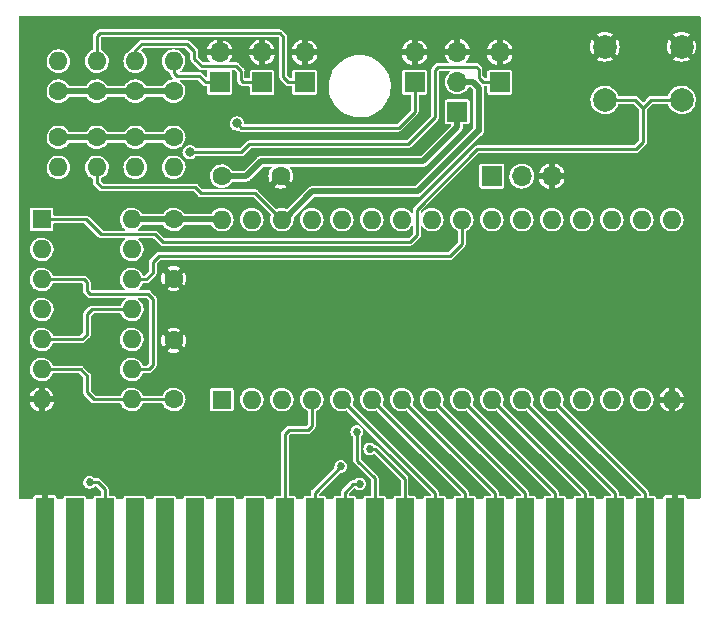
<source format=gbl>
%TF.GenerationSoftware,KiCad,Pcbnew,(6.0.1)*%
%TF.CreationDate,2022-03-03T11:38:52-05:00*%
%TF.ProjectId,Epyx-FastLoad,45707978-2d46-4617-9374-4c6f61642e6b,1*%
%TF.SameCoordinates,Original*%
%TF.FileFunction,Copper,L2,Bot*%
%TF.FilePolarity,Positive*%
%FSLAX46Y46*%
G04 Gerber Fmt 4.6, Leading zero omitted, Abs format (unit mm)*
G04 Created by KiCad (PCBNEW (6.0.1)) date 2022-03-03 11:38:52*
%MOMM*%
%LPD*%
G01*
G04 APERTURE LIST*
%TA.AperFunction,ComponentPad*%
%ADD10C,1.600000*%
%TD*%
%TA.AperFunction,ComponentPad*%
%ADD11O,1.600000X1.600000*%
%TD*%
%TA.AperFunction,ComponentPad*%
%ADD12R,1.700000X1.700000*%
%TD*%
%TA.AperFunction,ComponentPad*%
%ADD13O,1.700000X1.700000*%
%TD*%
%TA.AperFunction,ComponentPad*%
%ADD14R,1.600000X1.600000*%
%TD*%
%TA.AperFunction,SMDPad,CuDef*%
%ADD15R,1.500000X9.000000*%
%TD*%
%TA.AperFunction,ComponentPad*%
%ADD16C,2.000000*%
%TD*%
%TA.AperFunction,ViaPad*%
%ADD17C,0.685800*%
%TD*%
%TA.AperFunction,ViaPad*%
%ADD18C,0.800000*%
%TD*%
%TA.AperFunction,Conductor*%
%ADD19C,0.254000*%
%TD*%
%TA.AperFunction,Conductor*%
%ADD20C,0.508000*%
%TD*%
%TA.AperFunction,Conductor*%
%ADD21C,0.250000*%
%TD*%
G04 APERTURE END LIST*
D10*
X123250000Y-90615000D03*
X123250000Y-85615000D03*
X123250000Y-64510000D03*
D11*
X123250000Y-61970000D03*
D10*
X120000000Y-64510000D03*
D11*
X120000000Y-61970000D03*
D12*
X143662500Y-63760000D03*
D13*
X143662500Y-61220000D03*
D10*
X123250000Y-80375000D03*
X123250000Y-75375000D03*
X113500000Y-64510000D03*
D11*
X113500000Y-61970000D03*
D12*
X147262500Y-66260000D03*
D13*
X147262500Y-63720000D03*
X147262500Y-61180000D03*
D10*
X120000000Y-68417500D03*
D11*
X120000000Y-70957500D03*
D10*
X113500000Y-68417500D03*
D11*
X113500000Y-70957500D03*
D14*
X127325000Y-90625000D03*
D11*
X129865000Y-90625000D03*
X132405000Y-90625000D03*
X134945000Y-90625000D03*
X137485000Y-90625000D03*
X140025000Y-90625000D03*
X142565000Y-90625000D03*
X145105000Y-90625000D03*
X147645000Y-90625000D03*
X150185000Y-90625000D03*
X152725000Y-90625000D03*
X155265000Y-90625000D03*
X157805000Y-90625000D03*
X160345000Y-90625000D03*
X162885000Y-90625000D03*
X165425000Y-90625000D03*
X165425000Y-75385000D03*
X162885000Y-75385000D03*
X160345000Y-75385000D03*
X157805000Y-75385000D03*
X155265000Y-75385000D03*
X152725000Y-75385000D03*
X150185000Y-75385000D03*
X147645000Y-75385000D03*
X145105000Y-75385000D03*
X142565000Y-75385000D03*
X140025000Y-75385000D03*
X137485000Y-75385000D03*
X134945000Y-75385000D03*
X132405000Y-75385000D03*
X129865000Y-75385000D03*
X127325000Y-75385000D03*
D10*
X132325000Y-71707500D03*
X127325000Y-71707500D03*
X116750000Y-68417500D03*
D11*
X116750000Y-70957500D03*
D15*
X112330000Y-103450550D03*
X114870000Y-103450550D03*
X117410000Y-103450550D03*
X119950000Y-103450550D03*
X122490000Y-103450550D03*
X125030000Y-103450550D03*
X127570000Y-103450550D03*
X130110000Y-103450550D03*
X132650000Y-103450550D03*
X135190000Y-103450550D03*
X137730000Y-103450550D03*
X140270000Y-103450550D03*
X142810000Y-103450550D03*
X145350000Y-103450550D03*
X147890000Y-103450550D03*
X150430000Y-103450550D03*
X152970000Y-103450550D03*
X155510000Y-103450550D03*
X158050000Y-103450550D03*
X160590000Y-103450550D03*
X163130000Y-103450550D03*
X165670000Y-103450550D03*
D10*
X116750000Y-64510000D03*
D11*
X116750000Y-61970000D03*
D14*
X112075000Y-75375000D03*
D11*
X112075000Y-77915000D03*
X112075000Y-80455000D03*
X112075000Y-82995000D03*
X112075000Y-85535000D03*
X112075000Y-88075000D03*
X112075000Y-90615000D03*
X119695000Y-90615000D03*
X119695000Y-88075000D03*
X119695000Y-85535000D03*
X119695000Y-82995000D03*
X119695000Y-80455000D03*
X119695000Y-77915000D03*
X119695000Y-75375000D03*
D16*
X166250000Y-65250000D03*
X159750000Y-65250000D03*
X166250000Y-60750000D03*
X159750000Y-60750000D03*
D12*
X127137500Y-63760000D03*
D13*
X127137500Y-61220000D03*
D12*
X150185000Y-71707500D03*
D13*
X152725000Y-71707500D03*
X155265000Y-71707500D03*
D12*
X150862500Y-63760000D03*
D13*
X150862500Y-61220000D03*
D10*
X123250000Y-68417500D03*
D11*
X123250000Y-70957500D03*
D12*
X130737500Y-63760000D03*
D13*
X130737500Y-61220000D03*
D12*
X134337500Y-63760000D03*
D13*
X134337500Y-61220000D03*
D17*
X156779999Y-98350000D03*
X149159999Y-98350000D03*
X159319999Y-98350000D03*
X154239999Y-98350000D03*
X161859999Y-98350000D03*
X118679999Y-98350000D03*
X151699999Y-98350000D03*
X146619999Y-98350000D03*
X116139999Y-97621039D03*
X137400000Y-96277809D03*
X138999999Y-97751379D03*
X138754999Y-93330669D03*
X139862900Y-94804239D03*
D18*
X128594999Y-67245666D03*
X124605249Y-69687499D03*
D19*
X115375000Y-88075000D02*
X115900000Y-88600000D01*
X112075000Y-88075000D02*
X115375000Y-88075000D01*
X123250000Y-90615000D02*
X119695000Y-90615000D01*
X115900000Y-90000000D02*
X116515000Y-90615000D01*
X116515000Y-90615000D02*
X119695000Y-90615000D01*
X115900000Y-88600000D02*
X115900000Y-90000000D01*
D20*
X116750000Y-64510000D02*
X120000000Y-64510000D01*
X127325000Y-71707500D02*
X129392500Y-71707500D01*
X123250000Y-75375000D02*
X127315000Y-75375000D01*
X119695000Y-75375000D02*
X123250000Y-75375000D01*
X144346011Y-70453989D02*
X147262500Y-67537500D01*
X120000000Y-64510000D02*
X123250000Y-64510000D01*
X130646011Y-70453989D02*
X144346011Y-70453989D01*
X120000000Y-68417500D02*
X123250000Y-68417500D01*
X116750000Y-68417500D02*
X120000000Y-68417500D01*
X113500000Y-64510000D02*
X116750000Y-64510000D01*
X147262500Y-67537500D02*
X147262500Y-66260000D01*
X129392500Y-71707500D02*
X130646011Y-70453989D01*
X113500000Y-68417500D02*
X116750000Y-68417500D01*
D21*
X112075000Y-80455000D02*
X115655000Y-80455000D01*
D19*
X121100000Y-81700000D02*
X116200000Y-81700000D01*
D21*
X115655000Y-80455000D02*
X115900000Y-80700000D01*
D19*
X116200000Y-81700000D02*
X115900000Y-81400000D01*
X121472499Y-82072499D02*
X121100000Y-81700000D01*
X121472499Y-87727501D02*
X121472499Y-82072499D01*
X119695000Y-88075000D02*
X121125000Y-88075000D01*
X121125000Y-88075000D02*
X121472499Y-87727501D01*
D21*
X115900000Y-80700000D02*
X115900000Y-81400000D01*
D19*
X115900000Y-85115000D02*
X115900000Y-83415000D01*
D21*
X116320000Y-82995000D02*
X115900000Y-83415000D01*
X115480000Y-85535000D02*
X115900000Y-85115000D01*
X119695000Y-82995000D02*
X116320000Y-82995000D01*
X112075000Y-85535000D02*
X115480000Y-85535000D01*
D19*
X159750000Y-65250000D02*
X162350000Y-65250000D01*
D21*
X148947000Y-69434000D02*
X162366000Y-69434000D01*
D19*
X162366000Y-69434000D02*
X163000000Y-68800000D01*
X163000000Y-65900000D02*
X163650000Y-65250000D01*
X116821039Y-97621039D02*
X117410000Y-98210000D01*
X163000000Y-68800000D02*
X163000000Y-65900000D01*
X117410000Y-98210000D02*
X117410000Y-103450550D01*
D21*
X122318332Y-77265332D02*
X143274668Y-77265332D01*
X143274668Y-77265332D02*
X143834999Y-76705001D01*
X112075000Y-75375000D02*
X115856000Y-75375000D01*
X143834999Y-74546001D02*
X148947000Y-69434000D01*
D19*
X116139999Y-97621039D02*
X116821039Y-97621039D01*
D21*
X121697999Y-76644999D02*
X122318332Y-77265332D01*
D19*
X162350000Y-65250000D02*
X163000000Y-65900000D01*
D21*
X117125999Y-76644999D02*
X121697999Y-76644999D01*
D19*
X163650000Y-65250000D02*
X166250000Y-65250000D01*
D21*
X143834999Y-76705001D02*
X143834999Y-74546001D01*
X115856000Y-75375000D02*
X117125999Y-76644999D01*
D19*
X134600000Y-93200000D02*
X134945000Y-92855000D01*
X132650000Y-93550000D02*
X133000000Y-93200000D01*
X132650000Y-103450550D02*
X132650000Y-93550000D01*
X134945000Y-92855000D02*
X134945000Y-90625000D01*
X133000000Y-93200000D02*
X134600000Y-93200000D01*
X137400000Y-96280000D02*
X135190000Y-98490000D01*
X135190000Y-98490000D02*
X135190000Y-103450550D01*
X137400000Y-96277809D02*
X137400000Y-96280000D01*
X137730000Y-103450550D02*
X137730000Y-98490000D01*
D21*
X138999999Y-97751379D02*
X138468621Y-97751379D01*
X138468621Y-97751379D02*
X137730000Y-98490000D01*
D19*
X140270000Y-103450550D02*
X140270000Y-97270000D01*
D21*
X138754999Y-95754999D02*
X138800000Y-95800000D01*
D19*
X140270000Y-97270000D02*
X138800000Y-95800000D01*
D21*
X138754999Y-95754999D02*
X138754999Y-93330669D01*
X142810000Y-97344239D02*
X140270000Y-94804239D01*
X140270000Y-94804239D02*
X139862900Y-94804239D01*
X142810000Y-103450550D02*
X142810000Y-97344239D01*
D19*
X145350000Y-103450550D02*
X145350000Y-98490000D01*
X145350000Y-98490000D02*
X137485000Y-90625000D01*
X147890000Y-98490000D02*
X140025000Y-90625000D01*
X147890000Y-103450550D02*
X147890000Y-98490000D01*
X150430000Y-103450550D02*
X150430000Y-98490000D01*
X150430000Y-98490000D02*
X142565000Y-90625000D01*
X152970000Y-103450550D02*
X152970000Y-98490000D01*
X152970000Y-98490000D02*
X145105000Y-90625000D01*
X155510000Y-103450550D02*
X155510000Y-98490000D01*
X155510000Y-98490000D02*
X147645000Y-90625000D01*
X158050000Y-103450550D02*
X158050000Y-98490000D01*
X158050000Y-98490000D02*
X150185000Y-90625000D01*
X160590000Y-98490000D02*
X152725000Y-90625000D01*
X160590000Y-103450550D02*
X160590000Y-98490000D01*
X163130000Y-98490000D02*
X155265000Y-90625000D01*
X163130000Y-103450550D02*
X163130000Y-98490000D01*
D21*
X123250000Y-61970000D02*
X123250000Y-62957000D01*
X125960000Y-63760000D02*
X127137500Y-63760000D01*
X123524500Y-63231500D02*
X125431500Y-63231500D01*
X123250000Y-62957000D02*
X123524500Y-63231500D01*
X125431500Y-63231500D02*
X125960000Y-63760000D01*
X130737500Y-63760000D02*
X129133000Y-63760000D01*
X120541000Y-60502000D02*
X120000000Y-61043000D01*
X124351000Y-60502000D02*
X120541000Y-60502000D01*
X128542000Y-62407000D02*
X128923000Y-62788000D01*
X125621000Y-62407000D02*
X124986000Y-61772000D01*
X124986000Y-61772000D02*
X124986000Y-61137000D01*
X129133000Y-63760000D02*
X128923000Y-63550000D01*
X120000000Y-61043000D02*
X120000000Y-61970000D01*
X128923000Y-63550000D02*
X128923000Y-62788000D01*
X124986000Y-61137000D02*
X124351000Y-60502000D01*
X128542000Y-62407000D02*
X125621000Y-62407000D01*
X116750000Y-61970000D02*
X116750000Y-59850000D01*
X132537499Y-59900000D02*
X132537499Y-63337499D01*
X132960000Y-63760000D02*
X134337500Y-63760000D01*
X132537499Y-63337499D02*
X132960000Y-63760000D01*
X132250499Y-59613000D02*
X132537499Y-59900000D01*
X116750000Y-59850000D02*
X116987000Y-59613000D01*
X116987000Y-59613000D02*
X132250499Y-59613000D01*
X142300000Y-67600000D02*
X143662500Y-66237500D01*
X128949332Y-67599999D02*
X142300000Y-67599999D01*
X143662500Y-66237500D02*
X143662500Y-63760000D01*
X128594999Y-67245666D02*
X128949332Y-67599999D01*
D19*
X132405000Y-75385000D02*
X130178999Y-73158999D01*
D20*
X135000000Y-73000000D02*
X143900584Y-73000000D01*
X147262500Y-63720000D02*
X148582499Y-63720000D01*
D19*
X125055666Y-72655666D02*
X117155666Y-72655666D01*
D20*
X148582499Y-63720000D02*
X149062499Y-64200000D01*
X132615000Y-75385000D02*
X135000000Y-73000000D01*
D19*
X116750000Y-72250000D02*
X116750000Y-70957500D01*
D20*
X143900584Y-73000000D02*
X149000000Y-67900584D01*
D19*
X130178999Y-73158999D02*
X125558999Y-73158999D01*
X125558999Y-73158999D02*
X125055666Y-72655666D01*
D20*
X149062499Y-64200000D02*
X149062499Y-67900584D01*
D19*
X117155666Y-72655666D02*
X116750000Y-72250000D01*
X145400000Y-66700000D02*
X145400000Y-62700000D01*
X145400000Y-62700000D02*
X145650001Y-62449999D01*
X148862498Y-62449999D02*
X149062499Y-62650000D01*
X149460000Y-63760000D02*
X150862500Y-63760000D01*
X149062499Y-62650000D02*
X149062499Y-63362499D01*
X128967501Y-69687499D02*
X129644000Y-69011000D01*
X145650001Y-62449999D02*
X148862498Y-62449999D01*
X143089000Y-69011000D02*
X145400000Y-66700000D01*
X129644000Y-69011000D02*
X143089000Y-69011000D01*
X149062499Y-63362499D02*
X149460000Y-63760000D01*
X124605249Y-69687499D02*
X128967501Y-69687499D01*
X147645000Y-77467000D02*
X147645000Y-75385000D01*
X120945000Y-80455000D02*
X121472499Y-79927501D01*
X121991335Y-78482665D02*
X146645000Y-78482665D01*
X146645000Y-78482665D02*
X146645000Y-78467000D01*
X146645000Y-78467000D02*
X147645000Y-77467000D01*
X119695000Y-80455000D02*
X120945000Y-80455000D01*
X121472499Y-79927501D02*
X121472499Y-79001501D01*
X121472499Y-79001501D02*
X121991335Y-78482665D01*
%TA.AperFunction,Conductor*%
G36*
X167854694Y-58145306D02*
G01*
X167873000Y-58189500D01*
X167873000Y-98937500D01*
X167854694Y-98981694D01*
X167810500Y-99000000D01*
X166750000Y-99000000D01*
X166750000Y-99000835D01*
X166712580Y-99000834D01*
X166678756Y-98967009D01*
X166673999Y-98943092D01*
X166673999Y-98928605D01*
X166673400Y-98922520D01*
X166660464Y-98857482D01*
X166655843Y-98846326D01*
X166606543Y-98772543D01*
X166598007Y-98764007D01*
X166524225Y-98714707D01*
X166513067Y-98710086D01*
X166448030Y-98697149D01*
X166441946Y-98696550D01*
X165936431Y-98696550D01*
X165927641Y-98700191D01*
X165924000Y-98708981D01*
X165924000Y-99250000D01*
X165416000Y-99250000D01*
X165416000Y-98708982D01*
X165412359Y-98700192D01*
X165403569Y-98696551D01*
X164898055Y-98696551D01*
X164891970Y-98697150D01*
X164826932Y-98710086D01*
X164815776Y-98714707D01*
X164741993Y-98764007D01*
X164733457Y-98772543D01*
X164684157Y-98846325D01*
X164679536Y-98857483D01*
X164666599Y-98922520D01*
X164666000Y-98928604D01*
X164666000Y-98937500D01*
X164647694Y-98981694D01*
X164603500Y-99000000D01*
X164143000Y-99000000D01*
X164098806Y-98981694D01*
X164080500Y-98937500D01*
X164080500Y-98930802D01*
X164068867Y-98872319D01*
X164024552Y-98805998D01*
X163974484Y-98772543D01*
X163963347Y-98765101D01*
X163963345Y-98765100D01*
X163958231Y-98761683D01*
X163952197Y-98760483D01*
X163952195Y-98760482D01*
X163902761Y-98750649D01*
X163902758Y-98750649D01*
X163899748Y-98750050D01*
X163520000Y-98750050D01*
X163475806Y-98731744D01*
X163457500Y-98687550D01*
X163457500Y-98507025D01*
X163457738Y-98501577D01*
X163460810Y-98466464D01*
X163461287Y-98461016D01*
X163450747Y-98421678D01*
X163449567Y-98416356D01*
X163443447Y-98381647D01*
X163443446Y-98381646D01*
X163442497Y-98376261D01*
X163439765Y-98371529D01*
X163439763Y-98371524D01*
X163439295Y-98370714D01*
X163433053Y-98355645D01*
X163432810Y-98354737D01*
X163432809Y-98354735D01*
X163431395Y-98349457D01*
X163415915Y-98327349D01*
X163408036Y-98316096D01*
X163405107Y-98311499D01*
X163387484Y-98280976D01*
X163384750Y-98276240D01*
X163353558Y-98250067D01*
X163349538Y-98246383D01*
X159903330Y-94800175D01*
X156199147Y-91095993D01*
X156180841Y-91051799D01*
X156184036Y-91032071D01*
X156186752Y-91023909D01*
X156245358Y-90847732D01*
X156246622Y-90837732D01*
X156269729Y-90654813D01*
X156269729Y-90654812D01*
X156269949Y-90653071D01*
X156270341Y-90625000D01*
X156269361Y-90615000D01*
X156268965Y-90610963D01*
X156799757Y-90610963D01*
X156816175Y-90806483D01*
X156825136Y-90837732D01*
X156867391Y-90985091D01*
X156870258Y-90995091D01*
X156959944Y-91169601D01*
X156961835Y-91171987D01*
X156961837Y-91171990D01*
X157040925Y-91271775D01*
X157081818Y-91323369D01*
X157084148Y-91325352D01*
X157227979Y-91447761D01*
X157231238Y-91450535D01*
X157402513Y-91546257D01*
X157405417Y-91547201D01*
X157405418Y-91547201D01*
X157586205Y-91605943D01*
X157586210Y-91605944D01*
X157589118Y-91606889D01*
X157783946Y-91630121D01*
X157786988Y-91629887D01*
X157786991Y-91629887D01*
X157976528Y-91615303D01*
X157976533Y-91615302D01*
X157979576Y-91615068D01*
X158007569Y-91607252D01*
X158165617Y-91563124D01*
X158165621Y-91563123D01*
X158168556Y-91562303D01*
X158343689Y-91473837D01*
X158346087Y-91471964D01*
X158346091Y-91471961D01*
X158451435Y-91389657D01*
X158498303Y-91353040D01*
X158506935Y-91343040D01*
X158624515Y-91206822D01*
X158624519Y-91206817D01*
X158626509Y-91204511D01*
X158647880Y-91166892D01*
X158721914Y-91036570D01*
X158721916Y-91036565D01*
X158723425Y-91033909D01*
X158785358Y-90847732D01*
X158786622Y-90837732D01*
X158809729Y-90654813D01*
X158809729Y-90654812D01*
X158809949Y-90653071D01*
X158810341Y-90625000D01*
X158809361Y-90615000D01*
X158808965Y-90610963D01*
X159339757Y-90610963D01*
X159356175Y-90806483D01*
X159365136Y-90837732D01*
X159407391Y-90985091D01*
X159410258Y-90995091D01*
X159499944Y-91169601D01*
X159501835Y-91171987D01*
X159501837Y-91171990D01*
X159580925Y-91271775D01*
X159621818Y-91323369D01*
X159624148Y-91325352D01*
X159767979Y-91447761D01*
X159771238Y-91450535D01*
X159942513Y-91546257D01*
X159945417Y-91547201D01*
X159945418Y-91547201D01*
X160126205Y-91605943D01*
X160126210Y-91605944D01*
X160129118Y-91606889D01*
X160323946Y-91630121D01*
X160326988Y-91629887D01*
X160326991Y-91629887D01*
X160516528Y-91615303D01*
X160516533Y-91615302D01*
X160519576Y-91615068D01*
X160547569Y-91607252D01*
X160705617Y-91563124D01*
X160705621Y-91563123D01*
X160708556Y-91562303D01*
X160883689Y-91473837D01*
X160886087Y-91471964D01*
X160886091Y-91471961D01*
X160991435Y-91389657D01*
X161038303Y-91353040D01*
X161046935Y-91343040D01*
X161164515Y-91206822D01*
X161164519Y-91206817D01*
X161166509Y-91204511D01*
X161187880Y-91166892D01*
X161261914Y-91036570D01*
X161261916Y-91036565D01*
X161263425Y-91033909D01*
X161325358Y-90847732D01*
X161326622Y-90837732D01*
X161349729Y-90654813D01*
X161349729Y-90654812D01*
X161349949Y-90653071D01*
X161350341Y-90625000D01*
X161349361Y-90615000D01*
X161348965Y-90610963D01*
X161879757Y-90610963D01*
X161896175Y-90806483D01*
X161905136Y-90837732D01*
X161947391Y-90985091D01*
X161950258Y-90995091D01*
X162039944Y-91169601D01*
X162041835Y-91171987D01*
X162041837Y-91171990D01*
X162120925Y-91271775D01*
X162161818Y-91323369D01*
X162164148Y-91325352D01*
X162307979Y-91447761D01*
X162311238Y-91450535D01*
X162482513Y-91546257D01*
X162485417Y-91547201D01*
X162485418Y-91547201D01*
X162666205Y-91605943D01*
X162666210Y-91605944D01*
X162669118Y-91606889D01*
X162863946Y-91630121D01*
X162866988Y-91629887D01*
X162866991Y-91629887D01*
X163056528Y-91615303D01*
X163056533Y-91615302D01*
X163059576Y-91615068D01*
X163087569Y-91607252D01*
X163245617Y-91563124D01*
X163245621Y-91563123D01*
X163248556Y-91562303D01*
X163423689Y-91473837D01*
X163426087Y-91471964D01*
X163426091Y-91471961D01*
X163531435Y-91389657D01*
X163578303Y-91353040D01*
X163586935Y-91343040D01*
X163704515Y-91206822D01*
X163704519Y-91206817D01*
X163706509Y-91204511D01*
X163727880Y-91166892D01*
X163801914Y-91036570D01*
X163801916Y-91036565D01*
X163803425Y-91033909D01*
X163852513Y-90886346D01*
X164403416Y-90886346D01*
X164439433Y-91011950D01*
X164441667Y-91017592D01*
X164533364Y-91196014D01*
X164536649Y-91201112D01*
X164661249Y-91358318D01*
X164665477Y-91362696D01*
X164818228Y-91492697D01*
X164823224Y-91496170D01*
X164998324Y-91594030D01*
X165003895Y-91596464D01*
X165159177Y-91646919D01*
X165168662Y-91646172D01*
X165171000Y-91643435D01*
X165171000Y-91636010D01*
X165679000Y-91636010D01*
X165682641Y-91644800D01*
X165686426Y-91646368D01*
X165805058Y-91613245D01*
X165810721Y-91611048D01*
X165989774Y-91520602D01*
X165994896Y-91517352D01*
X166152969Y-91393850D01*
X166157373Y-91389657D01*
X166288439Y-91237814D01*
X166291950Y-91232837D01*
X166391024Y-91058437D01*
X166393501Y-91052873D01*
X166447417Y-90890796D01*
X166446737Y-90881306D01*
X166444075Y-90879000D01*
X165691431Y-90879000D01*
X165682641Y-90882641D01*
X165679000Y-90891431D01*
X165679000Y-91636010D01*
X165171000Y-91636010D01*
X165171000Y-90891431D01*
X165167359Y-90882641D01*
X165158569Y-90879000D01*
X164413741Y-90879000D01*
X164404951Y-90882641D01*
X164403416Y-90886346D01*
X163852513Y-90886346D01*
X163865358Y-90847732D01*
X163866622Y-90837732D01*
X163889729Y-90654813D01*
X163889729Y-90654812D01*
X163889949Y-90653071D01*
X163890341Y-90625000D01*
X163889361Y-90615000D01*
X163871492Y-90432769D01*
X163871194Y-90429728D01*
X163849885Y-90359149D01*
X164403525Y-90359149D01*
X164404338Y-90368630D01*
X164407152Y-90371000D01*
X165158569Y-90371000D01*
X165167359Y-90367359D01*
X165171000Y-90358569D01*
X165679000Y-90358569D01*
X165682641Y-90367359D01*
X165691431Y-90371000D01*
X166436921Y-90371000D01*
X166445711Y-90367359D01*
X166447181Y-90363810D01*
X166405071Y-90224336D01*
X166402751Y-90218708D01*
X166308582Y-90041601D01*
X166305216Y-90036536D01*
X166178438Y-89881091D01*
X166174149Y-89876773D01*
X166019598Y-89748916D01*
X166014549Y-89745511D01*
X165838112Y-89650112D01*
X165832494Y-89647750D01*
X165690877Y-89603911D01*
X165681402Y-89604791D01*
X165679000Y-89607683D01*
X165679000Y-90358569D01*
X165171000Y-90358569D01*
X165171000Y-89613439D01*
X165167359Y-89604649D01*
X165163732Y-89603147D01*
X165031190Y-89642156D01*
X165025544Y-89644437D01*
X164847781Y-89737369D01*
X164842698Y-89740695D01*
X164686369Y-89866387D01*
X164682021Y-89870645D01*
X164553086Y-90024303D01*
X164549649Y-90029323D01*
X164453018Y-90205095D01*
X164450619Y-90210693D01*
X164403525Y-90359149D01*
X163849885Y-90359149D01*
X163814484Y-90241894D01*
X163792577Y-90200693D01*
X163723805Y-90071351D01*
X163723803Y-90071348D01*
X163722370Y-90068653D01*
X163598361Y-89916602D01*
X163447180Y-89791535D01*
X163444496Y-89790084D01*
X163444492Y-89790081D01*
X163277270Y-89699665D01*
X163274585Y-89698213D01*
X163180868Y-89669203D01*
X163090067Y-89641095D01*
X163090064Y-89641094D01*
X163087152Y-89640193D01*
X163084119Y-89639874D01*
X163084118Y-89639874D01*
X163032389Y-89634437D01*
X162892019Y-89619683D01*
X162888986Y-89619959D01*
X162888982Y-89619959D01*
X162809531Y-89627190D01*
X162696618Y-89637466D01*
X162693690Y-89638328D01*
X162693689Y-89638328D01*
X162684288Y-89641095D01*
X162508393Y-89692864D01*
X162334512Y-89783767D01*
X162181600Y-89906711D01*
X162055480Y-90057016D01*
X162027257Y-90108353D01*
X161963495Y-90224336D01*
X161960956Y-90228954D01*
X161901628Y-90415978D01*
X161901287Y-90419016D01*
X161901287Y-90419017D01*
X161899745Y-90432769D01*
X161879757Y-90610963D01*
X161348965Y-90610963D01*
X161331492Y-90432769D01*
X161331194Y-90429728D01*
X161274484Y-90241894D01*
X161252577Y-90200693D01*
X161183805Y-90071351D01*
X161183803Y-90071348D01*
X161182370Y-90068653D01*
X161058361Y-89916602D01*
X160907180Y-89791535D01*
X160904496Y-89790084D01*
X160904492Y-89790081D01*
X160737270Y-89699665D01*
X160734585Y-89698213D01*
X160640868Y-89669203D01*
X160550067Y-89641095D01*
X160550064Y-89641094D01*
X160547152Y-89640193D01*
X160544119Y-89639874D01*
X160544118Y-89639874D01*
X160492389Y-89634437D01*
X160352019Y-89619683D01*
X160348986Y-89619959D01*
X160348982Y-89619959D01*
X160269531Y-89627190D01*
X160156618Y-89637466D01*
X160153690Y-89638328D01*
X160153689Y-89638328D01*
X160144288Y-89641095D01*
X159968393Y-89692864D01*
X159794512Y-89783767D01*
X159641600Y-89906711D01*
X159515480Y-90057016D01*
X159487257Y-90108353D01*
X159423495Y-90224336D01*
X159420956Y-90228954D01*
X159361628Y-90415978D01*
X159361287Y-90419016D01*
X159361287Y-90419017D01*
X159359745Y-90432769D01*
X159339757Y-90610963D01*
X158808965Y-90610963D01*
X158791492Y-90432769D01*
X158791194Y-90429728D01*
X158734484Y-90241894D01*
X158712577Y-90200693D01*
X158643805Y-90071351D01*
X158643803Y-90071348D01*
X158642370Y-90068653D01*
X158518361Y-89916602D01*
X158367180Y-89791535D01*
X158364496Y-89790084D01*
X158364492Y-89790081D01*
X158197270Y-89699665D01*
X158194585Y-89698213D01*
X158100868Y-89669203D01*
X158010067Y-89641095D01*
X158010064Y-89641094D01*
X158007152Y-89640193D01*
X158004119Y-89639874D01*
X158004118Y-89639874D01*
X157952389Y-89634437D01*
X157812019Y-89619683D01*
X157808986Y-89619959D01*
X157808982Y-89619959D01*
X157729531Y-89627190D01*
X157616618Y-89637466D01*
X157613690Y-89638328D01*
X157613689Y-89638328D01*
X157604288Y-89641095D01*
X157428393Y-89692864D01*
X157254512Y-89783767D01*
X157101600Y-89906711D01*
X156975480Y-90057016D01*
X156947257Y-90108353D01*
X156883495Y-90224336D01*
X156880956Y-90228954D01*
X156821628Y-90415978D01*
X156821287Y-90419016D01*
X156821287Y-90419017D01*
X156819745Y-90432769D01*
X156799757Y-90610963D01*
X156268965Y-90610963D01*
X156251492Y-90432769D01*
X156251194Y-90429728D01*
X156194484Y-90241894D01*
X156172577Y-90200693D01*
X156103805Y-90071351D01*
X156103803Y-90071348D01*
X156102370Y-90068653D01*
X155978361Y-89916602D01*
X155827180Y-89791535D01*
X155824496Y-89790084D01*
X155824492Y-89790081D01*
X155657270Y-89699665D01*
X155654585Y-89698213D01*
X155560868Y-89669203D01*
X155470067Y-89641095D01*
X155470064Y-89641094D01*
X155467152Y-89640193D01*
X155464119Y-89639874D01*
X155464118Y-89639874D01*
X155412389Y-89634437D01*
X155272019Y-89619683D01*
X155268986Y-89619959D01*
X155268982Y-89619959D01*
X155189531Y-89627190D01*
X155076618Y-89637466D01*
X155073690Y-89638328D01*
X155073689Y-89638328D01*
X155064288Y-89641095D01*
X154888393Y-89692864D01*
X154714512Y-89783767D01*
X154561600Y-89906711D01*
X154435480Y-90057016D01*
X154407257Y-90108353D01*
X154343495Y-90224336D01*
X154340956Y-90228954D01*
X154281628Y-90415978D01*
X154281287Y-90419016D01*
X154281287Y-90419017D01*
X154279745Y-90432769D01*
X154259757Y-90610963D01*
X154276175Y-90806483D01*
X154285136Y-90837732D01*
X154327391Y-90985091D01*
X154330258Y-90995091D01*
X154419944Y-91169601D01*
X154421835Y-91171987D01*
X154421837Y-91171990D01*
X154500925Y-91271775D01*
X154541818Y-91323369D01*
X154544148Y-91325352D01*
X154687979Y-91447761D01*
X154691238Y-91450535D01*
X154862513Y-91546257D01*
X154865417Y-91547201D01*
X154865418Y-91547201D01*
X155046205Y-91605943D01*
X155046210Y-91605944D01*
X155049118Y-91606889D01*
X155243946Y-91630121D01*
X155246988Y-91629887D01*
X155246991Y-91629887D01*
X155436528Y-91615303D01*
X155436533Y-91615302D01*
X155439576Y-91615068D01*
X155467569Y-91607252D01*
X155625617Y-91563124D01*
X155625621Y-91563123D01*
X155628556Y-91562303D01*
X155631281Y-91560927D01*
X155631285Y-91560925D01*
X155661652Y-91545586D01*
X155709353Y-91542000D01*
X155734025Y-91557179D01*
X159365392Y-95188547D01*
X162784194Y-98607349D01*
X162802500Y-98651543D01*
X162802500Y-98687550D01*
X162784194Y-98731744D01*
X162740000Y-98750050D01*
X162360252Y-98750050D01*
X162357242Y-98750649D01*
X162357239Y-98750649D01*
X162307805Y-98760482D01*
X162307803Y-98760483D01*
X162301769Y-98761683D01*
X162296655Y-98765100D01*
X162296653Y-98765101D01*
X162285516Y-98772543D01*
X162235448Y-98805998D01*
X162191133Y-98872319D01*
X162179500Y-98930802D01*
X162179500Y-98937500D01*
X162161194Y-98981694D01*
X162117000Y-99000000D01*
X161603000Y-99000000D01*
X161558806Y-98981694D01*
X161540500Y-98937500D01*
X161540500Y-98930802D01*
X161528867Y-98872319D01*
X161484552Y-98805998D01*
X161434484Y-98772543D01*
X161423347Y-98765101D01*
X161423345Y-98765100D01*
X161418231Y-98761683D01*
X161412197Y-98760483D01*
X161412195Y-98760482D01*
X161362761Y-98750649D01*
X161362758Y-98750649D01*
X161359748Y-98750050D01*
X160980000Y-98750050D01*
X160935806Y-98731744D01*
X160917500Y-98687550D01*
X160917500Y-98507025D01*
X160917738Y-98501577D01*
X160920810Y-98466464D01*
X160921287Y-98461016D01*
X160910747Y-98421678D01*
X160909567Y-98416356D01*
X160903447Y-98381647D01*
X160903446Y-98381646D01*
X160902497Y-98376261D01*
X160899765Y-98371529D01*
X160899763Y-98371524D01*
X160899295Y-98370714D01*
X160893053Y-98355645D01*
X160892810Y-98354737D01*
X160892809Y-98354735D01*
X160891395Y-98349457D01*
X160875915Y-98327349D01*
X160868036Y-98316096D01*
X160865107Y-98311499D01*
X160847484Y-98280976D01*
X160844750Y-98276240D01*
X160813558Y-98250067D01*
X160809538Y-98246383D01*
X157363330Y-94800175D01*
X153659147Y-91095993D01*
X153640841Y-91051799D01*
X153644036Y-91032071D01*
X153646752Y-91023909D01*
X153705358Y-90847732D01*
X153706622Y-90837732D01*
X153729729Y-90654813D01*
X153729729Y-90654812D01*
X153729949Y-90653071D01*
X153730341Y-90625000D01*
X153729361Y-90615000D01*
X153711492Y-90432769D01*
X153711194Y-90429728D01*
X153654484Y-90241894D01*
X153632577Y-90200693D01*
X153563805Y-90071351D01*
X153563803Y-90071348D01*
X153562370Y-90068653D01*
X153438361Y-89916602D01*
X153287180Y-89791535D01*
X153284496Y-89790084D01*
X153284492Y-89790081D01*
X153117270Y-89699665D01*
X153114585Y-89698213D01*
X153020868Y-89669203D01*
X152930067Y-89641095D01*
X152930064Y-89641094D01*
X152927152Y-89640193D01*
X152924119Y-89639874D01*
X152924118Y-89639874D01*
X152872389Y-89634437D01*
X152732019Y-89619683D01*
X152728986Y-89619959D01*
X152728982Y-89619959D01*
X152649531Y-89627190D01*
X152536618Y-89637466D01*
X152533690Y-89638328D01*
X152533689Y-89638328D01*
X152524288Y-89641095D01*
X152348393Y-89692864D01*
X152174512Y-89783767D01*
X152021600Y-89906711D01*
X151895480Y-90057016D01*
X151867257Y-90108353D01*
X151803495Y-90224336D01*
X151800956Y-90228954D01*
X151741628Y-90415978D01*
X151741287Y-90419016D01*
X151741287Y-90419017D01*
X151739745Y-90432769D01*
X151719757Y-90610963D01*
X151736175Y-90806483D01*
X151745136Y-90837732D01*
X151787391Y-90985091D01*
X151790258Y-90995091D01*
X151879944Y-91169601D01*
X151881835Y-91171987D01*
X151881837Y-91171990D01*
X151960925Y-91271775D01*
X152001818Y-91323369D01*
X152004148Y-91325352D01*
X152147979Y-91447761D01*
X152151238Y-91450535D01*
X152322513Y-91546257D01*
X152325417Y-91547201D01*
X152325418Y-91547201D01*
X152506205Y-91605943D01*
X152506210Y-91605944D01*
X152509118Y-91606889D01*
X152703946Y-91630121D01*
X152706988Y-91629887D01*
X152706991Y-91629887D01*
X152896528Y-91615303D01*
X152896533Y-91615302D01*
X152899576Y-91615068D01*
X152927569Y-91607252D01*
X153085617Y-91563124D01*
X153085621Y-91563123D01*
X153088556Y-91562303D01*
X153091281Y-91560927D01*
X153091285Y-91560925D01*
X153121652Y-91545586D01*
X153169353Y-91542000D01*
X153194025Y-91557179D01*
X156825392Y-95188547D01*
X160244194Y-98607349D01*
X160262500Y-98651543D01*
X160262500Y-98687550D01*
X160244194Y-98731744D01*
X160200000Y-98750050D01*
X159820252Y-98750050D01*
X159817242Y-98750649D01*
X159817239Y-98750649D01*
X159767805Y-98760482D01*
X159767803Y-98760483D01*
X159761769Y-98761683D01*
X159756655Y-98765100D01*
X159756653Y-98765101D01*
X159745516Y-98772543D01*
X159695448Y-98805998D01*
X159651133Y-98872319D01*
X159639500Y-98930802D01*
X159639500Y-98937500D01*
X159621194Y-98981694D01*
X159577000Y-99000000D01*
X159063000Y-99000000D01*
X159018806Y-98981694D01*
X159000500Y-98937500D01*
X159000500Y-98930802D01*
X158988867Y-98872319D01*
X158944552Y-98805998D01*
X158894484Y-98772543D01*
X158883347Y-98765101D01*
X158883345Y-98765100D01*
X158878231Y-98761683D01*
X158872197Y-98760483D01*
X158872195Y-98760482D01*
X158822761Y-98750649D01*
X158822758Y-98750649D01*
X158819748Y-98750050D01*
X158440000Y-98750050D01*
X158395806Y-98731744D01*
X158377500Y-98687550D01*
X158377500Y-98507025D01*
X158377738Y-98501577D01*
X158380810Y-98466464D01*
X158381287Y-98461016D01*
X158370747Y-98421678D01*
X158369567Y-98416356D01*
X158363447Y-98381647D01*
X158363446Y-98381646D01*
X158362497Y-98376261D01*
X158359765Y-98371529D01*
X158359763Y-98371524D01*
X158359295Y-98370714D01*
X158353053Y-98355645D01*
X158352810Y-98354737D01*
X158352809Y-98354735D01*
X158351395Y-98349457D01*
X158335915Y-98327349D01*
X158328036Y-98316096D01*
X158325107Y-98311499D01*
X158307484Y-98280976D01*
X158304750Y-98276240D01*
X158273558Y-98250067D01*
X158269538Y-98246383D01*
X154823330Y-94800175D01*
X151119147Y-91095993D01*
X151100841Y-91051799D01*
X151104036Y-91032071D01*
X151106752Y-91023909D01*
X151165358Y-90847732D01*
X151166622Y-90837732D01*
X151189729Y-90654813D01*
X151189729Y-90654812D01*
X151189949Y-90653071D01*
X151190341Y-90625000D01*
X151189361Y-90615000D01*
X151171492Y-90432769D01*
X151171194Y-90429728D01*
X151114484Y-90241894D01*
X151092577Y-90200693D01*
X151023805Y-90071351D01*
X151023803Y-90071348D01*
X151022370Y-90068653D01*
X150898361Y-89916602D01*
X150747180Y-89791535D01*
X150744496Y-89790084D01*
X150744492Y-89790081D01*
X150577270Y-89699665D01*
X150574585Y-89698213D01*
X150480868Y-89669203D01*
X150390067Y-89641095D01*
X150390064Y-89641094D01*
X150387152Y-89640193D01*
X150384119Y-89639874D01*
X150384118Y-89639874D01*
X150332389Y-89634437D01*
X150192019Y-89619683D01*
X150188986Y-89619959D01*
X150188982Y-89619959D01*
X150109531Y-89627190D01*
X149996618Y-89637466D01*
X149993690Y-89638328D01*
X149993689Y-89638328D01*
X149984288Y-89641095D01*
X149808393Y-89692864D01*
X149634512Y-89783767D01*
X149481600Y-89906711D01*
X149355480Y-90057016D01*
X149327257Y-90108353D01*
X149263495Y-90224336D01*
X149260956Y-90228954D01*
X149201628Y-90415978D01*
X149201287Y-90419016D01*
X149201287Y-90419017D01*
X149199745Y-90432769D01*
X149179757Y-90610963D01*
X149196175Y-90806483D01*
X149205136Y-90837732D01*
X149247391Y-90985091D01*
X149250258Y-90995091D01*
X149339944Y-91169601D01*
X149341835Y-91171987D01*
X149341837Y-91171990D01*
X149420925Y-91271775D01*
X149461818Y-91323369D01*
X149464148Y-91325352D01*
X149607979Y-91447761D01*
X149611238Y-91450535D01*
X149782513Y-91546257D01*
X149785417Y-91547201D01*
X149785418Y-91547201D01*
X149966205Y-91605943D01*
X149966210Y-91605944D01*
X149969118Y-91606889D01*
X150163946Y-91630121D01*
X150166988Y-91629887D01*
X150166991Y-91629887D01*
X150356528Y-91615303D01*
X150356533Y-91615302D01*
X150359576Y-91615068D01*
X150387569Y-91607252D01*
X150545617Y-91563124D01*
X150545621Y-91563123D01*
X150548556Y-91562303D01*
X150551281Y-91560927D01*
X150551285Y-91560925D01*
X150581652Y-91545586D01*
X150629353Y-91542000D01*
X150654025Y-91557179D01*
X154285392Y-95188547D01*
X157704194Y-98607349D01*
X157722500Y-98651543D01*
X157722500Y-98687550D01*
X157704194Y-98731744D01*
X157660000Y-98750050D01*
X157280252Y-98750050D01*
X157277242Y-98750649D01*
X157277239Y-98750649D01*
X157227805Y-98760482D01*
X157227803Y-98760483D01*
X157221769Y-98761683D01*
X157216655Y-98765100D01*
X157216653Y-98765101D01*
X157205516Y-98772543D01*
X157155448Y-98805998D01*
X157111133Y-98872319D01*
X157099500Y-98930802D01*
X157099500Y-98937500D01*
X157081194Y-98981694D01*
X157037000Y-99000000D01*
X156523000Y-99000000D01*
X156478806Y-98981694D01*
X156460500Y-98937500D01*
X156460500Y-98930802D01*
X156448867Y-98872319D01*
X156404552Y-98805998D01*
X156354484Y-98772543D01*
X156343347Y-98765101D01*
X156343345Y-98765100D01*
X156338231Y-98761683D01*
X156332197Y-98760483D01*
X156332195Y-98760482D01*
X156282761Y-98750649D01*
X156282758Y-98750649D01*
X156279748Y-98750050D01*
X155900000Y-98750050D01*
X155855806Y-98731744D01*
X155837500Y-98687550D01*
X155837500Y-98507025D01*
X155837738Y-98501577D01*
X155840810Y-98466464D01*
X155841287Y-98461016D01*
X155830747Y-98421678D01*
X155829567Y-98416356D01*
X155823447Y-98381647D01*
X155823446Y-98381646D01*
X155822497Y-98376261D01*
X155819765Y-98371529D01*
X155819763Y-98371524D01*
X155819295Y-98370714D01*
X155813053Y-98355645D01*
X155812810Y-98354737D01*
X155812809Y-98354735D01*
X155811395Y-98349457D01*
X155795915Y-98327349D01*
X155788036Y-98316096D01*
X155785107Y-98311499D01*
X155767484Y-98280976D01*
X155764750Y-98276240D01*
X155733558Y-98250067D01*
X155729538Y-98246383D01*
X152283330Y-94800175D01*
X148579147Y-91095993D01*
X148560841Y-91051799D01*
X148564036Y-91032071D01*
X148566752Y-91023909D01*
X148625358Y-90847732D01*
X148626622Y-90837732D01*
X148649729Y-90654813D01*
X148649729Y-90654812D01*
X148649949Y-90653071D01*
X148650341Y-90625000D01*
X148649361Y-90615000D01*
X148631492Y-90432769D01*
X148631194Y-90429728D01*
X148574484Y-90241894D01*
X148552577Y-90200693D01*
X148483805Y-90071351D01*
X148483803Y-90071348D01*
X148482370Y-90068653D01*
X148358361Y-89916602D01*
X148207180Y-89791535D01*
X148204496Y-89790084D01*
X148204492Y-89790081D01*
X148037270Y-89699665D01*
X148034585Y-89698213D01*
X147940868Y-89669203D01*
X147850067Y-89641095D01*
X147850064Y-89641094D01*
X147847152Y-89640193D01*
X147844119Y-89639874D01*
X147844118Y-89639874D01*
X147792389Y-89634437D01*
X147652019Y-89619683D01*
X147648986Y-89619959D01*
X147648982Y-89619959D01*
X147569531Y-89627190D01*
X147456618Y-89637466D01*
X147453690Y-89638328D01*
X147453689Y-89638328D01*
X147444288Y-89641095D01*
X147268393Y-89692864D01*
X147094512Y-89783767D01*
X146941600Y-89906711D01*
X146815480Y-90057016D01*
X146787257Y-90108353D01*
X146723495Y-90224336D01*
X146720956Y-90228954D01*
X146661628Y-90415978D01*
X146661287Y-90419016D01*
X146661287Y-90419017D01*
X146659745Y-90432769D01*
X146639757Y-90610963D01*
X146656175Y-90806483D01*
X146665136Y-90837732D01*
X146707391Y-90985091D01*
X146710258Y-90995091D01*
X146799944Y-91169601D01*
X146801835Y-91171987D01*
X146801837Y-91171990D01*
X146880925Y-91271775D01*
X146921818Y-91323369D01*
X146924148Y-91325352D01*
X147067979Y-91447761D01*
X147071238Y-91450535D01*
X147242513Y-91546257D01*
X147245417Y-91547201D01*
X147245418Y-91547201D01*
X147426205Y-91605943D01*
X147426210Y-91605944D01*
X147429118Y-91606889D01*
X147623946Y-91630121D01*
X147626988Y-91629887D01*
X147626991Y-91629887D01*
X147816528Y-91615303D01*
X147816533Y-91615302D01*
X147819576Y-91615068D01*
X147847569Y-91607252D01*
X148005617Y-91563124D01*
X148005621Y-91563123D01*
X148008556Y-91562303D01*
X148011281Y-91560927D01*
X148011285Y-91560925D01*
X148041652Y-91545586D01*
X148089353Y-91542000D01*
X148114025Y-91557179D01*
X151745392Y-95188547D01*
X155164194Y-98607349D01*
X155182500Y-98651543D01*
X155182500Y-98687550D01*
X155164194Y-98731744D01*
X155120000Y-98750050D01*
X154740252Y-98750050D01*
X154737242Y-98750649D01*
X154737239Y-98750649D01*
X154687805Y-98760482D01*
X154687803Y-98760483D01*
X154681769Y-98761683D01*
X154676655Y-98765100D01*
X154676653Y-98765101D01*
X154665516Y-98772543D01*
X154615448Y-98805998D01*
X154571133Y-98872319D01*
X154559500Y-98930802D01*
X154559500Y-98937500D01*
X154541194Y-98981694D01*
X154497000Y-99000000D01*
X153983000Y-99000000D01*
X153938806Y-98981694D01*
X153920500Y-98937500D01*
X153920500Y-98930802D01*
X153908867Y-98872319D01*
X153864552Y-98805998D01*
X153814484Y-98772543D01*
X153803347Y-98765101D01*
X153803345Y-98765100D01*
X153798231Y-98761683D01*
X153792197Y-98760483D01*
X153792195Y-98760482D01*
X153742761Y-98750649D01*
X153742758Y-98750649D01*
X153739748Y-98750050D01*
X153360000Y-98750050D01*
X153315806Y-98731744D01*
X153297500Y-98687550D01*
X153297500Y-98507025D01*
X153297738Y-98501577D01*
X153300810Y-98466464D01*
X153301287Y-98461016D01*
X153290747Y-98421678D01*
X153289567Y-98416356D01*
X153283447Y-98381647D01*
X153283446Y-98381646D01*
X153282497Y-98376261D01*
X153279765Y-98371529D01*
X153279763Y-98371524D01*
X153279295Y-98370714D01*
X153273053Y-98355645D01*
X153272810Y-98354737D01*
X153272809Y-98354735D01*
X153271395Y-98349457D01*
X153255915Y-98327349D01*
X153248036Y-98316096D01*
X153245107Y-98311499D01*
X153227484Y-98280976D01*
X153224750Y-98276240D01*
X153193558Y-98250067D01*
X153189538Y-98246383D01*
X149743330Y-94800175D01*
X146039147Y-91095993D01*
X146020841Y-91051799D01*
X146024036Y-91032071D01*
X146026752Y-91023909D01*
X146085358Y-90847732D01*
X146086622Y-90837732D01*
X146109729Y-90654813D01*
X146109729Y-90654812D01*
X146109949Y-90653071D01*
X146110341Y-90625000D01*
X146109361Y-90615000D01*
X146091492Y-90432769D01*
X146091194Y-90429728D01*
X146034484Y-90241894D01*
X146012577Y-90200693D01*
X145943805Y-90071351D01*
X145943803Y-90071348D01*
X145942370Y-90068653D01*
X145818361Y-89916602D01*
X145667180Y-89791535D01*
X145664496Y-89790084D01*
X145664492Y-89790081D01*
X145497270Y-89699665D01*
X145494585Y-89698213D01*
X145400868Y-89669203D01*
X145310067Y-89641095D01*
X145310064Y-89641094D01*
X145307152Y-89640193D01*
X145304119Y-89639874D01*
X145304118Y-89639874D01*
X145252389Y-89634437D01*
X145112019Y-89619683D01*
X145108986Y-89619959D01*
X145108982Y-89619959D01*
X145029531Y-89627190D01*
X144916618Y-89637466D01*
X144913690Y-89638328D01*
X144913689Y-89638328D01*
X144904288Y-89641095D01*
X144728393Y-89692864D01*
X144554512Y-89783767D01*
X144401600Y-89906711D01*
X144275480Y-90057016D01*
X144247257Y-90108353D01*
X144183495Y-90224336D01*
X144180956Y-90228954D01*
X144121628Y-90415978D01*
X144121287Y-90419016D01*
X144121287Y-90419017D01*
X144119745Y-90432769D01*
X144099757Y-90610963D01*
X144116175Y-90806483D01*
X144125136Y-90837732D01*
X144167391Y-90985091D01*
X144170258Y-90995091D01*
X144259944Y-91169601D01*
X144261835Y-91171987D01*
X144261837Y-91171990D01*
X144340925Y-91271775D01*
X144381818Y-91323369D01*
X144384148Y-91325352D01*
X144527979Y-91447761D01*
X144531238Y-91450535D01*
X144702513Y-91546257D01*
X144705417Y-91547201D01*
X144705418Y-91547201D01*
X144886205Y-91605943D01*
X144886210Y-91605944D01*
X144889118Y-91606889D01*
X145083946Y-91630121D01*
X145086988Y-91629887D01*
X145086991Y-91629887D01*
X145276528Y-91615303D01*
X145276533Y-91615302D01*
X145279576Y-91615068D01*
X145307569Y-91607252D01*
X145465617Y-91563124D01*
X145465621Y-91563123D01*
X145468556Y-91562303D01*
X145471281Y-91560927D01*
X145471285Y-91560925D01*
X145501652Y-91545586D01*
X145549353Y-91542000D01*
X145574025Y-91557179D01*
X149205392Y-95188547D01*
X152624194Y-98607349D01*
X152642500Y-98651543D01*
X152642500Y-98687550D01*
X152624194Y-98731744D01*
X152580000Y-98750050D01*
X152200252Y-98750050D01*
X152197242Y-98750649D01*
X152197239Y-98750649D01*
X152147805Y-98760482D01*
X152147803Y-98760483D01*
X152141769Y-98761683D01*
X152136655Y-98765100D01*
X152136653Y-98765101D01*
X152125516Y-98772543D01*
X152075448Y-98805998D01*
X152031133Y-98872319D01*
X152019500Y-98930802D01*
X152019500Y-98937500D01*
X152001194Y-98981694D01*
X151957000Y-99000000D01*
X151443000Y-99000000D01*
X151398806Y-98981694D01*
X151380500Y-98937500D01*
X151380500Y-98930802D01*
X151368867Y-98872319D01*
X151324552Y-98805998D01*
X151274484Y-98772543D01*
X151263347Y-98765101D01*
X151263345Y-98765100D01*
X151258231Y-98761683D01*
X151252197Y-98760483D01*
X151252195Y-98760482D01*
X151202761Y-98750649D01*
X151202758Y-98750649D01*
X151199748Y-98750050D01*
X150820000Y-98750050D01*
X150775806Y-98731744D01*
X150757500Y-98687550D01*
X150757500Y-98507025D01*
X150757738Y-98501577D01*
X150760810Y-98466464D01*
X150761287Y-98461016D01*
X150750747Y-98421678D01*
X150749567Y-98416356D01*
X150743447Y-98381647D01*
X150743446Y-98381646D01*
X150742497Y-98376261D01*
X150739765Y-98371529D01*
X150739763Y-98371524D01*
X150739295Y-98370714D01*
X150733053Y-98355645D01*
X150732810Y-98354737D01*
X150732809Y-98354735D01*
X150731395Y-98349457D01*
X150715915Y-98327349D01*
X150708036Y-98316096D01*
X150705107Y-98311499D01*
X150687484Y-98280976D01*
X150684750Y-98276240D01*
X150653558Y-98250067D01*
X150649538Y-98246383D01*
X147203330Y-94800175D01*
X143499147Y-91095993D01*
X143480841Y-91051799D01*
X143484036Y-91032071D01*
X143486752Y-91023909D01*
X143545358Y-90847732D01*
X143546622Y-90837732D01*
X143569729Y-90654813D01*
X143569729Y-90654812D01*
X143569949Y-90653071D01*
X143570341Y-90625000D01*
X143569361Y-90615000D01*
X143551492Y-90432769D01*
X143551194Y-90429728D01*
X143494484Y-90241894D01*
X143472577Y-90200693D01*
X143403805Y-90071351D01*
X143403803Y-90071348D01*
X143402370Y-90068653D01*
X143278361Y-89916602D01*
X143127180Y-89791535D01*
X143124496Y-89790084D01*
X143124492Y-89790081D01*
X142957270Y-89699665D01*
X142954585Y-89698213D01*
X142860868Y-89669203D01*
X142770067Y-89641095D01*
X142770064Y-89641094D01*
X142767152Y-89640193D01*
X142764119Y-89639874D01*
X142764118Y-89639874D01*
X142712389Y-89634437D01*
X142572019Y-89619683D01*
X142568986Y-89619959D01*
X142568982Y-89619959D01*
X142489531Y-89627190D01*
X142376618Y-89637466D01*
X142373690Y-89638328D01*
X142373689Y-89638328D01*
X142364288Y-89641095D01*
X142188393Y-89692864D01*
X142014512Y-89783767D01*
X141861600Y-89906711D01*
X141735480Y-90057016D01*
X141707257Y-90108353D01*
X141643495Y-90224336D01*
X141640956Y-90228954D01*
X141581628Y-90415978D01*
X141581287Y-90419016D01*
X141581287Y-90419017D01*
X141579745Y-90432769D01*
X141559757Y-90610963D01*
X141576175Y-90806483D01*
X141585136Y-90837732D01*
X141627391Y-90985091D01*
X141630258Y-90995091D01*
X141719944Y-91169601D01*
X141721835Y-91171987D01*
X141721837Y-91171990D01*
X141800925Y-91271775D01*
X141841818Y-91323369D01*
X141844148Y-91325352D01*
X141987979Y-91447761D01*
X141991238Y-91450535D01*
X142162513Y-91546257D01*
X142165417Y-91547201D01*
X142165418Y-91547201D01*
X142346205Y-91605943D01*
X142346210Y-91605944D01*
X142349118Y-91606889D01*
X142543946Y-91630121D01*
X142546988Y-91629887D01*
X142546991Y-91629887D01*
X142736528Y-91615303D01*
X142736533Y-91615302D01*
X142739576Y-91615068D01*
X142767569Y-91607252D01*
X142925617Y-91563124D01*
X142925621Y-91563123D01*
X142928556Y-91562303D01*
X142931281Y-91560927D01*
X142931285Y-91560925D01*
X142961652Y-91545586D01*
X143009353Y-91542000D01*
X143034025Y-91557179D01*
X146665392Y-95188547D01*
X150084194Y-98607349D01*
X150102500Y-98651543D01*
X150102500Y-98687550D01*
X150084194Y-98731744D01*
X150040000Y-98750050D01*
X149660252Y-98750050D01*
X149657242Y-98750649D01*
X149657239Y-98750649D01*
X149607805Y-98760482D01*
X149607803Y-98760483D01*
X149601769Y-98761683D01*
X149596655Y-98765100D01*
X149596653Y-98765101D01*
X149585516Y-98772543D01*
X149535448Y-98805998D01*
X149491133Y-98872319D01*
X149479500Y-98930802D01*
X149479500Y-98937500D01*
X149461194Y-98981694D01*
X149417000Y-99000000D01*
X148903000Y-99000000D01*
X148858806Y-98981694D01*
X148840500Y-98937500D01*
X148840500Y-98930802D01*
X148828867Y-98872319D01*
X148784552Y-98805998D01*
X148734484Y-98772543D01*
X148723347Y-98765101D01*
X148723345Y-98765100D01*
X148718231Y-98761683D01*
X148712197Y-98760483D01*
X148712195Y-98760482D01*
X148662761Y-98750649D01*
X148662758Y-98750649D01*
X148659748Y-98750050D01*
X148280000Y-98750050D01*
X148235806Y-98731744D01*
X148217500Y-98687550D01*
X148217500Y-98507025D01*
X148217738Y-98501577D01*
X148220810Y-98466464D01*
X148221287Y-98461016D01*
X148210747Y-98421678D01*
X148209567Y-98416356D01*
X148203447Y-98381647D01*
X148203446Y-98381646D01*
X148202497Y-98376261D01*
X148199765Y-98371529D01*
X148199763Y-98371524D01*
X148199295Y-98370714D01*
X148193053Y-98355645D01*
X148192810Y-98354737D01*
X148192809Y-98354735D01*
X148191395Y-98349457D01*
X148175915Y-98327349D01*
X148168036Y-98316096D01*
X148165107Y-98311499D01*
X148147484Y-98280976D01*
X148144750Y-98276240D01*
X148113558Y-98250067D01*
X148109538Y-98246383D01*
X144663330Y-94800175D01*
X140959147Y-91095993D01*
X140940841Y-91051799D01*
X140944036Y-91032071D01*
X140946752Y-91023909D01*
X141005358Y-90847732D01*
X141006622Y-90837732D01*
X141029729Y-90654813D01*
X141029729Y-90654812D01*
X141029949Y-90653071D01*
X141030341Y-90625000D01*
X141029361Y-90615000D01*
X141011492Y-90432769D01*
X141011194Y-90429728D01*
X140954484Y-90241894D01*
X140932577Y-90200693D01*
X140863805Y-90071351D01*
X140863803Y-90071348D01*
X140862370Y-90068653D01*
X140738361Y-89916602D01*
X140587180Y-89791535D01*
X140584496Y-89790084D01*
X140584492Y-89790081D01*
X140417270Y-89699665D01*
X140414585Y-89698213D01*
X140320868Y-89669203D01*
X140230067Y-89641095D01*
X140230064Y-89641094D01*
X140227152Y-89640193D01*
X140224119Y-89639874D01*
X140224118Y-89639874D01*
X140172389Y-89634437D01*
X140032019Y-89619683D01*
X140028986Y-89619959D01*
X140028982Y-89619959D01*
X139949531Y-89627190D01*
X139836618Y-89637466D01*
X139833690Y-89638328D01*
X139833689Y-89638328D01*
X139824288Y-89641095D01*
X139648393Y-89692864D01*
X139474512Y-89783767D01*
X139321600Y-89906711D01*
X139195480Y-90057016D01*
X139167257Y-90108353D01*
X139103495Y-90224336D01*
X139100956Y-90228954D01*
X139041628Y-90415978D01*
X139041287Y-90419016D01*
X139041287Y-90419017D01*
X139039745Y-90432769D01*
X139019757Y-90610963D01*
X139036175Y-90806483D01*
X139045136Y-90837732D01*
X139087391Y-90985091D01*
X139090258Y-90995091D01*
X139179944Y-91169601D01*
X139181835Y-91171987D01*
X139181837Y-91171990D01*
X139260925Y-91271775D01*
X139301818Y-91323369D01*
X139304148Y-91325352D01*
X139447979Y-91447761D01*
X139451238Y-91450535D01*
X139622513Y-91546257D01*
X139625417Y-91547201D01*
X139625418Y-91547201D01*
X139806205Y-91605943D01*
X139806210Y-91605944D01*
X139809118Y-91606889D01*
X140003946Y-91630121D01*
X140006988Y-91629887D01*
X140006991Y-91629887D01*
X140196528Y-91615303D01*
X140196533Y-91615302D01*
X140199576Y-91615068D01*
X140227569Y-91607252D01*
X140385617Y-91563124D01*
X140385621Y-91563123D01*
X140388556Y-91562303D01*
X140391281Y-91560927D01*
X140391285Y-91560925D01*
X140421652Y-91545586D01*
X140469353Y-91542000D01*
X140494025Y-91557179D01*
X144125392Y-95188547D01*
X147544194Y-98607349D01*
X147562500Y-98651543D01*
X147562500Y-98687550D01*
X147544194Y-98731744D01*
X147500000Y-98750050D01*
X147120252Y-98750050D01*
X147117242Y-98750649D01*
X147117239Y-98750649D01*
X147067805Y-98760482D01*
X147067803Y-98760483D01*
X147061769Y-98761683D01*
X147056655Y-98765100D01*
X147056653Y-98765101D01*
X147045516Y-98772543D01*
X146995448Y-98805998D01*
X146951133Y-98872319D01*
X146939500Y-98930802D01*
X146939500Y-98937500D01*
X146921194Y-98981694D01*
X146877000Y-99000000D01*
X146363000Y-99000000D01*
X146318806Y-98981694D01*
X146300500Y-98937500D01*
X146300500Y-98930802D01*
X146288867Y-98872319D01*
X146244552Y-98805998D01*
X146194484Y-98772543D01*
X146183347Y-98765101D01*
X146183345Y-98765100D01*
X146178231Y-98761683D01*
X146172197Y-98760483D01*
X146172195Y-98760482D01*
X146122761Y-98750649D01*
X146122758Y-98750649D01*
X146119748Y-98750050D01*
X145740000Y-98750050D01*
X145695806Y-98731744D01*
X145677500Y-98687550D01*
X145677500Y-98507025D01*
X145677738Y-98501577D01*
X145680810Y-98466464D01*
X145681287Y-98461016D01*
X145670747Y-98421678D01*
X145669567Y-98416356D01*
X145663447Y-98381647D01*
X145663446Y-98381646D01*
X145662497Y-98376261D01*
X145659765Y-98371529D01*
X145659763Y-98371524D01*
X145659295Y-98370714D01*
X145653053Y-98355645D01*
X145652810Y-98354737D01*
X145652809Y-98354735D01*
X145651395Y-98349457D01*
X145635915Y-98327349D01*
X145628036Y-98316096D01*
X145625107Y-98311499D01*
X145607484Y-98280976D01*
X145604750Y-98276240D01*
X145573558Y-98250067D01*
X145569538Y-98246383D01*
X142123330Y-94800175D01*
X138419147Y-91095993D01*
X138400841Y-91051799D01*
X138404036Y-91032071D01*
X138406752Y-91023909D01*
X138465358Y-90847732D01*
X138466622Y-90837732D01*
X138489729Y-90654813D01*
X138489729Y-90654812D01*
X138489949Y-90653071D01*
X138490341Y-90625000D01*
X138489361Y-90615000D01*
X138471492Y-90432769D01*
X138471194Y-90429728D01*
X138414484Y-90241894D01*
X138392577Y-90200693D01*
X138323805Y-90071351D01*
X138323803Y-90071348D01*
X138322370Y-90068653D01*
X138198361Y-89916602D01*
X138047180Y-89791535D01*
X138044496Y-89790084D01*
X138044492Y-89790081D01*
X137877270Y-89699665D01*
X137874585Y-89698213D01*
X137780868Y-89669203D01*
X137690067Y-89641095D01*
X137690064Y-89641094D01*
X137687152Y-89640193D01*
X137684119Y-89639874D01*
X137684118Y-89639874D01*
X137632389Y-89634437D01*
X137492019Y-89619683D01*
X137488986Y-89619959D01*
X137488982Y-89619959D01*
X137409531Y-89627190D01*
X137296618Y-89637466D01*
X137293690Y-89638328D01*
X137293689Y-89638328D01*
X137284288Y-89641095D01*
X137108393Y-89692864D01*
X136934512Y-89783767D01*
X136781600Y-89906711D01*
X136655480Y-90057016D01*
X136627257Y-90108353D01*
X136563495Y-90224336D01*
X136560956Y-90228954D01*
X136501628Y-90415978D01*
X136501287Y-90419016D01*
X136501287Y-90419017D01*
X136499745Y-90432769D01*
X136479757Y-90610963D01*
X136496175Y-90806483D01*
X136505136Y-90837732D01*
X136547391Y-90985091D01*
X136550258Y-90995091D01*
X136639944Y-91169601D01*
X136641835Y-91171987D01*
X136641837Y-91171990D01*
X136720925Y-91271775D01*
X136761818Y-91323369D01*
X136764148Y-91325352D01*
X136907979Y-91447761D01*
X136911238Y-91450535D01*
X137082513Y-91546257D01*
X137085417Y-91547201D01*
X137085418Y-91547201D01*
X137266205Y-91605943D01*
X137266210Y-91605944D01*
X137269118Y-91606889D01*
X137463946Y-91630121D01*
X137466988Y-91629887D01*
X137466991Y-91629887D01*
X137656528Y-91615303D01*
X137656533Y-91615302D01*
X137659576Y-91615068D01*
X137687569Y-91607252D01*
X137845617Y-91563124D01*
X137845621Y-91563123D01*
X137848556Y-91562303D01*
X137851281Y-91560927D01*
X137851285Y-91560925D01*
X137881652Y-91545586D01*
X137929353Y-91542000D01*
X137954025Y-91557179D01*
X141585392Y-95188547D01*
X145004194Y-98607349D01*
X145022500Y-98651543D01*
X145022500Y-98687550D01*
X145004194Y-98731744D01*
X144960000Y-98750050D01*
X144580252Y-98750050D01*
X144577242Y-98750649D01*
X144577239Y-98750649D01*
X144527805Y-98760482D01*
X144527803Y-98760483D01*
X144521769Y-98761683D01*
X144516655Y-98765100D01*
X144516653Y-98765101D01*
X144505516Y-98772543D01*
X144455448Y-98805998D01*
X144411133Y-98872319D01*
X144399500Y-98930802D01*
X144399500Y-98937500D01*
X144381194Y-98981694D01*
X144337000Y-99000000D01*
X143823000Y-99000000D01*
X143778806Y-98981694D01*
X143760500Y-98937500D01*
X143760500Y-98930802D01*
X143748867Y-98872319D01*
X143704552Y-98805998D01*
X143654484Y-98772543D01*
X143643347Y-98765101D01*
X143643345Y-98765100D01*
X143638231Y-98761683D01*
X143632197Y-98760483D01*
X143632195Y-98760482D01*
X143582761Y-98750649D01*
X143582758Y-98750649D01*
X143579748Y-98750050D01*
X143198000Y-98750050D01*
X143153806Y-98731744D01*
X143135500Y-98687550D01*
X143135500Y-97361169D01*
X143135738Y-97355722D01*
X143138786Y-97320880D01*
X143139263Y-97315432D01*
X143128791Y-97276353D01*
X143127614Y-97271044D01*
X143121537Y-97236574D01*
X143121536Y-97236572D01*
X143120588Y-97231194D01*
X143117427Y-97225718D01*
X143111188Y-97210656D01*
X143110969Y-97209837D01*
X143110968Y-97209834D01*
X143109553Y-97204555D01*
X143086342Y-97171405D01*
X143083427Y-97166829D01*
X143065929Y-97136520D01*
X143065927Y-97136517D01*
X143063194Y-97131784D01*
X143032205Y-97105781D01*
X143028185Y-97102097D01*
X140512146Y-94586059D01*
X140508462Y-94582039D01*
X140485970Y-94555234D01*
X140482455Y-94551045D01*
X140447414Y-94530814D01*
X140442822Y-94527889D01*
X140414160Y-94507819D01*
X140414159Y-94507819D01*
X140409684Y-94504685D01*
X140404407Y-94503271D01*
X140404405Y-94503270D01*
X140403586Y-94503051D01*
X140388513Y-94496807D01*
X140387784Y-94496386D01*
X140387779Y-94496384D01*
X140383045Y-94493651D01*
X140343204Y-94486626D01*
X140337883Y-94485446D01*
X140314742Y-94479245D01*
X140281337Y-94456925D01*
X140250457Y-94416682D01*
X140136945Y-94329580D01*
X140004756Y-94274826D01*
X140000700Y-94274292D01*
X140000696Y-94274291D01*
X139866964Y-94256685D01*
X139862900Y-94256150D01*
X139858836Y-94256685D01*
X139725107Y-94274291D01*
X139725106Y-94274291D01*
X139721044Y-94274826D01*
X139717259Y-94276394D01*
X139717258Y-94276394D01*
X139677714Y-94292774D01*
X139588856Y-94329580D01*
X139475343Y-94416682D01*
X139388241Y-94530195D01*
X139333487Y-94662383D01*
X139314811Y-94804239D01*
X139333487Y-94946095D01*
X139388241Y-95078283D01*
X139475343Y-95191796D01*
X139588855Y-95278898D01*
X139721044Y-95333652D01*
X139725100Y-95334186D01*
X139725104Y-95334187D01*
X139858836Y-95351793D01*
X139862900Y-95352328D01*
X139866964Y-95351793D01*
X140000696Y-95334187D01*
X140000700Y-95334186D01*
X140004756Y-95333652D01*
X140136945Y-95278898D01*
X140140193Y-95276406D01*
X140140196Y-95276404D01*
X140169831Y-95253663D01*
X140176856Y-95248273D01*
X140223060Y-95235892D01*
X140259097Y-95253663D01*
X142466194Y-97460760D01*
X142484500Y-97504954D01*
X142484500Y-98687550D01*
X142466194Y-98731744D01*
X142422000Y-98750050D01*
X142040252Y-98750050D01*
X142037242Y-98750649D01*
X142037239Y-98750649D01*
X141987805Y-98760482D01*
X141987803Y-98760483D01*
X141981769Y-98761683D01*
X141976655Y-98765100D01*
X141976653Y-98765101D01*
X141965516Y-98772543D01*
X141915448Y-98805998D01*
X141871133Y-98872319D01*
X141859500Y-98930802D01*
X141859500Y-98937500D01*
X141841194Y-98981694D01*
X141797000Y-99000000D01*
X141283000Y-99000000D01*
X141238806Y-98981694D01*
X141220500Y-98937500D01*
X141220500Y-98930802D01*
X141208867Y-98872319D01*
X141164552Y-98805998D01*
X141114484Y-98772543D01*
X141103347Y-98765101D01*
X141103345Y-98765100D01*
X141098231Y-98761683D01*
X141092197Y-98760483D01*
X141092195Y-98760482D01*
X141042761Y-98750649D01*
X141042758Y-98750649D01*
X141039748Y-98750050D01*
X140660000Y-98750050D01*
X140615806Y-98731744D01*
X140597500Y-98687550D01*
X140597500Y-97287025D01*
X140597738Y-97281577D01*
X140600810Y-97246464D01*
X140601287Y-97241016D01*
X140590748Y-97201683D01*
X140589568Y-97196361D01*
X140583447Y-97161647D01*
X140583446Y-97161646D01*
X140582497Y-97156261D01*
X140579293Y-97150712D01*
X140573052Y-97135644D01*
X140572808Y-97134735D01*
X140571394Y-97129457D01*
X140548042Y-97096106D01*
X140545113Y-97091510D01*
X140534398Y-97072950D01*
X140524750Y-97056240D01*
X140493558Y-97030067D01*
X140489538Y-97026383D01*
X139817953Y-96354798D01*
X139098805Y-95635651D01*
X139080499Y-95591457D01*
X139080499Y-93796666D01*
X139098805Y-93752472D01*
X139104951Y-93747082D01*
X139139307Y-93720719D01*
X139142556Y-93718226D01*
X139229658Y-93604713D01*
X139269181Y-93509295D01*
X139282844Y-93476311D01*
X139282844Y-93476310D01*
X139284412Y-93472525D01*
X139303088Y-93330669D01*
X139284412Y-93188813D01*
X139229658Y-93056625D01*
X139142556Y-92943112D01*
X139029044Y-92856010D01*
X138896855Y-92801256D01*
X138892799Y-92800722D01*
X138892795Y-92800721D01*
X138759063Y-92783115D01*
X138754999Y-92782580D01*
X138750935Y-92783115D01*
X138617206Y-92800721D01*
X138617205Y-92800721D01*
X138613143Y-92801256D01*
X138609358Y-92802824D01*
X138609357Y-92802824D01*
X138569813Y-92819204D01*
X138480955Y-92856010D01*
X138367442Y-92943112D01*
X138280340Y-93056625D01*
X138225586Y-93188813D01*
X138206910Y-93330669D01*
X138225586Y-93472525D01*
X138227154Y-93476310D01*
X138227154Y-93476311D01*
X138240817Y-93509295D01*
X138280340Y-93604713D01*
X138367442Y-93718226D01*
X138370691Y-93720719D01*
X138405047Y-93747082D01*
X138428964Y-93788509D01*
X138429499Y-93796666D01*
X138429499Y-95738058D01*
X138429261Y-95743505D01*
X138425735Y-95783806D01*
X138427150Y-95789086D01*
X138427150Y-95789088D01*
X138436206Y-95822882D01*
X138437386Y-95828203D01*
X138444411Y-95868044D01*
X138447144Y-95872778D01*
X138447146Y-95872783D01*
X138447567Y-95873512D01*
X138453811Y-95888585D01*
X138455445Y-95894683D01*
X138458579Y-95899158D01*
X138458579Y-95899159D01*
X138478649Y-95927821D01*
X138481574Y-95932413D01*
X138501805Y-95967454D01*
X138505994Y-95970969D01*
X138532801Y-95993463D01*
X138536821Y-95997147D01*
X138537692Y-95998018D01*
X138544689Y-96006356D01*
X138548163Y-96011317D01*
X138550095Y-96013249D01*
X139924194Y-97387349D01*
X139942500Y-97431543D01*
X139942500Y-98687550D01*
X139924194Y-98731744D01*
X139880000Y-98750050D01*
X139500252Y-98750050D01*
X139497242Y-98750649D01*
X139497239Y-98750649D01*
X139447805Y-98760482D01*
X139447803Y-98760483D01*
X139441769Y-98761683D01*
X139436655Y-98765100D01*
X139436653Y-98765101D01*
X139425516Y-98772543D01*
X139375448Y-98805998D01*
X139331133Y-98872319D01*
X139319500Y-98930802D01*
X139319500Y-98937500D01*
X139301194Y-98981694D01*
X139257000Y-99000000D01*
X138743000Y-99000000D01*
X138698806Y-98981694D01*
X138680500Y-98937500D01*
X138680500Y-98930802D01*
X138668867Y-98872319D01*
X138624552Y-98805998D01*
X138574484Y-98772543D01*
X138563347Y-98765101D01*
X138563345Y-98765100D01*
X138558231Y-98761683D01*
X138552197Y-98760483D01*
X138552195Y-98760482D01*
X138502761Y-98750649D01*
X138502758Y-98750649D01*
X138499748Y-98750050D01*
X138120000Y-98750050D01*
X138075806Y-98731744D01*
X138057500Y-98687550D01*
X138057500Y-98648714D01*
X138075806Y-98604520D01*
X138533482Y-98146844D01*
X138577676Y-98128538D01*
X138615723Y-98141454D01*
X138725954Y-98226038D01*
X138729737Y-98227605D01*
X138783966Y-98250067D01*
X138858143Y-98280792D01*
X138862199Y-98281326D01*
X138862203Y-98281327D01*
X138995935Y-98298933D01*
X138999999Y-98299468D01*
X139004063Y-98298933D01*
X139137795Y-98281327D01*
X139137799Y-98281326D01*
X139141855Y-98280792D01*
X139216033Y-98250067D01*
X139270261Y-98227605D01*
X139274044Y-98226038D01*
X139387556Y-98138936D01*
X139474658Y-98025423D01*
X139529412Y-97893235D01*
X139548088Y-97751379D01*
X139529412Y-97609523D01*
X139474658Y-97477335D01*
X139387556Y-97363822D01*
X139274044Y-97276720D01*
X139175092Y-97235733D01*
X139145636Y-97223532D01*
X139145635Y-97223532D01*
X139141855Y-97221966D01*
X139137799Y-97221432D01*
X139137795Y-97221431D01*
X139004063Y-97203825D01*
X138999999Y-97203290D01*
X138995935Y-97203825D01*
X138862206Y-97221431D01*
X138862205Y-97221431D01*
X138858143Y-97221966D01*
X138854358Y-97223534D01*
X138854357Y-97223534D01*
X138830341Y-97233482D01*
X138725955Y-97276720D01*
X138612442Y-97363822D01*
X138609952Y-97367067D01*
X138609948Y-97367071D01*
X138583587Y-97401426D01*
X138542160Y-97425344D01*
X138534002Y-97425879D01*
X138485562Y-97425879D01*
X138480115Y-97425641D01*
X138476720Y-97425344D01*
X138439814Y-97422115D01*
X138434534Y-97423530D01*
X138434532Y-97423530D01*
X138400738Y-97432586D01*
X138395417Y-97433766D01*
X138355576Y-97440791D01*
X138350842Y-97443524D01*
X138350837Y-97443526D01*
X138350108Y-97443947D01*
X138335035Y-97450191D01*
X138334216Y-97450410D01*
X138334214Y-97450411D01*
X138328937Y-97451825D01*
X138324462Y-97454959D01*
X138324461Y-97454959D01*
X138295799Y-97475029D01*
X138291207Y-97477954D01*
X138256166Y-97498185D01*
X138252651Y-97502374D01*
X138230157Y-97529181D01*
X138226473Y-97533201D01*
X137528044Y-98231630D01*
X137524024Y-98235314D01*
X137475250Y-98276240D01*
X137472517Y-98280973D01*
X137472515Y-98280976D01*
X137443411Y-98331387D01*
X137440490Y-98335972D01*
X137430446Y-98350316D01*
X137429031Y-98355595D01*
X137428492Y-98356751D01*
X137425977Y-98361582D01*
X137420239Y-98371521D01*
X137420238Y-98371524D01*
X137417503Y-98376261D01*
X137416553Y-98381649D01*
X137406449Y-98438948D01*
X137405270Y-98444268D01*
X137402150Y-98455912D01*
X137402150Y-98455917D01*
X137400736Y-98461193D01*
X137401212Y-98466636D01*
X137401212Y-98466638D01*
X137402262Y-98478635D01*
X137402500Y-98484082D01*
X137402500Y-98687550D01*
X137384194Y-98731744D01*
X137340000Y-98750050D01*
X136960252Y-98750050D01*
X136957242Y-98750649D01*
X136957239Y-98750649D01*
X136907805Y-98760482D01*
X136907803Y-98760483D01*
X136901769Y-98761683D01*
X136896655Y-98765100D01*
X136896653Y-98765101D01*
X136885516Y-98772543D01*
X136835448Y-98805998D01*
X136791133Y-98872319D01*
X136779500Y-98930802D01*
X136779500Y-98937500D01*
X136761194Y-98981694D01*
X136717000Y-99000000D01*
X136203000Y-99000000D01*
X136158806Y-98981694D01*
X136140500Y-98937500D01*
X136140500Y-98930802D01*
X136128867Y-98872319D01*
X136084552Y-98805998D01*
X136034484Y-98772543D01*
X136023347Y-98765101D01*
X136023345Y-98765100D01*
X136018231Y-98761683D01*
X136012197Y-98760483D01*
X136012195Y-98760482D01*
X135962761Y-98750649D01*
X135962758Y-98750649D01*
X135959748Y-98750050D01*
X135580000Y-98750050D01*
X135535806Y-98731744D01*
X135517500Y-98687550D01*
X135517500Y-98651542D01*
X135535806Y-98607348D01*
X137305089Y-96838066D01*
X137349283Y-96819760D01*
X137357441Y-96820295D01*
X137400000Y-96825898D01*
X137404064Y-96825363D01*
X137537796Y-96807757D01*
X137537800Y-96807756D01*
X137541856Y-96807222D01*
X137674045Y-96752468D01*
X137787557Y-96665366D01*
X137874659Y-96551853D01*
X137929413Y-96419665D01*
X137948089Y-96277809D01*
X137929413Y-96135953D01*
X137874659Y-96003765D01*
X137787557Y-95890252D01*
X137674045Y-95803150D01*
X137541856Y-95748396D01*
X137537800Y-95747862D01*
X137537796Y-95747861D01*
X137404064Y-95730255D01*
X137400000Y-95729720D01*
X137395936Y-95730255D01*
X137262207Y-95747861D01*
X137262206Y-95747861D01*
X137258144Y-95748396D01*
X137254359Y-95749964D01*
X137254358Y-95749964D01*
X137214814Y-95766344D01*
X137125956Y-95803150D01*
X137012443Y-95890252D01*
X136925341Y-96003765D01*
X136870587Y-96135953D01*
X136851911Y-96277809D01*
X136852446Y-96281873D01*
X136858024Y-96324240D01*
X136845644Y-96370445D01*
X136840253Y-96376592D01*
X134970468Y-98246378D01*
X134966448Y-98250062D01*
X134935250Y-98276240D01*
X134932517Y-98280974D01*
X134914888Y-98311508D01*
X134911958Y-98316107D01*
X134891741Y-98344979D01*
X134891740Y-98344981D01*
X134888606Y-98349457D01*
X134887191Y-98354736D01*
X134887191Y-98354737D01*
X134886948Y-98355644D01*
X134880707Y-98370712D01*
X134877503Y-98376261D01*
X134876554Y-98381646D01*
X134876553Y-98381647D01*
X134870432Y-98416361D01*
X134869253Y-98421679D01*
X134858713Y-98461016D01*
X134859190Y-98466464D01*
X134862262Y-98501577D01*
X134862500Y-98507025D01*
X134862500Y-98687550D01*
X134844194Y-98731744D01*
X134800000Y-98750050D01*
X134420252Y-98750050D01*
X134417242Y-98750649D01*
X134417239Y-98750649D01*
X134367805Y-98760482D01*
X134367803Y-98760483D01*
X134361769Y-98761683D01*
X134356655Y-98765100D01*
X134356653Y-98765101D01*
X134345516Y-98772543D01*
X134295448Y-98805998D01*
X134251133Y-98872319D01*
X134239500Y-98930802D01*
X134239500Y-98937500D01*
X134221194Y-98981694D01*
X134177000Y-99000000D01*
X133663000Y-99000000D01*
X133618806Y-98981694D01*
X133600500Y-98937500D01*
X133600500Y-98930802D01*
X133588867Y-98872319D01*
X133544552Y-98805998D01*
X133494484Y-98772543D01*
X133483347Y-98765101D01*
X133483345Y-98765100D01*
X133478231Y-98761683D01*
X133472197Y-98760483D01*
X133472195Y-98760482D01*
X133422761Y-98750649D01*
X133422758Y-98750649D01*
X133419748Y-98750050D01*
X133040000Y-98750050D01*
X132995806Y-98731744D01*
X132977500Y-98687550D01*
X132977500Y-93711542D01*
X132995806Y-93667348D01*
X133117349Y-93545806D01*
X133161543Y-93527500D01*
X134582975Y-93527500D01*
X134588423Y-93527738D01*
X134628984Y-93531287D01*
X134668317Y-93520748D01*
X134673639Y-93519568D01*
X134708353Y-93513447D01*
X134708354Y-93513446D01*
X134713739Y-93512497D01*
X134719288Y-93509293D01*
X134734356Y-93503052D01*
X134735263Y-93502809D01*
X134735264Y-93502809D01*
X134740543Y-93501394D01*
X134745019Y-93498260D01*
X134745021Y-93498259D01*
X134773893Y-93478042D01*
X134778492Y-93475112D01*
X134809026Y-93457483D01*
X134809025Y-93457483D01*
X134813760Y-93454750D01*
X134839938Y-93423552D01*
X134843622Y-93419532D01*
X135164537Y-93098618D01*
X135168557Y-93094934D01*
X135195560Y-93072276D01*
X135195561Y-93072275D01*
X135199750Y-93068760D01*
X135220108Y-93033499D01*
X135223036Y-93028904D01*
X135243259Y-93000021D01*
X135246395Y-92995543D01*
X135248053Y-92989355D01*
X135254295Y-92974286D01*
X135254763Y-92973476D01*
X135254765Y-92973471D01*
X135257497Y-92968739D01*
X135262456Y-92940619D01*
X135264567Y-92928644D01*
X135265747Y-92923321D01*
X135272369Y-92898605D01*
X135276287Y-92883984D01*
X135272738Y-92843423D01*
X135272500Y-92837975D01*
X135272500Y-91618763D01*
X135290806Y-91574569D01*
X135308821Y-91562828D01*
X135308556Y-91562303D01*
X135480969Y-91475211D01*
X135483689Y-91473837D01*
X135486087Y-91471964D01*
X135486091Y-91471961D01*
X135591435Y-91389657D01*
X135638303Y-91353040D01*
X135646935Y-91343040D01*
X135764515Y-91206822D01*
X135764519Y-91206817D01*
X135766509Y-91204511D01*
X135787880Y-91166892D01*
X135861914Y-91036570D01*
X135861916Y-91036565D01*
X135863425Y-91033909D01*
X135925358Y-90847732D01*
X135926622Y-90837732D01*
X135949729Y-90654813D01*
X135949729Y-90654812D01*
X135949949Y-90653071D01*
X135950341Y-90625000D01*
X135949361Y-90615000D01*
X135931492Y-90432769D01*
X135931194Y-90429728D01*
X135874484Y-90241894D01*
X135852577Y-90200693D01*
X135783805Y-90071351D01*
X135783803Y-90071348D01*
X135782370Y-90068653D01*
X135658361Y-89916602D01*
X135507180Y-89791535D01*
X135504496Y-89790084D01*
X135504492Y-89790081D01*
X135337270Y-89699665D01*
X135334585Y-89698213D01*
X135240868Y-89669203D01*
X135150067Y-89641095D01*
X135150064Y-89641094D01*
X135147152Y-89640193D01*
X135144119Y-89639874D01*
X135144118Y-89639874D01*
X135092389Y-89634437D01*
X134952019Y-89619683D01*
X134948986Y-89619959D01*
X134948982Y-89619959D01*
X134869531Y-89627190D01*
X134756618Y-89637466D01*
X134753690Y-89638328D01*
X134753689Y-89638328D01*
X134744288Y-89641095D01*
X134568393Y-89692864D01*
X134394512Y-89783767D01*
X134241600Y-89906711D01*
X134115480Y-90057016D01*
X134087257Y-90108353D01*
X134023495Y-90224336D01*
X134020956Y-90228954D01*
X133961628Y-90415978D01*
X133961287Y-90419016D01*
X133961287Y-90419017D01*
X133959745Y-90432769D01*
X133939757Y-90610963D01*
X133956175Y-90806483D01*
X133965136Y-90837732D01*
X134007391Y-90985091D01*
X134010258Y-90995091D01*
X134099944Y-91169601D01*
X134101835Y-91171987D01*
X134101837Y-91171990D01*
X134180925Y-91271775D01*
X134221818Y-91323369D01*
X134224148Y-91325352D01*
X134367979Y-91447761D01*
X134371238Y-91450535D01*
X134542513Y-91546257D01*
X134545417Y-91547201D01*
X134545418Y-91547201D01*
X134574314Y-91556590D01*
X134610688Y-91587657D01*
X134617500Y-91616031D01*
X134617500Y-92693457D01*
X134599194Y-92737651D01*
X134482652Y-92854194D01*
X134438458Y-92872500D01*
X133017025Y-92872500D01*
X133011577Y-92872262D01*
X133010967Y-92872209D01*
X132971016Y-92868713D01*
X132934355Y-92878536D01*
X132931679Y-92879253D01*
X132926356Y-92880433D01*
X132891647Y-92886553D01*
X132891646Y-92886554D01*
X132886261Y-92887503D01*
X132881529Y-92890235D01*
X132881524Y-92890237D01*
X132880714Y-92890705D01*
X132865645Y-92896947D01*
X132864737Y-92897190D01*
X132864735Y-92897191D01*
X132859457Y-92898605D01*
X132839835Y-92912345D01*
X132826096Y-92921964D01*
X132821501Y-92924892D01*
X132786240Y-92945250D01*
X132782725Y-92949439D01*
X132782724Y-92949440D01*
X132760066Y-92976443D01*
X132756382Y-92980463D01*
X132430468Y-93306378D01*
X132426448Y-93310062D01*
X132395250Y-93336240D01*
X132392517Y-93340974D01*
X132374888Y-93371508D01*
X132371958Y-93376107D01*
X132351741Y-93404979D01*
X132351740Y-93404981D01*
X132348606Y-93409457D01*
X132347191Y-93414736D01*
X132347191Y-93414737D01*
X132346948Y-93415644D01*
X132340707Y-93430712D01*
X132337503Y-93436261D01*
X132336554Y-93441646D01*
X132336553Y-93441647D01*
X132330432Y-93476361D01*
X132329252Y-93481683D01*
X132318713Y-93521016D01*
X132319301Y-93527738D01*
X132322262Y-93561577D01*
X132322500Y-93567025D01*
X132322500Y-98687550D01*
X132304194Y-98731744D01*
X132260000Y-98750050D01*
X131880252Y-98750050D01*
X131877242Y-98750649D01*
X131877239Y-98750649D01*
X131827805Y-98760482D01*
X131827803Y-98760483D01*
X131821769Y-98761683D01*
X131816655Y-98765100D01*
X131816653Y-98765101D01*
X131805516Y-98772543D01*
X131755448Y-98805998D01*
X131711133Y-98872319D01*
X131699500Y-98930802D01*
X131699500Y-98937500D01*
X131681194Y-98981694D01*
X131637000Y-99000000D01*
X131123000Y-99000000D01*
X131078806Y-98981694D01*
X131060500Y-98937500D01*
X131060500Y-98930802D01*
X131048867Y-98872319D01*
X131004552Y-98805998D01*
X130954484Y-98772543D01*
X130943347Y-98765101D01*
X130943345Y-98765100D01*
X130938231Y-98761683D01*
X130932197Y-98760483D01*
X130932195Y-98760482D01*
X130882761Y-98750649D01*
X130882758Y-98750649D01*
X130879748Y-98750050D01*
X129340252Y-98750050D01*
X129337242Y-98750649D01*
X129337239Y-98750649D01*
X129287805Y-98760482D01*
X129287803Y-98760483D01*
X129281769Y-98761683D01*
X129276655Y-98765100D01*
X129276653Y-98765101D01*
X129265516Y-98772543D01*
X129215448Y-98805998D01*
X129171133Y-98872319D01*
X129159500Y-98930802D01*
X129159500Y-98937500D01*
X129141194Y-98981694D01*
X129097000Y-99000000D01*
X128583000Y-99000000D01*
X128538806Y-98981694D01*
X128520500Y-98937500D01*
X128520500Y-98930802D01*
X128508867Y-98872319D01*
X128464552Y-98805998D01*
X128414484Y-98772543D01*
X128403347Y-98765101D01*
X128403345Y-98765100D01*
X128398231Y-98761683D01*
X128392197Y-98760483D01*
X128392195Y-98760482D01*
X128342761Y-98750649D01*
X128342758Y-98750649D01*
X128339748Y-98750050D01*
X126800252Y-98750050D01*
X126797242Y-98750649D01*
X126797239Y-98750649D01*
X126747805Y-98760482D01*
X126747803Y-98760483D01*
X126741769Y-98761683D01*
X126736655Y-98765100D01*
X126736653Y-98765101D01*
X126725516Y-98772543D01*
X126675448Y-98805998D01*
X126631133Y-98872319D01*
X126619500Y-98930802D01*
X126619500Y-98937500D01*
X126601194Y-98981694D01*
X126557000Y-99000000D01*
X126043000Y-99000000D01*
X125998806Y-98981694D01*
X125980500Y-98937500D01*
X125980500Y-98930802D01*
X125968867Y-98872319D01*
X125924552Y-98805998D01*
X125874484Y-98772543D01*
X125863347Y-98765101D01*
X125863345Y-98765100D01*
X125858231Y-98761683D01*
X125852197Y-98760483D01*
X125852195Y-98760482D01*
X125802761Y-98750649D01*
X125802758Y-98750649D01*
X125799748Y-98750050D01*
X124260252Y-98750050D01*
X124257242Y-98750649D01*
X124257239Y-98750649D01*
X124207805Y-98760482D01*
X124207803Y-98760483D01*
X124201769Y-98761683D01*
X124196655Y-98765100D01*
X124196653Y-98765101D01*
X124185516Y-98772543D01*
X124135448Y-98805998D01*
X124091133Y-98872319D01*
X124079500Y-98930802D01*
X124079500Y-98937500D01*
X124061194Y-98981694D01*
X124017000Y-99000000D01*
X123503000Y-99000000D01*
X123458806Y-98981694D01*
X123440500Y-98937500D01*
X123440500Y-98930802D01*
X123428867Y-98872319D01*
X123384552Y-98805998D01*
X123334484Y-98772543D01*
X123323347Y-98765101D01*
X123323345Y-98765100D01*
X123318231Y-98761683D01*
X123312197Y-98760483D01*
X123312195Y-98760482D01*
X123262761Y-98750649D01*
X123262758Y-98750649D01*
X123259748Y-98750050D01*
X121720252Y-98750050D01*
X121717242Y-98750649D01*
X121717239Y-98750649D01*
X121667805Y-98760482D01*
X121667803Y-98760483D01*
X121661769Y-98761683D01*
X121656655Y-98765100D01*
X121656653Y-98765101D01*
X121645516Y-98772543D01*
X121595448Y-98805998D01*
X121551133Y-98872319D01*
X121539500Y-98930802D01*
X121539500Y-98937500D01*
X121521194Y-98981694D01*
X121477000Y-99000000D01*
X120963000Y-99000000D01*
X120918806Y-98981694D01*
X120900500Y-98937500D01*
X120900500Y-98930802D01*
X120888867Y-98872319D01*
X120844552Y-98805998D01*
X120794484Y-98772543D01*
X120783347Y-98765101D01*
X120783345Y-98765100D01*
X120778231Y-98761683D01*
X120772197Y-98760483D01*
X120772195Y-98760482D01*
X120722761Y-98750649D01*
X120722758Y-98750649D01*
X120719748Y-98750050D01*
X119180252Y-98750050D01*
X119177242Y-98750649D01*
X119177239Y-98750649D01*
X119127805Y-98760482D01*
X119127803Y-98760483D01*
X119121769Y-98761683D01*
X119116655Y-98765100D01*
X119116653Y-98765101D01*
X119105516Y-98772543D01*
X119055448Y-98805998D01*
X119011133Y-98872319D01*
X118999500Y-98930802D01*
X118999500Y-98937500D01*
X118981194Y-98981694D01*
X118937000Y-99000000D01*
X118423000Y-99000000D01*
X118378806Y-98981694D01*
X118360500Y-98937500D01*
X118360500Y-98930802D01*
X118348867Y-98872319D01*
X118304552Y-98805998D01*
X118254484Y-98772543D01*
X118243347Y-98765101D01*
X118243345Y-98765100D01*
X118238231Y-98761683D01*
X118232197Y-98760483D01*
X118232195Y-98760482D01*
X118182761Y-98750649D01*
X118182758Y-98750649D01*
X118179748Y-98750050D01*
X117800000Y-98750050D01*
X117755806Y-98731744D01*
X117737500Y-98687550D01*
X117737500Y-98227025D01*
X117737738Y-98221577D01*
X117740810Y-98186464D01*
X117741287Y-98181016D01*
X117730747Y-98141678D01*
X117729567Y-98136356D01*
X117723447Y-98101647D01*
X117723446Y-98101646D01*
X117722497Y-98096261D01*
X117719765Y-98091529D01*
X117719763Y-98091524D01*
X117719295Y-98090714D01*
X117713053Y-98075645D01*
X117712810Y-98074737D01*
X117712809Y-98074735D01*
X117711395Y-98069457D01*
X117688036Y-98036096D01*
X117685107Y-98031499D01*
X117667484Y-98000976D01*
X117664750Y-97996240D01*
X117633557Y-97970066D01*
X117629537Y-97966382D01*
X117064661Y-97401507D01*
X117060977Y-97397487D01*
X117038313Y-97370477D01*
X117034799Y-97366289D01*
X117007943Y-97350784D01*
X116999531Y-97345927D01*
X116994932Y-97342997D01*
X116966060Y-97322780D01*
X116966058Y-97322779D01*
X116961582Y-97319645D01*
X116955395Y-97317987D01*
X116940327Y-97311746D01*
X116934778Y-97308542D01*
X116929393Y-97307593D01*
X116929392Y-97307592D01*
X116894678Y-97301471D01*
X116889355Y-97300291D01*
X116850023Y-97289752D01*
X116810072Y-97293248D01*
X116809462Y-97293301D01*
X116804014Y-97293539D01*
X116604461Y-97293539D01*
X116560267Y-97275233D01*
X116554877Y-97269087D01*
X116530049Y-97236731D01*
X116527556Y-97233482D01*
X116414044Y-97146380D01*
X116370322Y-97128270D01*
X116285636Y-97093192D01*
X116285635Y-97093192D01*
X116281855Y-97091626D01*
X116277799Y-97091092D01*
X116277795Y-97091091D01*
X116144063Y-97073485D01*
X116139999Y-97072950D01*
X116135935Y-97073485D01*
X116002206Y-97091091D01*
X116002205Y-97091091D01*
X115998143Y-97091626D01*
X115994358Y-97093194D01*
X115994357Y-97093194D01*
X115987322Y-97096108D01*
X115865955Y-97146380D01*
X115752442Y-97233482D01*
X115665340Y-97346995D01*
X115641042Y-97405655D01*
X115612307Y-97475029D01*
X115610586Y-97479183D01*
X115610051Y-97483245D01*
X115610051Y-97483246D01*
X115603729Y-97531269D01*
X115591910Y-97621039D01*
X115610586Y-97762895D01*
X115665340Y-97895083D01*
X115752442Y-98008596D01*
X115865954Y-98095698D01*
X115869737Y-98097265D01*
X115976420Y-98141454D01*
X115998143Y-98150452D01*
X116002199Y-98150986D01*
X116002203Y-98150987D01*
X116135935Y-98168593D01*
X116139999Y-98169128D01*
X116144063Y-98168593D01*
X116277795Y-98150987D01*
X116277799Y-98150986D01*
X116281855Y-98150452D01*
X116303579Y-98141454D01*
X116410261Y-98097265D01*
X116414044Y-98095698D01*
X116527556Y-98008596D01*
X116554877Y-97972991D01*
X116596303Y-97949074D01*
X116604461Y-97948539D01*
X116659497Y-97948539D01*
X116703691Y-97966845D01*
X117064194Y-98327349D01*
X117082500Y-98371543D01*
X117082500Y-98687550D01*
X117064194Y-98731744D01*
X117020000Y-98750050D01*
X116640252Y-98750050D01*
X116637242Y-98750649D01*
X116637239Y-98750649D01*
X116587805Y-98760482D01*
X116587803Y-98760483D01*
X116581769Y-98761683D01*
X116576655Y-98765100D01*
X116576653Y-98765101D01*
X116565516Y-98772543D01*
X116515448Y-98805998D01*
X116471133Y-98872319D01*
X116459500Y-98930802D01*
X116459500Y-98937500D01*
X116441194Y-98981694D01*
X116397000Y-99000000D01*
X115883000Y-99000000D01*
X115838806Y-98981694D01*
X115820500Y-98937500D01*
X115820500Y-98930802D01*
X115808867Y-98872319D01*
X115764552Y-98805998D01*
X115714484Y-98772543D01*
X115703347Y-98765101D01*
X115703345Y-98765100D01*
X115698231Y-98761683D01*
X115692197Y-98760483D01*
X115692195Y-98760482D01*
X115642761Y-98750649D01*
X115642758Y-98750649D01*
X115639748Y-98750050D01*
X114100252Y-98750050D01*
X114097242Y-98750649D01*
X114097239Y-98750649D01*
X114047805Y-98760482D01*
X114047803Y-98760483D01*
X114041769Y-98761683D01*
X114036655Y-98765100D01*
X114036653Y-98765101D01*
X114025516Y-98772543D01*
X113975448Y-98805998D01*
X113931133Y-98872319D01*
X113919500Y-98930802D01*
X113919500Y-98937500D01*
X113901194Y-98981694D01*
X113857000Y-99000000D01*
X113396499Y-99000000D01*
X113352305Y-98981694D01*
X113333999Y-98937500D01*
X113333999Y-98928605D01*
X113333400Y-98922520D01*
X113320464Y-98857482D01*
X113315843Y-98846326D01*
X113266543Y-98772543D01*
X113258007Y-98764007D01*
X113184225Y-98714707D01*
X113173067Y-98710086D01*
X113108030Y-98697149D01*
X113101946Y-98696550D01*
X112596431Y-98696550D01*
X112587641Y-98700191D01*
X112584000Y-98708981D01*
X112584000Y-99250000D01*
X112076000Y-99250000D01*
X112076000Y-98708982D01*
X112072359Y-98700192D01*
X112063569Y-98696551D01*
X111558055Y-98696551D01*
X111551970Y-98697150D01*
X111486932Y-98710086D01*
X111475776Y-98714707D01*
X111401993Y-98764007D01*
X111393457Y-98772543D01*
X111344157Y-98846325D01*
X111339536Y-98857483D01*
X111326599Y-98922520D01*
X111326000Y-98928604D01*
X111326000Y-98937500D01*
X111307694Y-98981694D01*
X111263500Y-99000000D01*
X110189500Y-99000000D01*
X110145306Y-98981694D01*
X110127000Y-98937500D01*
X110127000Y-90876346D01*
X111053416Y-90876346D01*
X111089433Y-91001950D01*
X111091667Y-91007592D01*
X111183364Y-91186014D01*
X111186649Y-91191112D01*
X111311249Y-91348318D01*
X111315477Y-91352696D01*
X111468228Y-91482697D01*
X111473224Y-91486170D01*
X111648324Y-91584030D01*
X111653895Y-91586464D01*
X111809177Y-91636919D01*
X111818662Y-91636172D01*
X111821000Y-91633435D01*
X111821000Y-91626010D01*
X112329000Y-91626010D01*
X112332641Y-91634800D01*
X112336426Y-91636368D01*
X112455058Y-91603245D01*
X112460721Y-91601048D01*
X112639774Y-91510602D01*
X112644896Y-91507352D01*
X112802969Y-91383850D01*
X112807373Y-91379657D01*
X112938439Y-91227814D01*
X112941950Y-91222837D01*
X113041024Y-91048437D01*
X113043501Y-91042873D01*
X113097417Y-90880796D01*
X113096737Y-90871306D01*
X113094075Y-90869000D01*
X112341431Y-90869000D01*
X112332641Y-90872641D01*
X112329000Y-90881431D01*
X112329000Y-91626010D01*
X111821000Y-91626010D01*
X111821000Y-90881431D01*
X111817359Y-90872641D01*
X111808569Y-90869000D01*
X111063741Y-90869000D01*
X111054951Y-90872641D01*
X111053416Y-90876346D01*
X110127000Y-90876346D01*
X110127000Y-90349149D01*
X111053525Y-90349149D01*
X111054338Y-90358630D01*
X111057152Y-90361000D01*
X111808569Y-90361000D01*
X111817359Y-90357359D01*
X111821000Y-90348569D01*
X112329000Y-90348569D01*
X112332641Y-90357359D01*
X112341431Y-90361000D01*
X113086921Y-90361000D01*
X113095711Y-90357359D01*
X113097181Y-90353810D01*
X113055071Y-90214336D01*
X113052751Y-90208708D01*
X112958582Y-90031601D01*
X112955216Y-90026536D01*
X112828438Y-89871091D01*
X112824149Y-89866773D01*
X112669598Y-89738916D01*
X112664549Y-89735511D01*
X112488112Y-89640112D01*
X112482494Y-89637750D01*
X112340877Y-89593911D01*
X112331402Y-89594791D01*
X112329000Y-89597683D01*
X112329000Y-90348569D01*
X111821000Y-90348569D01*
X111821000Y-89603439D01*
X111817359Y-89594649D01*
X111813732Y-89593147D01*
X111681190Y-89632156D01*
X111675544Y-89634437D01*
X111497781Y-89727369D01*
X111492698Y-89730695D01*
X111336369Y-89856387D01*
X111332021Y-89860645D01*
X111203086Y-90014303D01*
X111199649Y-90019323D01*
X111103018Y-90195095D01*
X111100619Y-90200693D01*
X111053525Y-90349149D01*
X110127000Y-90349149D01*
X110127000Y-88060963D01*
X111069757Y-88060963D01*
X111086175Y-88256483D01*
X111098238Y-88298552D01*
X111125907Y-88395042D01*
X111140258Y-88445091D01*
X111229944Y-88619601D01*
X111231835Y-88621987D01*
X111231837Y-88621990D01*
X111307417Y-88717349D01*
X111351818Y-88773369D01*
X111501238Y-88900535D01*
X111672513Y-88996257D01*
X111675417Y-88997201D01*
X111675418Y-88997201D01*
X111856205Y-89055943D01*
X111856210Y-89055944D01*
X111859118Y-89056889D01*
X112053946Y-89080121D01*
X112056988Y-89079887D01*
X112056991Y-89079887D01*
X112246528Y-89065303D01*
X112246533Y-89065302D01*
X112249576Y-89065068D01*
X112277569Y-89057252D01*
X112435617Y-89013124D01*
X112435621Y-89013123D01*
X112438556Y-89012303D01*
X112613689Y-88923837D01*
X112616087Y-88921964D01*
X112616091Y-88921961D01*
X112696930Y-88858802D01*
X112768303Y-88803040D01*
X112770300Y-88800727D01*
X112894515Y-88656822D01*
X112894519Y-88656817D01*
X112896509Y-88654511D01*
X112916341Y-88619601D01*
X112991914Y-88486570D01*
X112991916Y-88486565D01*
X112993425Y-88483909D01*
X113006278Y-88445272D01*
X113037598Y-88409115D01*
X113065583Y-88402500D01*
X115213458Y-88402500D01*
X115257652Y-88420806D01*
X115554194Y-88717349D01*
X115572500Y-88761543D01*
X115572500Y-89982975D01*
X115572262Y-89988423D01*
X115568713Y-90028984D01*
X115570129Y-90034267D01*
X115579252Y-90068316D01*
X115580432Y-90073639D01*
X115587503Y-90113739D01*
X115590707Y-90119288D01*
X115596948Y-90134356D01*
X115598606Y-90140543D01*
X115601740Y-90145019D01*
X115601741Y-90145021D01*
X115621958Y-90173893D01*
X115624888Y-90178492D01*
X115645250Y-90213760D01*
X115649438Y-90217274D01*
X115676448Y-90239938D01*
X115680468Y-90243622D01*
X116271382Y-90834537D01*
X116275066Y-90838557D01*
X116301240Y-90869750D01*
X116336512Y-90890114D01*
X116341100Y-90893037D01*
X116354358Y-90902321D01*
X116369982Y-90913261D01*
X116369984Y-90913262D01*
X116374457Y-90916394D01*
X116380184Y-90917929D01*
X116380643Y-90918052D01*
X116395714Y-90924295D01*
X116401261Y-90927497D01*
X116406643Y-90928446D01*
X116441371Y-90934569D01*
X116446696Y-90935750D01*
X116480733Y-90944871D01*
X116480735Y-90944871D01*
X116486015Y-90946286D01*
X116526568Y-90942738D01*
X116532016Y-90942500D01*
X118701240Y-90942500D01*
X118745434Y-90960806D01*
X118759350Y-90981991D01*
X118759419Y-90982166D01*
X118760258Y-90985091D01*
X118849944Y-91159601D01*
X118851835Y-91161987D01*
X118851837Y-91161990D01*
X118907990Y-91232837D01*
X118971818Y-91313369D01*
X119121238Y-91440535D01*
X119292513Y-91536257D01*
X119295417Y-91537201D01*
X119295418Y-91537201D01*
X119476205Y-91595943D01*
X119476210Y-91595944D01*
X119479118Y-91596889D01*
X119673946Y-91620121D01*
X119676988Y-91619887D01*
X119676991Y-91619887D01*
X119866528Y-91605303D01*
X119866533Y-91605302D01*
X119869576Y-91605068D01*
X119897569Y-91597252D01*
X120055617Y-91553124D01*
X120055621Y-91553123D01*
X120058556Y-91552303D01*
X120233689Y-91463837D01*
X120236087Y-91461964D01*
X120236091Y-91461961D01*
X120323269Y-91393850D01*
X120388303Y-91343040D01*
X120403571Y-91325352D01*
X120514515Y-91196822D01*
X120514519Y-91196817D01*
X120516509Y-91194511D01*
X120537880Y-91156892D01*
X120611914Y-91026570D01*
X120611916Y-91026565D01*
X120613425Y-91023909D01*
X120622109Y-90997805D01*
X120626278Y-90985272D01*
X120657598Y-90949115D01*
X120685583Y-90942500D01*
X122256240Y-90942500D01*
X122300434Y-90960806D01*
X122314350Y-90981991D01*
X122314419Y-90982166D01*
X122315258Y-90985091D01*
X122404944Y-91159601D01*
X122406835Y-91161987D01*
X122406837Y-91161990D01*
X122462990Y-91232837D01*
X122526818Y-91313369D01*
X122676238Y-91440535D01*
X122847513Y-91536257D01*
X122850417Y-91537201D01*
X122850418Y-91537201D01*
X123031205Y-91595943D01*
X123031210Y-91595944D01*
X123034118Y-91596889D01*
X123228946Y-91620121D01*
X123231988Y-91619887D01*
X123231991Y-91619887D01*
X123421528Y-91605303D01*
X123421533Y-91605302D01*
X123424576Y-91605068D01*
X123452569Y-91597252D01*
X123610617Y-91553124D01*
X123610621Y-91553123D01*
X123613556Y-91552303D01*
X123788689Y-91463837D01*
X123791087Y-91461964D01*
X123791091Y-91461961D01*
X123813123Y-91444748D01*
X126324500Y-91444748D01*
X126325099Y-91447758D01*
X126325099Y-91447761D01*
X126334038Y-91492697D01*
X126336133Y-91503231D01*
X126339550Y-91508345D01*
X126339551Y-91508347D01*
X126365513Y-91547201D01*
X126380448Y-91569552D01*
X126385562Y-91572969D01*
X126441653Y-91610449D01*
X126441655Y-91610450D01*
X126446769Y-91613867D01*
X126452803Y-91615067D01*
X126452805Y-91615068D01*
X126502239Y-91624901D01*
X126502242Y-91624901D01*
X126505252Y-91625500D01*
X128144748Y-91625500D01*
X128147758Y-91624901D01*
X128147761Y-91624901D01*
X128197195Y-91615068D01*
X128197197Y-91615067D01*
X128203231Y-91613867D01*
X128208345Y-91610450D01*
X128208347Y-91610449D01*
X128264438Y-91572969D01*
X128269552Y-91569552D01*
X128284487Y-91547201D01*
X128310449Y-91508347D01*
X128310450Y-91508345D01*
X128313867Y-91503231D01*
X128315963Y-91492697D01*
X128324901Y-91447761D01*
X128324901Y-91447758D01*
X128325500Y-91444748D01*
X128325500Y-90610963D01*
X128859757Y-90610963D01*
X128876175Y-90806483D01*
X128885136Y-90837732D01*
X128927391Y-90985091D01*
X128930258Y-90995091D01*
X129019944Y-91169601D01*
X129021835Y-91171987D01*
X129021837Y-91171990D01*
X129100925Y-91271775D01*
X129141818Y-91323369D01*
X129144148Y-91325352D01*
X129287979Y-91447761D01*
X129291238Y-91450535D01*
X129462513Y-91546257D01*
X129465417Y-91547201D01*
X129465418Y-91547201D01*
X129646205Y-91605943D01*
X129646210Y-91605944D01*
X129649118Y-91606889D01*
X129843946Y-91630121D01*
X129846988Y-91629887D01*
X129846991Y-91629887D01*
X130036528Y-91615303D01*
X130036533Y-91615302D01*
X130039576Y-91615068D01*
X130067569Y-91607252D01*
X130225617Y-91563124D01*
X130225621Y-91563123D01*
X130228556Y-91562303D01*
X130403689Y-91473837D01*
X130406087Y-91471964D01*
X130406091Y-91471961D01*
X130511435Y-91389657D01*
X130558303Y-91353040D01*
X130566935Y-91343040D01*
X130684515Y-91206822D01*
X130684519Y-91206817D01*
X130686509Y-91204511D01*
X130707880Y-91166892D01*
X130781914Y-91036570D01*
X130781916Y-91036565D01*
X130783425Y-91033909D01*
X130845358Y-90847732D01*
X130846622Y-90837732D01*
X130869729Y-90654813D01*
X130869729Y-90654812D01*
X130869949Y-90653071D01*
X130870341Y-90625000D01*
X130869361Y-90615000D01*
X130868965Y-90610963D01*
X131399757Y-90610963D01*
X131416175Y-90806483D01*
X131425136Y-90837732D01*
X131467391Y-90985091D01*
X131470258Y-90995091D01*
X131559944Y-91169601D01*
X131561835Y-91171987D01*
X131561837Y-91171990D01*
X131640925Y-91271775D01*
X131681818Y-91323369D01*
X131684148Y-91325352D01*
X131827979Y-91447761D01*
X131831238Y-91450535D01*
X132002513Y-91546257D01*
X132005417Y-91547201D01*
X132005418Y-91547201D01*
X132186205Y-91605943D01*
X132186210Y-91605944D01*
X132189118Y-91606889D01*
X132383946Y-91630121D01*
X132386988Y-91629887D01*
X132386991Y-91629887D01*
X132576528Y-91615303D01*
X132576533Y-91615302D01*
X132579576Y-91615068D01*
X132607569Y-91607252D01*
X132765617Y-91563124D01*
X132765621Y-91563123D01*
X132768556Y-91562303D01*
X132943689Y-91473837D01*
X132946087Y-91471964D01*
X132946091Y-91471961D01*
X133051435Y-91389657D01*
X133098303Y-91353040D01*
X133106935Y-91343040D01*
X133224515Y-91206822D01*
X133224519Y-91206817D01*
X133226509Y-91204511D01*
X133247880Y-91166892D01*
X133321914Y-91036570D01*
X133321916Y-91036565D01*
X133323425Y-91033909D01*
X133385358Y-90847732D01*
X133386622Y-90837732D01*
X133409729Y-90654813D01*
X133409729Y-90654812D01*
X133409949Y-90653071D01*
X133410341Y-90625000D01*
X133409361Y-90615000D01*
X133391492Y-90432769D01*
X133391194Y-90429728D01*
X133334484Y-90241894D01*
X133312577Y-90200693D01*
X133243805Y-90071351D01*
X133243803Y-90071348D01*
X133242370Y-90068653D01*
X133118361Y-89916602D01*
X132967180Y-89791535D01*
X132964496Y-89790084D01*
X132964492Y-89790081D01*
X132797270Y-89699665D01*
X132794585Y-89698213D01*
X132700868Y-89669203D01*
X132610067Y-89641095D01*
X132610064Y-89641094D01*
X132607152Y-89640193D01*
X132604119Y-89639874D01*
X132604118Y-89639874D01*
X132552389Y-89634437D01*
X132412019Y-89619683D01*
X132408986Y-89619959D01*
X132408982Y-89619959D01*
X132329531Y-89627190D01*
X132216618Y-89637466D01*
X132213690Y-89638328D01*
X132213689Y-89638328D01*
X132204288Y-89641095D01*
X132028393Y-89692864D01*
X131854512Y-89783767D01*
X131701600Y-89906711D01*
X131575480Y-90057016D01*
X131547257Y-90108353D01*
X131483495Y-90224336D01*
X131480956Y-90228954D01*
X131421628Y-90415978D01*
X131421287Y-90419016D01*
X131421287Y-90419017D01*
X131419745Y-90432769D01*
X131399757Y-90610963D01*
X130868965Y-90610963D01*
X130851492Y-90432769D01*
X130851194Y-90429728D01*
X130794484Y-90241894D01*
X130772577Y-90200693D01*
X130703805Y-90071351D01*
X130703803Y-90071348D01*
X130702370Y-90068653D01*
X130578361Y-89916602D01*
X130427180Y-89791535D01*
X130424496Y-89790084D01*
X130424492Y-89790081D01*
X130257270Y-89699665D01*
X130254585Y-89698213D01*
X130160868Y-89669203D01*
X130070067Y-89641095D01*
X130070064Y-89641094D01*
X130067152Y-89640193D01*
X130064119Y-89639874D01*
X130064118Y-89639874D01*
X130012389Y-89634437D01*
X129872019Y-89619683D01*
X129868986Y-89619959D01*
X129868982Y-89619959D01*
X129789531Y-89627190D01*
X129676618Y-89637466D01*
X129673690Y-89638328D01*
X129673689Y-89638328D01*
X129664288Y-89641095D01*
X129488393Y-89692864D01*
X129314512Y-89783767D01*
X129161600Y-89906711D01*
X129035480Y-90057016D01*
X129007257Y-90108353D01*
X128943495Y-90224336D01*
X128940956Y-90228954D01*
X128881628Y-90415978D01*
X128881287Y-90419016D01*
X128881287Y-90419017D01*
X128879745Y-90432769D01*
X128859757Y-90610963D01*
X128325500Y-90610963D01*
X128325500Y-89805252D01*
X128324901Y-89802239D01*
X128315068Y-89752805D01*
X128315067Y-89752803D01*
X128313867Y-89746769D01*
X128309809Y-89740695D01*
X128272969Y-89685562D01*
X128269552Y-89680448D01*
X128215659Y-89644437D01*
X128208347Y-89639551D01*
X128208345Y-89639550D01*
X128203231Y-89636133D01*
X128197197Y-89634933D01*
X128197195Y-89634932D01*
X128147761Y-89625099D01*
X128147758Y-89625099D01*
X128144748Y-89624500D01*
X126505252Y-89624500D01*
X126502242Y-89625099D01*
X126502239Y-89625099D01*
X126452805Y-89634932D01*
X126452803Y-89634933D01*
X126446769Y-89636133D01*
X126441655Y-89639550D01*
X126441653Y-89639551D01*
X126434341Y-89644437D01*
X126380448Y-89680448D01*
X126377031Y-89685562D01*
X126340192Y-89740695D01*
X126336133Y-89746769D01*
X126334933Y-89752803D01*
X126334932Y-89752805D01*
X126325099Y-89802239D01*
X126324500Y-89805252D01*
X126324500Y-91444748D01*
X123813123Y-91444748D01*
X123878269Y-91393850D01*
X123943303Y-91343040D01*
X123958571Y-91325352D01*
X124069515Y-91196822D01*
X124069519Y-91196817D01*
X124071509Y-91194511D01*
X124092880Y-91156892D01*
X124166914Y-91026570D01*
X124166916Y-91026565D01*
X124168425Y-91023909D01*
X124230358Y-90837732D01*
X124254949Y-90643071D01*
X124255201Y-90625000D01*
X124255317Y-90616738D01*
X124255317Y-90616733D01*
X124255341Y-90615000D01*
X124254946Y-90610963D01*
X124237473Y-90432769D01*
X124236194Y-90419728D01*
X124179484Y-90231894D01*
X124130912Y-90140543D01*
X124088805Y-90061351D01*
X124088803Y-90061348D01*
X124087370Y-90058653D01*
X123963361Y-89906602D01*
X123812180Y-89781535D01*
X123809496Y-89780084D01*
X123809492Y-89780081D01*
X123660765Y-89699665D01*
X123639585Y-89688213D01*
X123508870Y-89647750D01*
X123455067Y-89631095D01*
X123455064Y-89631094D01*
X123452152Y-89630193D01*
X123449119Y-89629874D01*
X123449118Y-89629874D01*
X123402344Y-89624958D01*
X123257019Y-89609683D01*
X123253986Y-89609959D01*
X123253982Y-89609959D01*
X123169200Y-89617675D01*
X123061618Y-89627466D01*
X123058690Y-89628328D01*
X123058689Y-89628328D01*
X123018651Y-89640112D01*
X122873393Y-89682864D01*
X122699512Y-89773767D01*
X122546600Y-89896711D01*
X122420480Y-90047016D01*
X122408585Y-90068653D01*
X122328495Y-90214336D01*
X122325956Y-90218954D01*
X122320923Y-90234821D01*
X122318043Y-90243899D01*
X122287231Y-90280489D01*
X122258469Y-90287500D01*
X120687689Y-90287500D01*
X120643495Y-90269194D01*
X120627856Y-90243062D01*
X120625368Y-90234821D01*
X120625366Y-90234816D01*
X120624484Y-90231894D01*
X120575912Y-90140543D01*
X120533805Y-90061351D01*
X120533803Y-90061348D01*
X120532370Y-90058653D01*
X120408361Y-89906602D01*
X120257180Y-89781535D01*
X120254496Y-89780084D01*
X120254492Y-89780081D01*
X120105765Y-89699665D01*
X120084585Y-89688213D01*
X119953870Y-89647750D01*
X119900067Y-89631095D01*
X119900064Y-89631094D01*
X119897152Y-89630193D01*
X119894119Y-89629874D01*
X119894118Y-89629874D01*
X119847344Y-89624958D01*
X119702019Y-89609683D01*
X119698986Y-89609959D01*
X119698982Y-89609959D01*
X119614200Y-89617675D01*
X119506618Y-89627466D01*
X119503690Y-89628328D01*
X119503689Y-89628328D01*
X119463651Y-89640112D01*
X119318393Y-89682864D01*
X119144512Y-89773767D01*
X118991600Y-89896711D01*
X118865480Y-90047016D01*
X118853585Y-90068653D01*
X118773495Y-90214336D01*
X118770956Y-90218954D01*
X118765923Y-90234821D01*
X118763043Y-90243899D01*
X118732231Y-90280489D01*
X118703469Y-90287500D01*
X116676543Y-90287500D01*
X116632349Y-90269194D01*
X116245806Y-89882652D01*
X116227500Y-89838458D01*
X116227500Y-88617025D01*
X116227738Y-88611577D01*
X116230810Y-88576464D01*
X116231287Y-88571016D01*
X116220748Y-88531683D01*
X116219568Y-88526361D01*
X116213447Y-88491647D01*
X116213446Y-88491646D01*
X116212497Y-88486261D01*
X116209293Y-88480712D01*
X116203052Y-88465644D01*
X116202809Y-88464737D01*
X116202809Y-88464736D01*
X116201394Y-88459457D01*
X116178037Y-88426100D01*
X116175111Y-88421507D01*
X116174707Y-88420806D01*
X116154750Y-88386240D01*
X116123557Y-88360066D01*
X116119537Y-88356382D01*
X115618622Y-87855468D01*
X115614938Y-87851448D01*
X115592274Y-87824438D01*
X115588760Y-87820250D01*
X115553492Y-87799888D01*
X115548893Y-87796958D01*
X115520021Y-87776741D01*
X115520019Y-87776740D01*
X115515543Y-87773606D01*
X115509356Y-87771948D01*
X115494288Y-87765707D01*
X115488739Y-87762503D01*
X115483354Y-87761554D01*
X115483353Y-87761553D01*
X115448639Y-87755432D01*
X115443316Y-87754252D01*
X115403984Y-87743713D01*
X115364033Y-87747209D01*
X115363423Y-87747262D01*
X115357975Y-87747500D01*
X113067689Y-87747500D01*
X113023495Y-87729194D01*
X113007856Y-87703062D01*
X113005368Y-87694821D01*
X113005367Y-87694818D01*
X113004484Y-87691894D01*
X112961021Y-87610152D01*
X112913805Y-87521351D01*
X112913803Y-87521348D01*
X112912370Y-87518653D01*
X112788361Y-87366602D01*
X112637180Y-87241535D01*
X112634496Y-87240084D01*
X112634492Y-87240081D01*
X112467270Y-87149665D01*
X112464585Y-87148213D01*
X112370868Y-87119203D01*
X112280067Y-87091095D01*
X112280064Y-87091094D01*
X112277152Y-87090193D01*
X112274119Y-87089874D01*
X112274118Y-87089874D01*
X112227344Y-87084958D01*
X112082019Y-87069683D01*
X112078986Y-87069959D01*
X112078982Y-87069959D01*
X111994200Y-87077675D01*
X111886618Y-87087466D01*
X111883690Y-87088328D01*
X111883689Y-87088328D01*
X111874288Y-87091095D01*
X111698393Y-87142864D01*
X111524512Y-87233767D01*
X111371600Y-87356711D01*
X111245480Y-87507016D01*
X111150956Y-87678954D01*
X111091628Y-87865978D01*
X111091287Y-87869016D01*
X111091287Y-87869017D01*
X111079835Y-87971119D01*
X111069757Y-88060963D01*
X110127000Y-88060963D01*
X110127000Y-85520963D01*
X111069757Y-85520963D01*
X111070013Y-85524010D01*
X111076668Y-85603260D01*
X111086175Y-85716483D01*
X111087017Y-85719419D01*
X111123490Y-85846613D01*
X111140258Y-85905091D01*
X111229944Y-86079601D01*
X111231835Y-86081987D01*
X111231837Y-86081990D01*
X111290198Y-86155623D01*
X111351818Y-86233369D01*
X111501238Y-86360535D01*
X111672513Y-86456257D01*
X111675417Y-86457201D01*
X111675418Y-86457201D01*
X111856205Y-86515943D01*
X111856210Y-86515944D01*
X111859118Y-86516889D01*
X112053946Y-86540121D01*
X112056988Y-86539887D01*
X112056991Y-86539887D01*
X112246528Y-86525303D01*
X112246533Y-86525302D01*
X112249576Y-86525068D01*
X112277569Y-86517252D01*
X112435617Y-86473124D01*
X112435621Y-86473123D01*
X112438556Y-86472303D01*
X112613689Y-86383837D01*
X112616087Y-86381964D01*
X112616091Y-86381961D01*
X112696930Y-86318802D01*
X112768303Y-86263040D01*
X112770300Y-86260727D01*
X112894515Y-86116822D01*
X112894519Y-86116817D01*
X112896509Y-86114511D01*
X112934046Y-86048435D01*
X112991914Y-85946570D01*
X112991916Y-85946565D01*
X112993425Y-85943909D01*
X113006944Y-85903271D01*
X113038263Y-85867115D01*
X113066248Y-85860500D01*
X115463059Y-85860500D01*
X115468506Y-85860738D01*
X115508807Y-85864264D01*
X115514087Y-85862849D01*
X115514089Y-85862849D01*
X115547883Y-85853793D01*
X115553204Y-85852613D01*
X115593045Y-85845588D01*
X115597779Y-85842855D01*
X115597784Y-85842853D01*
X115598513Y-85842432D01*
X115613586Y-85836188D01*
X115614405Y-85835969D01*
X115614407Y-85835968D01*
X115619684Y-85834554D01*
X115652822Y-85811350D01*
X115657414Y-85808425D01*
X115692455Y-85788194D01*
X115718464Y-85757198D01*
X115722148Y-85753178D01*
X115954363Y-85520963D01*
X118689757Y-85520963D01*
X118690013Y-85524010D01*
X118696668Y-85603260D01*
X118706175Y-85716483D01*
X118707017Y-85719419D01*
X118743490Y-85846613D01*
X118760258Y-85905091D01*
X118849944Y-86079601D01*
X118851835Y-86081987D01*
X118851837Y-86081990D01*
X118910198Y-86155623D01*
X118971818Y-86233369D01*
X119121238Y-86360535D01*
X119292513Y-86456257D01*
X119295417Y-86457201D01*
X119295418Y-86457201D01*
X119476205Y-86515943D01*
X119476210Y-86515944D01*
X119479118Y-86516889D01*
X119673946Y-86540121D01*
X119676988Y-86539887D01*
X119676991Y-86539887D01*
X119866528Y-86525303D01*
X119866533Y-86525302D01*
X119869576Y-86525068D01*
X119897569Y-86517252D01*
X120055617Y-86473124D01*
X120055621Y-86473123D01*
X120058556Y-86472303D01*
X120233689Y-86383837D01*
X120236087Y-86381964D01*
X120236091Y-86381961D01*
X120316930Y-86318802D01*
X120388303Y-86263040D01*
X120390300Y-86260727D01*
X120514515Y-86116822D01*
X120514519Y-86116817D01*
X120516509Y-86114511D01*
X120554046Y-86048435D01*
X120611914Y-85946570D01*
X120611916Y-85946565D01*
X120613425Y-85943909D01*
X120675358Y-85757732D01*
X120675934Y-85753178D01*
X120699729Y-85564813D01*
X120699729Y-85564812D01*
X120699949Y-85563071D01*
X120700341Y-85535000D01*
X120699264Y-85524010D01*
X120681492Y-85342769D01*
X120681194Y-85339728D01*
X120624484Y-85151894D01*
X120616179Y-85136274D01*
X120533805Y-84981351D01*
X120533803Y-84981348D01*
X120532370Y-84978653D01*
X120408361Y-84826602D01*
X120257180Y-84701535D01*
X120254496Y-84700084D01*
X120254492Y-84700081D01*
X120087270Y-84609665D01*
X120084585Y-84608213D01*
X119975301Y-84574384D01*
X119900067Y-84551095D01*
X119900064Y-84551094D01*
X119897152Y-84550193D01*
X119894119Y-84549874D01*
X119894118Y-84549874D01*
X119847344Y-84544958D01*
X119702019Y-84529683D01*
X119698986Y-84529959D01*
X119698982Y-84529959D01*
X119614200Y-84537675D01*
X119506618Y-84547466D01*
X119503690Y-84548328D01*
X119503689Y-84548328D01*
X119494288Y-84551095D01*
X119318393Y-84602864D01*
X119144512Y-84693767D01*
X118991600Y-84816711D01*
X118865480Y-84967016D01*
X118857147Y-84982174D01*
X118804844Y-85077313D01*
X118770956Y-85138954D01*
X118711628Y-85325978D01*
X118711287Y-85329016D01*
X118711287Y-85329017D01*
X118701943Y-85412326D01*
X118689757Y-85520963D01*
X115954363Y-85520963D01*
X116101956Y-85373370D01*
X116105976Y-85369686D01*
X116150562Y-85332274D01*
X116154750Y-85328760D01*
X116157483Y-85324027D01*
X116157485Y-85324024D01*
X116186589Y-85273613D01*
X116189510Y-85269028D01*
X116199554Y-85254684D01*
X116200969Y-85249405D01*
X116201508Y-85248249D01*
X116204023Y-85243418D01*
X116209761Y-85233479D01*
X116209762Y-85233476D01*
X116212497Y-85228739D01*
X116218429Y-85195096D01*
X116223551Y-85166052D01*
X116224730Y-85160732D01*
X116227850Y-85149088D01*
X116227850Y-85149083D01*
X116229264Y-85143807D01*
X116227738Y-85126363D01*
X116227500Y-85120917D01*
X116227500Y-83573714D01*
X116245806Y-83529520D01*
X116436520Y-83338806D01*
X116480714Y-83320500D01*
X118700449Y-83320500D01*
X118744643Y-83338806D01*
X118758561Y-83359995D01*
X118759416Y-83362155D01*
X118760258Y-83365091D01*
X118849944Y-83539601D01*
X118851835Y-83541987D01*
X118851837Y-83541990D01*
X118930925Y-83641775D01*
X118971818Y-83693369D01*
X119121238Y-83820535D01*
X119292513Y-83916257D01*
X119295417Y-83917201D01*
X119295418Y-83917201D01*
X119476205Y-83975943D01*
X119476210Y-83975944D01*
X119479118Y-83976889D01*
X119673946Y-84000121D01*
X119676988Y-83999887D01*
X119676991Y-83999887D01*
X119866528Y-83985303D01*
X119866533Y-83985302D01*
X119869576Y-83985068D01*
X119897569Y-83977252D01*
X120055617Y-83933124D01*
X120055621Y-83933123D01*
X120058556Y-83932303D01*
X120233689Y-83843837D01*
X120236087Y-83841964D01*
X120236091Y-83841961D01*
X120316930Y-83778802D01*
X120388303Y-83723040D01*
X120390300Y-83720727D01*
X120514515Y-83576822D01*
X120514519Y-83576817D01*
X120516509Y-83574511D01*
X120518017Y-83571857D01*
X120611914Y-83406570D01*
X120611916Y-83406565D01*
X120613425Y-83403909D01*
X120675358Y-83217732D01*
X120677442Y-83201240D01*
X120699729Y-83024813D01*
X120699729Y-83024812D01*
X120699949Y-83023071D01*
X120700341Y-82995000D01*
X120699264Y-82984010D01*
X120681492Y-82802769D01*
X120681194Y-82799728D01*
X120624484Y-82611894D01*
X120532370Y-82438653D01*
X120408361Y-82286602D01*
X120257180Y-82161535D01*
X120246350Y-82155679D01*
X120226559Y-82144978D01*
X120196391Y-82107855D01*
X120201308Y-82060273D01*
X120238431Y-82030105D01*
X120256286Y-82027500D01*
X120938458Y-82027500D01*
X120982652Y-82045806D01*
X121126693Y-82189848D01*
X121144999Y-82234042D01*
X121144999Y-87565958D01*
X121126693Y-87610152D01*
X121007652Y-87729194D01*
X120963458Y-87747500D01*
X120687689Y-87747500D01*
X120643495Y-87729194D01*
X120627856Y-87703062D01*
X120625368Y-87694821D01*
X120625367Y-87694818D01*
X120624484Y-87691894D01*
X120581021Y-87610152D01*
X120533805Y-87521351D01*
X120533803Y-87521348D01*
X120532370Y-87518653D01*
X120408361Y-87366602D01*
X120257180Y-87241535D01*
X120254496Y-87240084D01*
X120254492Y-87240081D01*
X120087270Y-87149665D01*
X120084585Y-87148213D01*
X119990868Y-87119203D01*
X119900067Y-87091095D01*
X119900064Y-87091094D01*
X119897152Y-87090193D01*
X119894119Y-87089874D01*
X119894118Y-87089874D01*
X119847344Y-87084958D01*
X119702019Y-87069683D01*
X119698986Y-87069959D01*
X119698982Y-87069959D01*
X119614200Y-87077675D01*
X119506618Y-87087466D01*
X119503690Y-87088328D01*
X119503689Y-87088328D01*
X119494288Y-87091095D01*
X119318393Y-87142864D01*
X119144512Y-87233767D01*
X118991600Y-87356711D01*
X118865480Y-87507016D01*
X118770956Y-87678954D01*
X118711628Y-87865978D01*
X118711287Y-87869016D01*
X118711287Y-87869017D01*
X118699835Y-87971119D01*
X118689757Y-88060963D01*
X118706175Y-88256483D01*
X118718238Y-88298552D01*
X118745907Y-88395042D01*
X118760258Y-88445091D01*
X118849944Y-88619601D01*
X118851835Y-88621987D01*
X118851837Y-88621990D01*
X118927417Y-88717349D01*
X118971818Y-88773369D01*
X119121238Y-88900535D01*
X119292513Y-88996257D01*
X119295417Y-88997201D01*
X119295418Y-88997201D01*
X119476205Y-89055943D01*
X119476210Y-89055944D01*
X119479118Y-89056889D01*
X119673946Y-89080121D01*
X119676988Y-89079887D01*
X119676991Y-89079887D01*
X119866528Y-89065303D01*
X119866533Y-89065302D01*
X119869576Y-89065068D01*
X119897569Y-89057252D01*
X120055617Y-89013124D01*
X120055621Y-89013123D01*
X120058556Y-89012303D01*
X120233689Y-88923837D01*
X120236087Y-88921964D01*
X120236091Y-88921961D01*
X120316930Y-88858802D01*
X120388303Y-88803040D01*
X120390300Y-88800727D01*
X120514515Y-88656822D01*
X120514519Y-88656817D01*
X120516509Y-88654511D01*
X120536341Y-88619601D01*
X120611914Y-88486570D01*
X120611916Y-88486565D01*
X120613425Y-88483909D01*
X120626278Y-88445272D01*
X120657598Y-88409115D01*
X120685583Y-88402500D01*
X121107975Y-88402500D01*
X121113423Y-88402738D01*
X121153984Y-88406287D01*
X121193317Y-88395748D01*
X121198639Y-88394568D01*
X121233353Y-88388447D01*
X121233354Y-88388446D01*
X121238739Y-88387497D01*
X121244288Y-88384293D01*
X121259356Y-88378052D01*
X121260263Y-88377809D01*
X121260264Y-88377809D01*
X121265543Y-88376394D01*
X121270019Y-88373260D01*
X121270021Y-88373259D01*
X121298893Y-88353042D01*
X121303492Y-88350112D01*
X121334026Y-88332483D01*
X121334025Y-88332483D01*
X121338760Y-88329750D01*
X121364938Y-88298552D01*
X121368622Y-88294532D01*
X121692036Y-87971119D01*
X121696056Y-87967435D01*
X121723059Y-87944777D01*
X121723060Y-87944776D01*
X121727249Y-87941261D01*
X121747607Y-87906000D01*
X121750535Y-87901405D01*
X121770758Y-87872522D01*
X121773894Y-87868044D01*
X121775552Y-87861856D01*
X121781794Y-87846787D01*
X121782262Y-87845977D01*
X121782264Y-87845972D01*
X121784996Y-87841240D01*
X121792066Y-87801145D01*
X121793246Y-87795822D01*
X121803786Y-87756485D01*
X121800237Y-87715924D01*
X121799999Y-87710476D01*
X121799999Y-86518370D01*
X122710989Y-86518370D01*
X122712540Y-86522115D01*
X122823324Y-86584030D01*
X122828895Y-86586464D01*
X123019661Y-86648448D01*
X123025618Y-86649757D01*
X123224785Y-86673506D01*
X123230865Y-86673634D01*
X123430863Y-86658245D01*
X123436855Y-86657188D01*
X123630058Y-86603245D01*
X123635721Y-86601048D01*
X123784820Y-86525732D01*
X123791025Y-86518518D01*
X123790758Y-86514968D01*
X123258790Y-85983000D01*
X123250000Y-85979359D01*
X123241210Y-85983000D01*
X122714630Y-86509580D01*
X122710989Y-86518370D01*
X121799999Y-86518370D01*
X121799999Y-85603260D01*
X122191259Y-85603260D01*
X122208044Y-85803147D01*
X122209140Y-85809121D01*
X122264431Y-86001942D01*
X122266672Y-86007601D01*
X122339581Y-86149469D01*
X122346838Y-86155623D01*
X122350465Y-86155325D01*
X122882000Y-85623790D01*
X122885641Y-85615000D01*
X123614359Y-85615000D01*
X123618000Y-85623790D01*
X124144423Y-86150213D01*
X124153213Y-86153854D01*
X124157038Y-86152269D01*
X124216025Y-86048435D01*
X124218501Y-86042873D01*
X124281818Y-85852537D01*
X124283164Y-85846613D01*
X124308467Y-85646314D01*
X124308711Y-85642819D01*
X124309076Y-85616738D01*
X124308931Y-85613272D01*
X124289228Y-85412326D01*
X124288046Y-85406358D01*
X124230071Y-85214336D01*
X124227751Y-85208708D01*
X124159909Y-85081116D01*
X124152566Y-85075063D01*
X124148783Y-85075427D01*
X123618000Y-85606210D01*
X123614359Y-85615000D01*
X122885641Y-85615000D01*
X122882000Y-85606210D01*
X122355225Y-85079435D01*
X122346435Y-85075794D01*
X122342769Y-85077313D01*
X122278017Y-85195096D01*
X122275619Y-85200693D01*
X122214969Y-85391886D01*
X122213703Y-85397840D01*
X122191344Y-85597171D01*
X122191259Y-85603260D01*
X121799999Y-85603260D01*
X121799999Y-84712155D01*
X122709740Y-84712155D01*
X122710071Y-84715861D01*
X123241210Y-85247000D01*
X123250000Y-85250641D01*
X123258790Y-85247000D01*
X123785799Y-84719991D01*
X123789440Y-84711201D01*
X123787954Y-84707613D01*
X123663103Y-84640107D01*
X123657503Y-84637753D01*
X123465877Y-84578434D01*
X123459928Y-84577213D01*
X123260426Y-84556245D01*
X123254357Y-84556202D01*
X123054582Y-84574384D01*
X123048615Y-84575522D01*
X122856190Y-84632156D01*
X122850544Y-84634437D01*
X122715842Y-84704857D01*
X122709740Y-84712155D01*
X121799999Y-84712155D01*
X121799999Y-82089524D01*
X121800237Y-82084076D01*
X121802093Y-82062864D01*
X121803786Y-82043515D01*
X121793247Y-82004182D01*
X121792067Y-81998860D01*
X121785946Y-81964146D01*
X121785945Y-81964145D01*
X121784996Y-81958760D01*
X121781792Y-81953211D01*
X121775551Y-81938143D01*
X121775308Y-81937236D01*
X121775308Y-81937235D01*
X121773893Y-81931956D01*
X121750536Y-81898599D01*
X121747610Y-81894006D01*
X121729982Y-81863473D01*
X121727249Y-81858739D01*
X121696056Y-81832565D01*
X121692036Y-81828881D01*
X121343622Y-81480468D01*
X121339938Y-81476448D01*
X121317274Y-81449438D01*
X121313760Y-81445250D01*
X121278492Y-81424888D01*
X121273893Y-81421958D01*
X121245021Y-81401741D01*
X121245019Y-81401740D01*
X121240543Y-81398606D01*
X121234356Y-81396948D01*
X121219288Y-81390707D01*
X121213739Y-81387503D01*
X121208354Y-81386554D01*
X121208353Y-81386553D01*
X121173639Y-81380432D01*
X121168316Y-81379252D01*
X121128984Y-81368713D01*
X121089033Y-81372209D01*
X121088423Y-81372262D01*
X121082975Y-81372500D01*
X120327318Y-81372500D01*
X120283124Y-81354194D01*
X120264818Y-81310000D01*
X120277920Y-81278370D01*
X122710989Y-81278370D01*
X122712540Y-81282115D01*
X122823324Y-81344030D01*
X122828895Y-81346464D01*
X123019661Y-81408448D01*
X123025618Y-81409757D01*
X123224785Y-81433506D01*
X123230865Y-81433634D01*
X123430863Y-81418245D01*
X123436855Y-81417188D01*
X123630058Y-81363245D01*
X123635721Y-81361048D01*
X123784820Y-81285732D01*
X123791025Y-81278518D01*
X123790758Y-81274968D01*
X123258790Y-80743000D01*
X123250000Y-80739359D01*
X123241210Y-80743000D01*
X122714630Y-81269580D01*
X122710989Y-81278370D01*
X120277920Y-81278370D01*
X120283124Y-81265806D01*
X120288839Y-81260749D01*
X120388303Y-81183040D01*
X120390300Y-81180727D01*
X120514515Y-81036822D01*
X120514519Y-81036817D01*
X120516509Y-81034511D01*
X120537880Y-80996892D01*
X120611914Y-80866570D01*
X120611916Y-80866565D01*
X120613425Y-80863909D01*
X120626278Y-80825272D01*
X120657598Y-80789115D01*
X120685583Y-80782500D01*
X120927975Y-80782500D01*
X120933423Y-80782738D01*
X120973984Y-80786287D01*
X121013317Y-80775748D01*
X121018639Y-80774568D01*
X121053353Y-80768447D01*
X121053354Y-80768446D01*
X121058739Y-80767497D01*
X121064288Y-80764293D01*
X121079356Y-80758052D01*
X121080263Y-80757809D01*
X121080264Y-80757809D01*
X121085543Y-80756394D01*
X121090019Y-80753260D01*
X121090021Y-80753259D01*
X121118893Y-80733042D01*
X121123492Y-80730112D01*
X121154026Y-80712483D01*
X121154025Y-80712483D01*
X121158760Y-80709750D01*
X121184938Y-80678552D01*
X121188622Y-80674532D01*
X121499895Y-80363260D01*
X122191259Y-80363260D01*
X122208044Y-80563147D01*
X122209140Y-80569121D01*
X122264431Y-80761942D01*
X122266672Y-80767601D01*
X122339581Y-80909469D01*
X122346838Y-80915623D01*
X122350465Y-80915325D01*
X122882000Y-80383790D01*
X122885641Y-80375000D01*
X123614359Y-80375000D01*
X123618000Y-80383790D01*
X124144423Y-80910213D01*
X124153213Y-80913854D01*
X124157038Y-80912269D01*
X124216025Y-80808435D01*
X124218501Y-80802873D01*
X124281818Y-80612537D01*
X124283164Y-80606613D01*
X124308467Y-80406314D01*
X124308711Y-80402819D01*
X124309076Y-80376738D01*
X124308931Y-80373272D01*
X124289228Y-80172326D01*
X124288046Y-80166358D01*
X124230071Y-79974336D01*
X124227751Y-79968708D01*
X124159909Y-79841116D01*
X124152566Y-79835063D01*
X124148783Y-79835427D01*
X123618000Y-80366210D01*
X123614359Y-80375000D01*
X122885641Y-80375000D01*
X122882000Y-80366210D01*
X122355225Y-79839435D01*
X122346435Y-79835794D01*
X122342769Y-79837313D01*
X122278017Y-79955096D01*
X122275619Y-79960693D01*
X122214969Y-80151886D01*
X122213703Y-80157840D01*
X122191344Y-80357171D01*
X122191259Y-80363260D01*
X121499895Y-80363260D01*
X121692036Y-80171119D01*
X121696056Y-80167435D01*
X121712291Y-80153812D01*
X121727249Y-80141261D01*
X121747613Y-80105989D01*
X121750540Y-80101395D01*
X121770759Y-80072520D01*
X121770759Y-80072519D01*
X121773893Y-80068044D01*
X121775306Y-80062768D01*
X121775308Y-80062765D01*
X121775551Y-80061857D01*
X121781793Y-80046789D01*
X121782260Y-80045980D01*
X121782261Y-80045977D01*
X121784996Y-80041240D01*
X121792066Y-80001143D01*
X121793246Y-79995822D01*
X121802370Y-79961768D01*
X121802370Y-79961765D01*
X121803785Y-79956485D01*
X121800237Y-79915931D01*
X121799999Y-79910484D01*
X121799999Y-79472155D01*
X122709740Y-79472155D01*
X122710071Y-79475861D01*
X123241210Y-80007000D01*
X123250000Y-80010641D01*
X123258790Y-80007000D01*
X123785799Y-79479991D01*
X123789440Y-79471201D01*
X123787954Y-79467613D01*
X123663103Y-79400107D01*
X123657503Y-79397753D01*
X123465877Y-79338434D01*
X123459928Y-79337213D01*
X123260426Y-79316245D01*
X123254357Y-79316202D01*
X123054582Y-79334384D01*
X123048615Y-79335522D01*
X122856190Y-79392156D01*
X122850544Y-79394437D01*
X122715842Y-79464857D01*
X122709740Y-79472155D01*
X121799999Y-79472155D01*
X121799999Y-79163043D01*
X121818305Y-79118849D01*
X122108684Y-78828471D01*
X122152878Y-78810165D01*
X146702747Y-78810165D01*
X146707885Y-78808295D01*
X146707890Y-78808294D01*
X146724948Y-78802085D01*
X146735471Y-78799265D01*
X146743191Y-78797903D01*
X146753358Y-78796111D01*
X146753359Y-78796111D01*
X146758739Y-78795162D01*
X146779201Y-78783348D01*
X146789076Y-78778743D01*
X146806136Y-78772534D01*
X146806137Y-78772533D01*
X146811276Y-78770663D01*
X146829372Y-78755479D01*
X146838296Y-78749231D01*
X146854022Y-78740151D01*
X146854024Y-78740149D01*
X146858760Y-78737415D01*
X146873947Y-78719316D01*
X146881651Y-78711612D01*
X146895562Y-78699939D01*
X146899750Y-78696425D01*
X146902484Y-78691689D01*
X146902486Y-78691687D01*
X146911566Y-78675961D01*
X146917814Y-78667037D01*
X146929484Y-78653129D01*
X146932998Y-78648941D01*
X146934868Y-78643803D01*
X146935558Y-78642608D01*
X146945491Y-78629663D01*
X147401785Y-78173370D01*
X147864538Y-77710617D01*
X147868558Y-77706933D01*
X147895560Y-77684276D01*
X147895561Y-77684275D01*
X147899750Y-77680760D01*
X147920108Y-77645499D01*
X147923036Y-77640904D01*
X147943259Y-77612021D01*
X147946395Y-77607543D01*
X147948053Y-77601355D01*
X147954295Y-77586286D01*
X147954763Y-77585476D01*
X147954765Y-77585471D01*
X147957497Y-77580739D01*
X147958904Y-77572764D01*
X147964567Y-77540644D01*
X147965747Y-77535321D01*
X147969351Y-77521871D01*
X147976287Y-77495984D01*
X147972738Y-77455418D01*
X147972500Y-77449971D01*
X147972500Y-76378763D01*
X147990806Y-76334569D01*
X148008821Y-76322828D01*
X148008556Y-76322303D01*
X148180969Y-76235211D01*
X148183689Y-76233837D01*
X148186087Y-76231964D01*
X148186091Y-76231961D01*
X148266930Y-76168802D01*
X148338303Y-76113040D01*
X148346935Y-76103040D01*
X148464515Y-75966822D01*
X148464519Y-75966817D01*
X148466509Y-75964511D01*
X148484984Y-75931990D01*
X148561914Y-75796570D01*
X148561916Y-75796565D01*
X148563425Y-75793909D01*
X148625358Y-75607732D01*
X148630954Y-75563440D01*
X148649729Y-75414813D01*
X148649729Y-75414812D01*
X148649949Y-75413071D01*
X148650341Y-75385000D01*
X148649264Y-75374010D01*
X148648965Y-75370963D01*
X149179757Y-75370963D01*
X149180013Y-75374010D01*
X149195582Y-75559419D01*
X149196175Y-75566483D01*
X149197017Y-75569419D01*
X149247391Y-75745091D01*
X149250258Y-75755091D01*
X149339944Y-75929601D01*
X149341835Y-75931987D01*
X149341837Y-75931990D01*
X149370350Y-75967964D01*
X149461818Y-76083369D01*
X149464148Y-76085352D01*
X149596229Y-76197761D01*
X149611238Y-76210535D01*
X149782513Y-76306257D01*
X149785417Y-76307201D01*
X149785418Y-76307201D01*
X149966205Y-76365943D01*
X149966210Y-76365944D01*
X149969118Y-76366889D01*
X150163946Y-76390121D01*
X150166988Y-76389887D01*
X150166991Y-76389887D01*
X150356528Y-76375303D01*
X150356533Y-76375302D01*
X150359576Y-76375068D01*
X150387569Y-76367252D01*
X150545617Y-76323124D01*
X150545621Y-76323123D01*
X150548556Y-76322303D01*
X150723689Y-76233837D01*
X150726087Y-76231964D01*
X150726091Y-76231961D01*
X150806930Y-76168802D01*
X150878303Y-76113040D01*
X150886935Y-76103040D01*
X151004515Y-75966822D01*
X151004519Y-75966817D01*
X151006509Y-75964511D01*
X151024984Y-75931990D01*
X151101914Y-75796570D01*
X151101916Y-75796565D01*
X151103425Y-75793909D01*
X151165358Y-75607732D01*
X151170954Y-75563440D01*
X151189729Y-75414813D01*
X151189729Y-75414812D01*
X151189949Y-75413071D01*
X151190341Y-75385000D01*
X151189264Y-75374010D01*
X151188965Y-75370963D01*
X151719757Y-75370963D01*
X151720013Y-75374010D01*
X151735582Y-75559419D01*
X151736175Y-75566483D01*
X151737017Y-75569419D01*
X151787391Y-75745091D01*
X151790258Y-75755091D01*
X151879944Y-75929601D01*
X151881835Y-75931987D01*
X151881837Y-75931990D01*
X151910350Y-75967964D01*
X152001818Y-76083369D01*
X152004148Y-76085352D01*
X152136229Y-76197761D01*
X152151238Y-76210535D01*
X152322513Y-76306257D01*
X152325417Y-76307201D01*
X152325418Y-76307201D01*
X152506205Y-76365943D01*
X152506210Y-76365944D01*
X152509118Y-76366889D01*
X152703946Y-76390121D01*
X152706988Y-76389887D01*
X152706991Y-76389887D01*
X152896528Y-76375303D01*
X152896533Y-76375302D01*
X152899576Y-76375068D01*
X152927569Y-76367252D01*
X153085617Y-76323124D01*
X153085621Y-76323123D01*
X153088556Y-76322303D01*
X153263689Y-76233837D01*
X153266087Y-76231964D01*
X153266091Y-76231961D01*
X153346930Y-76168802D01*
X153418303Y-76113040D01*
X153426935Y-76103040D01*
X153544515Y-75966822D01*
X153544519Y-75966817D01*
X153546509Y-75964511D01*
X153564984Y-75931990D01*
X153641914Y-75796570D01*
X153641916Y-75796565D01*
X153643425Y-75793909D01*
X153705358Y-75607732D01*
X153710954Y-75563440D01*
X153729729Y-75414813D01*
X153729729Y-75414812D01*
X153729949Y-75413071D01*
X153730341Y-75385000D01*
X153729264Y-75374010D01*
X153728965Y-75370963D01*
X154259757Y-75370963D01*
X154260013Y-75374010D01*
X154275582Y-75559419D01*
X154276175Y-75566483D01*
X154277017Y-75569419D01*
X154327391Y-75745091D01*
X154330258Y-75755091D01*
X154419944Y-75929601D01*
X154421835Y-75931987D01*
X154421837Y-75931990D01*
X154450350Y-75967964D01*
X154541818Y-76083369D01*
X154544148Y-76085352D01*
X154676229Y-76197761D01*
X154691238Y-76210535D01*
X154862513Y-76306257D01*
X154865417Y-76307201D01*
X154865418Y-76307201D01*
X155046205Y-76365943D01*
X155046210Y-76365944D01*
X155049118Y-76366889D01*
X155243946Y-76390121D01*
X155246988Y-76389887D01*
X155246991Y-76389887D01*
X155436528Y-76375303D01*
X155436533Y-76375302D01*
X155439576Y-76375068D01*
X155467569Y-76367252D01*
X155625617Y-76323124D01*
X155625621Y-76323123D01*
X155628556Y-76322303D01*
X155803689Y-76233837D01*
X155806087Y-76231964D01*
X155806091Y-76231961D01*
X155886930Y-76168802D01*
X155958303Y-76113040D01*
X155966935Y-76103040D01*
X156084515Y-75966822D01*
X156084519Y-75966817D01*
X156086509Y-75964511D01*
X156104984Y-75931990D01*
X156181914Y-75796570D01*
X156181916Y-75796565D01*
X156183425Y-75793909D01*
X156245358Y-75607732D01*
X156250954Y-75563440D01*
X156269729Y-75414813D01*
X156269729Y-75414812D01*
X156269949Y-75413071D01*
X156270341Y-75385000D01*
X156269264Y-75374010D01*
X156268965Y-75370963D01*
X156799757Y-75370963D01*
X156800013Y-75374010D01*
X156815582Y-75559419D01*
X156816175Y-75566483D01*
X156817017Y-75569419D01*
X156867391Y-75745091D01*
X156870258Y-75755091D01*
X156959944Y-75929601D01*
X156961835Y-75931987D01*
X156961837Y-75931990D01*
X156990350Y-75967964D01*
X157081818Y-76083369D01*
X157084148Y-76085352D01*
X157216229Y-76197761D01*
X157231238Y-76210535D01*
X157402513Y-76306257D01*
X157405417Y-76307201D01*
X157405418Y-76307201D01*
X157586205Y-76365943D01*
X157586210Y-76365944D01*
X157589118Y-76366889D01*
X157783946Y-76390121D01*
X157786988Y-76389887D01*
X157786991Y-76389887D01*
X157976528Y-76375303D01*
X157976533Y-76375302D01*
X157979576Y-76375068D01*
X158007569Y-76367252D01*
X158165617Y-76323124D01*
X158165621Y-76323123D01*
X158168556Y-76322303D01*
X158343689Y-76233837D01*
X158346087Y-76231964D01*
X158346091Y-76231961D01*
X158426930Y-76168802D01*
X158498303Y-76113040D01*
X158506935Y-76103040D01*
X158624515Y-75966822D01*
X158624519Y-75966817D01*
X158626509Y-75964511D01*
X158644984Y-75931990D01*
X158721914Y-75796570D01*
X158721916Y-75796565D01*
X158723425Y-75793909D01*
X158785358Y-75607732D01*
X158790954Y-75563440D01*
X158809729Y-75414813D01*
X158809729Y-75414812D01*
X158809949Y-75413071D01*
X158810341Y-75385000D01*
X158809264Y-75374010D01*
X158808965Y-75370963D01*
X159339757Y-75370963D01*
X159340013Y-75374010D01*
X159355582Y-75559419D01*
X159356175Y-75566483D01*
X159357017Y-75569419D01*
X159407391Y-75745091D01*
X159410258Y-75755091D01*
X159499944Y-75929601D01*
X159501835Y-75931987D01*
X159501837Y-75931990D01*
X159530350Y-75967964D01*
X159621818Y-76083369D01*
X159624148Y-76085352D01*
X159756229Y-76197761D01*
X159771238Y-76210535D01*
X159942513Y-76306257D01*
X159945417Y-76307201D01*
X159945418Y-76307201D01*
X160126205Y-76365943D01*
X160126210Y-76365944D01*
X160129118Y-76366889D01*
X160323946Y-76390121D01*
X160326988Y-76389887D01*
X160326991Y-76389887D01*
X160516528Y-76375303D01*
X160516533Y-76375302D01*
X160519576Y-76375068D01*
X160547569Y-76367252D01*
X160705617Y-76323124D01*
X160705621Y-76323123D01*
X160708556Y-76322303D01*
X160883689Y-76233837D01*
X160886087Y-76231964D01*
X160886091Y-76231961D01*
X160966930Y-76168802D01*
X161038303Y-76113040D01*
X161046935Y-76103040D01*
X161164515Y-75966822D01*
X161164519Y-75966817D01*
X161166509Y-75964511D01*
X161184984Y-75931990D01*
X161261914Y-75796570D01*
X161261916Y-75796565D01*
X161263425Y-75793909D01*
X161325358Y-75607732D01*
X161330954Y-75563440D01*
X161349729Y-75414813D01*
X161349729Y-75414812D01*
X161349949Y-75413071D01*
X161350341Y-75385000D01*
X161349264Y-75374010D01*
X161348965Y-75370963D01*
X161879757Y-75370963D01*
X161880013Y-75374010D01*
X161895582Y-75559419D01*
X161896175Y-75566483D01*
X161897017Y-75569419D01*
X161947391Y-75745091D01*
X161950258Y-75755091D01*
X162039944Y-75929601D01*
X162041835Y-75931987D01*
X162041837Y-75931990D01*
X162070350Y-75967964D01*
X162161818Y-76083369D01*
X162164148Y-76085352D01*
X162296229Y-76197761D01*
X162311238Y-76210535D01*
X162482513Y-76306257D01*
X162485417Y-76307201D01*
X162485418Y-76307201D01*
X162666205Y-76365943D01*
X162666210Y-76365944D01*
X162669118Y-76366889D01*
X162863946Y-76390121D01*
X162866988Y-76389887D01*
X162866991Y-76389887D01*
X163056528Y-76375303D01*
X163056533Y-76375302D01*
X163059576Y-76375068D01*
X163087569Y-76367252D01*
X163245617Y-76323124D01*
X163245621Y-76323123D01*
X163248556Y-76322303D01*
X163423689Y-76233837D01*
X163426087Y-76231964D01*
X163426091Y-76231961D01*
X163506930Y-76168802D01*
X163578303Y-76113040D01*
X163586935Y-76103040D01*
X163704515Y-75966822D01*
X163704519Y-75966817D01*
X163706509Y-75964511D01*
X163724984Y-75931990D01*
X163801914Y-75796570D01*
X163801916Y-75796565D01*
X163803425Y-75793909D01*
X163865358Y-75607732D01*
X163870954Y-75563440D01*
X163889729Y-75414813D01*
X163889729Y-75414812D01*
X163889949Y-75413071D01*
X163890341Y-75385000D01*
X163889264Y-75374010D01*
X163888965Y-75370963D01*
X164419757Y-75370963D01*
X164420013Y-75374010D01*
X164435582Y-75559419D01*
X164436175Y-75566483D01*
X164437017Y-75569419D01*
X164487391Y-75745091D01*
X164490258Y-75755091D01*
X164579944Y-75929601D01*
X164581835Y-75931987D01*
X164581837Y-75931990D01*
X164610350Y-75967964D01*
X164701818Y-76083369D01*
X164704148Y-76085352D01*
X164836229Y-76197761D01*
X164851238Y-76210535D01*
X165022513Y-76306257D01*
X165025417Y-76307201D01*
X165025418Y-76307201D01*
X165206205Y-76365943D01*
X165206210Y-76365944D01*
X165209118Y-76366889D01*
X165403946Y-76390121D01*
X165406988Y-76389887D01*
X165406991Y-76389887D01*
X165596528Y-76375303D01*
X165596533Y-76375302D01*
X165599576Y-76375068D01*
X165627569Y-76367252D01*
X165785617Y-76323124D01*
X165785621Y-76323123D01*
X165788556Y-76322303D01*
X165963689Y-76233837D01*
X165966087Y-76231964D01*
X165966091Y-76231961D01*
X166046930Y-76168802D01*
X166118303Y-76113040D01*
X166126935Y-76103040D01*
X166244515Y-75966822D01*
X166244519Y-75966817D01*
X166246509Y-75964511D01*
X166264984Y-75931990D01*
X166341914Y-75796570D01*
X166341916Y-75796565D01*
X166343425Y-75793909D01*
X166405358Y-75607732D01*
X166410954Y-75563440D01*
X166429729Y-75414813D01*
X166429729Y-75414812D01*
X166429949Y-75413071D01*
X166430341Y-75385000D01*
X166429264Y-75374010D01*
X166415111Y-75229676D01*
X166411194Y-75189728D01*
X166354484Y-75001894D01*
X166331212Y-74958126D01*
X166263805Y-74831351D01*
X166263803Y-74831348D01*
X166262370Y-74828653D01*
X166138361Y-74676602D01*
X165987180Y-74551535D01*
X165984496Y-74550084D01*
X165984492Y-74550081D01*
X165821450Y-74461925D01*
X165814585Y-74458213D01*
X165713852Y-74427031D01*
X165630067Y-74401095D01*
X165630064Y-74401094D01*
X165627152Y-74400193D01*
X165624119Y-74399874D01*
X165624118Y-74399874D01*
X165577344Y-74394958D01*
X165432019Y-74379683D01*
X165428986Y-74379959D01*
X165428982Y-74379959D01*
X165349531Y-74387190D01*
X165236618Y-74397466D01*
X165233690Y-74398328D01*
X165233689Y-74398328D01*
X165224288Y-74401095D01*
X165048393Y-74452864D01*
X164874512Y-74543767D01*
X164721600Y-74666711D01*
X164595480Y-74817016D01*
X164585521Y-74835132D01*
X164504200Y-74983054D01*
X164500956Y-74988954D01*
X164441628Y-75175978D01*
X164441287Y-75179016D01*
X164441287Y-75179017D01*
X164420879Y-75360963D01*
X164419757Y-75370963D01*
X163888965Y-75370963D01*
X163875111Y-75229676D01*
X163871194Y-75189728D01*
X163814484Y-75001894D01*
X163791212Y-74958126D01*
X163723805Y-74831351D01*
X163723803Y-74831348D01*
X163722370Y-74828653D01*
X163598361Y-74676602D01*
X163447180Y-74551535D01*
X163444496Y-74550084D01*
X163444492Y-74550081D01*
X163281450Y-74461925D01*
X163274585Y-74458213D01*
X163173852Y-74427031D01*
X163090067Y-74401095D01*
X163090064Y-74401094D01*
X163087152Y-74400193D01*
X163084119Y-74399874D01*
X163084118Y-74399874D01*
X163037344Y-74394958D01*
X162892019Y-74379683D01*
X162888986Y-74379959D01*
X162888982Y-74379959D01*
X162809531Y-74387190D01*
X162696618Y-74397466D01*
X162693690Y-74398328D01*
X162693689Y-74398328D01*
X162684288Y-74401095D01*
X162508393Y-74452864D01*
X162334512Y-74543767D01*
X162181600Y-74666711D01*
X162055480Y-74817016D01*
X162045521Y-74835132D01*
X161964200Y-74983054D01*
X161960956Y-74988954D01*
X161901628Y-75175978D01*
X161901287Y-75179016D01*
X161901287Y-75179017D01*
X161880879Y-75360963D01*
X161879757Y-75370963D01*
X161348965Y-75370963D01*
X161335111Y-75229676D01*
X161331194Y-75189728D01*
X161274484Y-75001894D01*
X161251212Y-74958126D01*
X161183805Y-74831351D01*
X161183803Y-74831348D01*
X161182370Y-74828653D01*
X161058361Y-74676602D01*
X160907180Y-74551535D01*
X160904496Y-74550084D01*
X160904492Y-74550081D01*
X160741450Y-74461925D01*
X160734585Y-74458213D01*
X160633852Y-74427031D01*
X160550067Y-74401095D01*
X160550064Y-74401094D01*
X160547152Y-74400193D01*
X160544119Y-74399874D01*
X160544118Y-74399874D01*
X160497344Y-74394958D01*
X160352019Y-74379683D01*
X160348986Y-74379959D01*
X160348982Y-74379959D01*
X160269531Y-74387190D01*
X160156618Y-74397466D01*
X160153690Y-74398328D01*
X160153689Y-74398328D01*
X160144288Y-74401095D01*
X159968393Y-74452864D01*
X159794512Y-74543767D01*
X159641600Y-74666711D01*
X159515480Y-74817016D01*
X159505521Y-74835132D01*
X159424200Y-74983054D01*
X159420956Y-74988954D01*
X159361628Y-75175978D01*
X159361287Y-75179016D01*
X159361287Y-75179017D01*
X159340879Y-75360963D01*
X159339757Y-75370963D01*
X158808965Y-75370963D01*
X158795111Y-75229676D01*
X158791194Y-75189728D01*
X158734484Y-75001894D01*
X158711212Y-74958126D01*
X158643805Y-74831351D01*
X158643803Y-74831348D01*
X158642370Y-74828653D01*
X158518361Y-74676602D01*
X158367180Y-74551535D01*
X158364496Y-74550084D01*
X158364492Y-74550081D01*
X158201450Y-74461925D01*
X158194585Y-74458213D01*
X158093852Y-74427031D01*
X158010067Y-74401095D01*
X158010064Y-74401094D01*
X158007152Y-74400193D01*
X158004119Y-74399874D01*
X158004118Y-74399874D01*
X157957344Y-74394958D01*
X157812019Y-74379683D01*
X157808986Y-74379959D01*
X157808982Y-74379959D01*
X157729531Y-74387190D01*
X157616618Y-74397466D01*
X157613690Y-74398328D01*
X157613689Y-74398328D01*
X157604288Y-74401095D01*
X157428393Y-74452864D01*
X157254512Y-74543767D01*
X157101600Y-74666711D01*
X156975480Y-74817016D01*
X156965521Y-74835132D01*
X156884200Y-74983054D01*
X156880956Y-74988954D01*
X156821628Y-75175978D01*
X156821287Y-75179016D01*
X156821287Y-75179017D01*
X156800879Y-75360963D01*
X156799757Y-75370963D01*
X156268965Y-75370963D01*
X156255111Y-75229676D01*
X156251194Y-75189728D01*
X156194484Y-75001894D01*
X156171212Y-74958126D01*
X156103805Y-74831351D01*
X156103803Y-74831348D01*
X156102370Y-74828653D01*
X155978361Y-74676602D01*
X155827180Y-74551535D01*
X155824496Y-74550084D01*
X155824492Y-74550081D01*
X155661450Y-74461925D01*
X155654585Y-74458213D01*
X155553852Y-74427031D01*
X155470067Y-74401095D01*
X155470064Y-74401094D01*
X155467152Y-74400193D01*
X155464119Y-74399874D01*
X155464118Y-74399874D01*
X155417344Y-74394958D01*
X155272019Y-74379683D01*
X155268986Y-74379959D01*
X155268982Y-74379959D01*
X155189531Y-74387190D01*
X155076618Y-74397466D01*
X155073690Y-74398328D01*
X155073689Y-74398328D01*
X155064288Y-74401095D01*
X154888393Y-74452864D01*
X154714512Y-74543767D01*
X154561600Y-74666711D01*
X154435480Y-74817016D01*
X154425521Y-74835132D01*
X154344200Y-74983054D01*
X154340956Y-74988954D01*
X154281628Y-75175978D01*
X154281287Y-75179016D01*
X154281287Y-75179017D01*
X154260879Y-75360963D01*
X154259757Y-75370963D01*
X153728965Y-75370963D01*
X153715111Y-75229676D01*
X153711194Y-75189728D01*
X153654484Y-75001894D01*
X153631212Y-74958126D01*
X153563805Y-74831351D01*
X153563803Y-74831348D01*
X153562370Y-74828653D01*
X153438361Y-74676602D01*
X153287180Y-74551535D01*
X153284496Y-74550084D01*
X153284492Y-74550081D01*
X153121450Y-74461925D01*
X153114585Y-74458213D01*
X153013852Y-74427031D01*
X152930067Y-74401095D01*
X152930064Y-74401094D01*
X152927152Y-74400193D01*
X152924119Y-74399874D01*
X152924118Y-74399874D01*
X152877344Y-74394958D01*
X152732019Y-74379683D01*
X152728986Y-74379959D01*
X152728982Y-74379959D01*
X152649531Y-74387190D01*
X152536618Y-74397466D01*
X152533690Y-74398328D01*
X152533689Y-74398328D01*
X152524288Y-74401095D01*
X152348393Y-74452864D01*
X152174512Y-74543767D01*
X152021600Y-74666711D01*
X151895480Y-74817016D01*
X151885521Y-74835132D01*
X151804200Y-74983054D01*
X151800956Y-74988954D01*
X151741628Y-75175978D01*
X151741287Y-75179016D01*
X151741287Y-75179017D01*
X151720879Y-75360963D01*
X151719757Y-75370963D01*
X151188965Y-75370963D01*
X151175111Y-75229676D01*
X151171194Y-75189728D01*
X151114484Y-75001894D01*
X151091212Y-74958126D01*
X151023805Y-74831351D01*
X151023803Y-74831348D01*
X151022370Y-74828653D01*
X150898361Y-74676602D01*
X150747180Y-74551535D01*
X150744496Y-74550084D01*
X150744492Y-74550081D01*
X150581450Y-74461925D01*
X150574585Y-74458213D01*
X150473852Y-74427031D01*
X150390067Y-74401095D01*
X150390064Y-74401094D01*
X150387152Y-74400193D01*
X150384119Y-74399874D01*
X150384118Y-74399874D01*
X150337344Y-74394958D01*
X150192019Y-74379683D01*
X150188986Y-74379959D01*
X150188982Y-74379959D01*
X150109531Y-74387190D01*
X149996618Y-74397466D01*
X149993690Y-74398328D01*
X149993689Y-74398328D01*
X149984288Y-74401095D01*
X149808393Y-74452864D01*
X149634512Y-74543767D01*
X149481600Y-74666711D01*
X149355480Y-74817016D01*
X149345521Y-74835132D01*
X149264200Y-74983054D01*
X149260956Y-74988954D01*
X149201628Y-75175978D01*
X149201287Y-75179016D01*
X149201287Y-75179017D01*
X149180879Y-75360963D01*
X149179757Y-75370963D01*
X148648965Y-75370963D01*
X148635111Y-75229676D01*
X148631194Y-75189728D01*
X148574484Y-75001894D01*
X148551212Y-74958126D01*
X148483805Y-74831351D01*
X148483803Y-74831348D01*
X148482370Y-74828653D01*
X148358361Y-74676602D01*
X148207180Y-74551535D01*
X148204496Y-74550084D01*
X148204492Y-74550081D01*
X148041450Y-74461925D01*
X148034585Y-74458213D01*
X147933852Y-74427031D01*
X147850067Y-74401095D01*
X147850064Y-74401094D01*
X147847152Y-74400193D01*
X147844119Y-74399874D01*
X147844118Y-74399874D01*
X147797344Y-74394958D01*
X147652019Y-74379683D01*
X147648986Y-74379959D01*
X147648982Y-74379959D01*
X147569531Y-74387190D01*
X147456618Y-74397466D01*
X147453690Y-74398328D01*
X147453689Y-74398328D01*
X147444288Y-74401095D01*
X147268393Y-74452864D01*
X147094512Y-74543767D01*
X146941600Y-74666711D01*
X146815480Y-74817016D01*
X146805521Y-74835132D01*
X146724200Y-74983054D01*
X146720956Y-74988954D01*
X146661628Y-75175978D01*
X146661287Y-75179016D01*
X146661287Y-75179017D01*
X146640879Y-75360963D01*
X146639757Y-75370963D01*
X146640013Y-75374010D01*
X146655582Y-75559419D01*
X146656175Y-75566483D01*
X146657017Y-75569419D01*
X146707391Y-75745091D01*
X146710258Y-75755091D01*
X146799944Y-75929601D01*
X146801835Y-75931987D01*
X146801837Y-75931990D01*
X146830350Y-75967964D01*
X146921818Y-76083369D01*
X146924148Y-76085352D01*
X147056229Y-76197761D01*
X147071238Y-76210535D01*
X147242513Y-76306257D01*
X147245417Y-76307201D01*
X147245418Y-76307201D01*
X147274314Y-76316590D01*
X147310688Y-76347657D01*
X147317500Y-76376031D01*
X147317500Y-77305457D01*
X147299194Y-77349651D01*
X146511987Y-78136859D01*
X146467793Y-78155165D01*
X122008360Y-78155165D01*
X122002912Y-78154927D01*
X122002302Y-78154874D01*
X121962351Y-78151378D01*
X121923019Y-78161917D01*
X121917696Y-78163097D01*
X121882982Y-78169218D01*
X121882981Y-78169219D01*
X121877596Y-78170168D01*
X121872047Y-78173372D01*
X121856979Y-78179613D01*
X121850792Y-78181271D01*
X121846314Y-78184406D01*
X121846315Y-78184406D01*
X121817443Y-78204622D01*
X121812848Y-78207550D01*
X121777575Y-78227915D01*
X121774061Y-78232103D01*
X121751401Y-78259108D01*
X121747717Y-78263128D01*
X121252967Y-78757879D01*
X121248947Y-78761563D01*
X121217749Y-78787741D01*
X121215016Y-78792475D01*
X121197387Y-78823009D01*
X121194457Y-78827608D01*
X121174240Y-78856480D01*
X121174239Y-78856482D01*
X121171105Y-78860958D01*
X121169690Y-78866237D01*
X121169690Y-78866238D01*
X121169447Y-78867145D01*
X121163206Y-78882213D01*
X121160002Y-78887762D01*
X121159053Y-78893147D01*
X121159052Y-78893148D01*
X121152931Y-78927862D01*
X121151751Y-78933184D01*
X121141212Y-78972517D01*
X121141689Y-78977965D01*
X121144761Y-79013078D01*
X121144999Y-79018526D01*
X121144999Y-79765958D01*
X121126693Y-79810152D01*
X120827652Y-80109194D01*
X120783458Y-80127500D01*
X120687689Y-80127500D01*
X120643495Y-80109194D01*
X120627856Y-80083062D01*
X120625368Y-80074821D01*
X120625367Y-80074818D01*
X120624484Y-80071894D01*
X120584036Y-79995822D01*
X120533805Y-79901351D01*
X120533803Y-79901348D01*
X120532370Y-79898653D01*
X120408361Y-79746602D01*
X120257180Y-79621535D01*
X120254496Y-79620084D01*
X120254492Y-79620081D01*
X120087270Y-79529665D01*
X120084585Y-79528213D01*
X119990869Y-79499203D01*
X119900067Y-79471095D01*
X119900064Y-79471094D01*
X119897152Y-79470193D01*
X119894119Y-79469874D01*
X119894118Y-79469874D01*
X119846385Y-79464857D01*
X119702019Y-79449683D01*
X119698986Y-79449959D01*
X119698982Y-79449959D01*
X119614200Y-79457675D01*
X119506618Y-79467466D01*
X119503690Y-79468328D01*
X119503689Y-79468328D01*
X119490686Y-79472155D01*
X119318393Y-79522864D01*
X119144512Y-79613767D01*
X118991600Y-79736711D01*
X118865480Y-79887016D01*
X118828053Y-79955096D01*
X118777644Y-80046789D01*
X118770956Y-80058954D01*
X118711628Y-80245978D01*
X118711287Y-80249016D01*
X118711287Y-80249017D01*
X118694036Y-80402819D01*
X118689757Y-80440963D01*
X118690013Y-80444010D01*
X118705808Y-80632109D01*
X118706175Y-80636483D01*
X118717689Y-80676638D01*
X118745907Y-80775042D01*
X118760258Y-80825091D01*
X118849944Y-80999601D01*
X118851835Y-81001987D01*
X118851837Y-81001990D01*
X118930925Y-81101775D01*
X118971818Y-81153369D01*
X118974148Y-81155352D01*
X119099934Y-81262404D01*
X119121726Y-81304987D01*
X119107023Y-81350507D01*
X119064440Y-81372299D01*
X119059427Y-81372500D01*
X116361542Y-81372500D01*
X116317348Y-81354194D01*
X116243806Y-81280652D01*
X116225500Y-81236458D01*
X116225500Y-80716930D01*
X116225738Y-80711483D01*
X116228787Y-80676638D01*
X116228787Y-80676636D01*
X116229263Y-80671193D01*
X116218790Y-80632106D01*
X116217612Y-80626788D01*
X116211538Y-80592342D01*
X116210588Y-80586955D01*
X116207430Y-80581484D01*
X116201190Y-80566419D01*
X116200970Y-80565596D01*
X116200967Y-80565591D01*
X116199554Y-80560316D01*
X116176344Y-80527168D01*
X116173421Y-80522579D01*
X116155928Y-80492281D01*
X116153194Y-80487545D01*
X116122204Y-80461541D01*
X116118184Y-80457857D01*
X115897145Y-80236819D01*
X115893461Y-80232799D01*
X115870970Y-80205995D01*
X115867455Y-80201806D01*
X115832414Y-80181575D01*
X115827822Y-80178650D01*
X115799160Y-80158580D01*
X115799159Y-80158580D01*
X115794684Y-80155446D01*
X115789407Y-80154032D01*
X115789405Y-80154031D01*
X115788586Y-80153812D01*
X115773513Y-80147568D01*
X115772784Y-80147147D01*
X115772779Y-80147145D01*
X115768045Y-80144412D01*
X115728204Y-80137387D01*
X115722883Y-80136207D01*
X115689089Y-80127151D01*
X115689087Y-80127151D01*
X115683807Y-80125736D01*
X115645549Y-80129083D01*
X115643506Y-80129262D01*
X115638059Y-80129500D01*
X113068293Y-80129500D01*
X113024099Y-80111194D01*
X113008460Y-80085063D01*
X113005367Y-80074818D01*
X113005366Y-80074816D01*
X113004484Y-80071894D01*
X112964036Y-79995822D01*
X112913805Y-79901351D01*
X112913803Y-79901348D01*
X112912370Y-79898653D01*
X112788361Y-79746602D01*
X112637180Y-79621535D01*
X112634496Y-79620084D01*
X112634492Y-79620081D01*
X112467270Y-79529665D01*
X112464585Y-79528213D01*
X112370869Y-79499203D01*
X112280067Y-79471095D01*
X112280064Y-79471094D01*
X112277152Y-79470193D01*
X112274119Y-79469874D01*
X112274118Y-79469874D01*
X112226385Y-79464857D01*
X112082019Y-79449683D01*
X112078986Y-79449959D01*
X112078982Y-79449959D01*
X111994200Y-79457675D01*
X111886618Y-79467466D01*
X111883690Y-79468328D01*
X111883689Y-79468328D01*
X111870686Y-79472155D01*
X111698393Y-79522864D01*
X111524512Y-79613767D01*
X111371600Y-79736711D01*
X111245480Y-79887016D01*
X111208053Y-79955096D01*
X111157644Y-80046789D01*
X111150956Y-80058954D01*
X111091628Y-80245978D01*
X111091287Y-80249016D01*
X111091287Y-80249017D01*
X111074036Y-80402819D01*
X111069757Y-80440963D01*
X111070013Y-80444010D01*
X111085808Y-80632109D01*
X111086175Y-80636483D01*
X111097689Y-80676638D01*
X111125907Y-80775042D01*
X111140258Y-80825091D01*
X111229944Y-80999601D01*
X111231835Y-81001987D01*
X111231837Y-81001990D01*
X111310925Y-81101775D01*
X111351818Y-81153369D01*
X111354148Y-81155352D01*
X111449448Y-81236458D01*
X111501238Y-81280535D01*
X111672513Y-81376257D01*
X111675417Y-81377201D01*
X111675418Y-81377201D01*
X111856205Y-81435943D01*
X111856210Y-81435944D01*
X111859118Y-81436889D01*
X112053946Y-81460121D01*
X112056988Y-81459887D01*
X112056991Y-81459887D01*
X112246528Y-81445303D01*
X112246533Y-81445302D01*
X112249576Y-81445068D01*
X112277569Y-81437252D01*
X112435617Y-81393124D01*
X112435621Y-81393123D01*
X112438556Y-81392303D01*
X112613689Y-81303837D01*
X112616087Y-81301964D01*
X112616091Y-81301961D01*
X112699931Y-81236458D01*
X112768303Y-81183040D01*
X112770300Y-81180727D01*
X112894515Y-81036822D01*
X112894519Y-81036817D01*
X112896509Y-81034511D01*
X112917880Y-80996892D01*
X112991914Y-80866570D01*
X112991916Y-80866565D01*
X112993425Y-80863909D01*
X113006944Y-80823271D01*
X113038263Y-80787115D01*
X113066248Y-80780500D01*
X115494285Y-80780500D01*
X115538480Y-80798807D01*
X115556195Y-80816523D01*
X115574500Y-80860716D01*
X115574500Y-81360117D01*
X115574262Y-81365565D01*
X115568713Y-81428984D01*
X115570128Y-81434264D01*
X115570128Y-81434266D01*
X115585191Y-81490478D01*
X115586372Y-81495803D01*
X115589412Y-81513045D01*
X115592146Y-81517780D01*
X115592580Y-81518973D01*
X115594218Y-81524166D01*
X115598606Y-81540543D01*
X115601741Y-81545021D01*
X115601742Y-81545022D01*
X115635119Y-81592689D01*
X115638048Y-81597287D01*
X115644071Y-81607719D01*
X115644073Y-81607722D01*
X115646806Y-81612455D01*
X115650994Y-81615969D01*
X115660225Y-81623715D01*
X115664245Y-81627399D01*
X115956377Y-81919531D01*
X115960061Y-81923551D01*
X115986240Y-81954750D01*
X115990975Y-81957483D01*
X115990974Y-81957483D01*
X116021508Y-81975112D01*
X116026107Y-81978042D01*
X116054979Y-81998259D01*
X116054981Y-81998260D01*
X116059457Y-82001394D01*
X116064736Y-82002809D01*
X116064737Y-82002809D01*
X116065644Y-82003052D01*
X116080712Y-82009293D01*
X116086261Y-82012497D01*
X116091646Y-82013446D01*
X116091647Y-82013447D01*
X116126361Y-82019568D01*
X116131683Y-82020748D01*
X116171016Y-82031287D01*
X116211577Y-82027738D01*
X116217025Y-82027500D01*
X119131584Y-82027500D01*
X119175778Y-82045806D01*
X119194084Y-82090000D01*
X119175778Y-82134194D01*
X119160539Y-82145388D01*
X119147220Y-82152351D01*
X119147218Y-82152352D01*
X119144512Y-82153767D01*
X118991600Y-82276711D01*
X118865480Y-82427016D01*
X118770956Y-82598954D01*
X118762408Y-82625901D01*
X118731598Y-82662488D01*
X118702835Y-82669500D01*
X116336941Y-82669500D01*
X116331494Y-82669262D01*
X116329451Y-82669083D01*
X116291193Y-82665736D01*
X116285913Y-82667151D01*
X116285911Y-82667151D01*
X116252117Y-82676207D01*
X116246796Y-82677387D01*
X116206955Y-82684412D01*
X116202221Y-82687145D01*
X116202216Y-82687147D01*
X116201487Y-82687568D01*
X116186414Y-82693812D01*
X116185595Y-82694031D01*
X116185593Y-82694032D01*
X116180316Y-82695446D01*
X116175841Y-82698580D01*
X116175840Y-82698580D01*
X116147178Y-82718650D01*
X116142586Y-82721575D01*
X116107545Y-82741806D01*
X116104030Y-82745995D01*
X116081536Y-82772802D01*
X116077852Y-82776822D01*
X115698044Y-83156630D01*
X115694024Y-83160314D01*
X115645250Y-83201240D01*
X115642517Y-83205973D01*
X115642515Y-83205976D01*
X115613411Y-83256387D01*
X115610490Y-83260972D01*
X115600446Y-83275316D01*
X115599031Y-83280595D01*
X115598492Y-83281751D01*
X115595977Y-83286582D01*
X115590239Y-83296521D01*
X115590238Y-83296524D01*
X115587503Y-83301261D01*
X115586553Y-83306649D01*
X115576449Y-83363948D01*
X115575270Y-83369268D01*
X115572150Y-83380912D01*
X115572150Y-83380917D01*
X115570736Y-83386193D01*
X115571212Y-83391636D01*
X115571212Y-83391638D01*
X115572262Y-83403635D01*
X115572500Y-83409082D01*
X115572500Y-84956286D01*
X115554194Y-85000480D01*
X115363480Y-85191194D01*
X115319286Y-85209500D01*
X113068293Y-85209500D01*
X113024099Y-85191194D01*
X113008460Y-85165063D01*
X113005367Y-85154818D01*
X113005366Y-85154816D01*
X113004484Y-85151894D01*
X112996179Y-85136274D01*
X112913805Y-84981351D01*
X112913803Y-84981348D01*
X112912370Y-84978653D01*
X112788361Y-84826602D01*
X112637180Y-84701535D01*
X112634496Y-84700084D01*
X112634492Y-84700081D01*
X112467270Y-84609665D01*
X112464585Y-84608213D01*
X112355301Y-84574384D01*
X112280067Y-84551095D01*
X112280064Y-84551094D01*
X112277152Y-84550193D01*
X112274119Y-84549874D01*
X112274118Y-84549874D01*
X112227344Y-84544958D01*
X112082019Y-84529683D01*
X112078986Y-84529959D01*
X112078982Y-84529959D01*
X111994200Y-84537675D01*
X111886618Y-84547466D01*
X111883690Y-84548328D01*
X111883689Y-84548328D01*
X111874288Y-84551095D01*
X111698393Y-84602864D01*
X111524512Y-84693767D01*
X111371600Y-84816711D01*
X111245480Y-84967016D01*
X111237147Y-84982174D01*
X111184844Y-85077313D01*
X111150956Y-85138954D01*
X111091628Y-85325978D01*
X111091287Y-85329016D01*
X111091287Y-85329017D01*
X111081943Y-85412326D01*
X111069757Y-85520963D01*
X110127000Y-85520963D01*
X110127000Y-82980963D01*
X111069757Y-82980963D01*
X111086175Y-83176483D01*
X111140258Y-83365091D01*
X111229944Y-83539601D01*
X111231835Y-83541987D01*
X111231837Y-83541990D01*
X111310925Y-83641775D01*
X111351818Y-83693369D01*
X111501238Y-83820535D01*
X111672513Y-83916257D01*
X111675417Y-83917201D01*
X111675418Y-83917201D01*
X111856205Y-83975943D01*
X111856210Y-83975944D01*
X111859118Y-83976889D01*
X112053946Y-84000121D01*
X112056988Y-83999887D01*
X112056991Y-83999887D01*
X112246528Y-83985303D01*
X112246533Y-83985302D01*
X112249576Y-83985068D01*
X112277569Y-83977252D01*
X112435617Y-83933124D01*
X112435621Y-83933123D01*
X112438556Y-83932303D01*
X112613689Y-83843837D01*
X112616087Y-83841964D01*
X112616091Y-83841961D01*
X112696930Y-83778802D01*
X112768303Y-83723040D01*
X112770300Y-83720727D01*
X112894515Y-83576822D01*
X112894519Y-83576817D01*
X112896509Y-83574511D01*
X112898017Y-83571857D01*
X112991914Y-83406570D01*
X112991916Y-83406565D01*
X112993425Y-83403909D01*
X113055358Y-83217732D01*
X113057442Y-83201240D01*
X113079729Y-83024813D01*
X113079729Y-83024812D01*
X113079949Y-83023071D01*
X113080341Y-82995000D01*
X113079264Y-82984010D01*
X113061492Y-82802769D01*
X113061194Y-82799728D01*
X113004484Y-82611894D01*
X112912370Y-82438653D01*
X112788361Y-82286602D01*
X112637180Y-82161535D01*
X112634496Y-82160084D01*
X112634492Y-82160081D01*
X112467270Y-82069665D01*
X112464585Y-82068213D01*
X112333831Y-82027738D01*
X112280067Y-82011095D01*
X112280064Y-82011094D01*
X112277152Y-82010193D01*
X112274119Y-82009874D01*
X112274118Y-82009874D01*
X112227344Y-82004958D01*
X112082019Y-81989683D01*
X112078986Y-81989959D01*
X112078982Y-81989959D01*
X111994200Y-81997675D01*
X111886618Y-82007466D01*
X111883690Y-82008328D01*
X111883689Y-82008328D01*
X111874288Y-82011095D01*
X111698393Y-82062864D01*
X111524512Y-82153767D01*
X111371600Y-82276711D01*
X111245480Y-82427016D01*
X111150956Y-82598954D01*
X111091628Y-82785978D01*
X111091287Y-82789016D01*
X111091287Y-82789017D01*
X111089745Y-82802769D01*
X111069757Y-82980963D01*
X110127000Y-82980963D01*
X110127000Y-77900963D01*
X111069757Y-77900963D01*
X111086175Y-78096483D01*
X111140258Y-78285091D01*
X111229944Y-78459601D01*
X111231835Y-78461987D01*
X111231837Y-78461990D01*
X111310925Y-78561775D01*
X111351818Y-78613369D01*
X111354148Y-78615352D01*
X111471384Y-78715127D01*
X111501238Y-78740535D01*
X111672513Y-78836257D01*
X111675417Y-78837201D01*
X111675418Y-78837201D01*
X111856205Y-78895943D01*
X111856210Y-78895944D01*
X111859118Y-78896889D01*
X112053946Y-78920121D01*
X112056988Y-78919887D01*
X112056991Y-78919887D01*
X112246528Y-78905303D01*
X112246533Y-78905302D01*
X112249576Y-78905068D01*
X112277569Y-78897252D01*
X112435617Y-78853124D01*
X112435621Y-78853123D01*
X112438556Y-78852303D01*
X112613689Y-78763837D01*
X112616087Y-78761964D01*
X112616091Y-78761961D01*
X112737588Y-78667037D01*
X112768303Y-78643040D01*
X112779850Y-78629663D01*
X112894515Y-78496822D01*
X112894519Y-78496817D01*
X112896509Y-78494511D01*
X112917880Y-78456892D01*
X112991914Y-78326570D01*
X112991916Y-78326565D01*
X112993425Y-78323909D01*
X113055358Y-78137732D01*
X113060954Y-78093440D01*
X113079729Y-77944813D01*
X113079729Y-77944812D01*
X113079949Y-77943071D01*
X113080341Y-77915000D01*
X113079264Y-77904010D01*
X113061492Y-77722769D01*
X113061194Y-77719728D01*
X113004484Y-77531894D01*
X112982494Y-77490536D01*
X112913805Y-77361351D01*
X112913803Y-77361348D01*
X112912370Y-77358653D01*
X112788361Y-77206602D01*
X112637180Y-77081535D01*
X112634496Y-77080084D01*
X112634492Y-77080081D01*
X112512467Y-77014103D01*
X112464585Y-76988213D01*
X112348992Y-76952431D01*
X112280067Y-76931095D01*
X112280064Y-76931094D01*
X112277152Y-76930193D01*
X112274119Y-76929874D01*
X112274118Y-76929874D01*
X112227344Y-76924958D01*
X112082019Y-76909683D01*
X112078986Y-76909959D01*
X112078982Y-76909959D01*
X111996609Y-76917456D01*
X111886618Y-76927466D01*
X111883690Y-76928328D01*
X111883689Y-76928328D01*
X111874288Y-76931095D01*
X111698393Y-76982864D01*
X111524512Y-77073767D01*
X111371600Y-77196711D01*
X111245480Y-77347016D01*
X111188880Y-77449971D01*
X111153495Y-77514336D01*
X111150956Y-77518954D01*
X111091628Y-77705978D01*
X111091287Y-77709016D01*
X111091287Y-77709017D01*
X111089745Y-77722769D01*
X111069757Y-77900963D01*
X110127000Y-77900963D01*
X110127000Y-76194748D01*
X111074500Y-76194748D01*
X111075099Y-76197758D01*
X111075099Y-76197761D01*
X111082549Y-76235211D01*
X111086133Y-76253231D01*
X111089550Y-76258345D01*
X111089551Y-76258347D01*
X111115513Y-76297201D01*
X111130448Y-76319552D01*
X111135562Y-76322969D01*
X111191653Y-76360449D01*
X111191655Y-76360450D01*
X111196769Y-76363867D01*
X111202803Y-76365067D01*
X111202805Y-76365068D01*
X111252239Y-76374901D01*
X111252242Y-76374901D01*
X111255252Y-76375500D01*
X112894748Y-76375500D01*
X112897758Y-76374901D01*
X112897761Y-76374901D01*
X112947195Y-76365068D01*
X112947197Y-76365067D01*
X112953231Y-76363867D01*
X112958345Y-76360450D01*
X112958347Y-76360449D01*
X113014438Y-76322969D01*
X113019552Y-76319552D01*
X113034487Y-76297201D01*
X113060449Y-76258347D01*
X113060450Y-76258345D01*
X113063867Y-76253231D01*
X113067452Y-76235211D01*
X113074901Y-76197761D01*
X113074901Y-76197758D01*
X113075500Y-76194748D01*
X113075500Y-75763000D01*
X113093806Y-75718806D01*
X113138000Y-75700500D01*
X115695286Y-75700500D01*
X115739480Y-75718806D01*
X116883853Y-76863179D01*
X116887537Y-76867199D01*
X116913544Y-76898193D01*
X116948585Y-76918424D01*
X116953177Y-76921349D01*
X116986315Y-76944553D01*
X116991592Y-76945967D01*
X116991594Y-76945968D01*
X116992413Y-76946187D01*
X117007486Y-76952431D01*
X117008215Y-76952852D01*
X117008220Y-76952854D01*
X117012954Y-76955587D01*
X117052795Y-76962612D01*
X117058116Y-76963792D01*
X117091910Y-76972848D01*
X117091912Y-76972848D01*
X117097192Y-76974263D01*
X117137496Y-76970737D01*
X117142944Y-76970499D01*
X119095472Y-76970499D01*
X119139666Y-76988805D01*
X119157972Y-77032999D01*
X119139666Y-77077193D01*
X119134635Y-77081708D01*
X118991600Y-77196711D01*
X118865480Y-77347016D01*
X118808880Y-77449971D01*
X118773495Y-77514336D01*
X118770956Y-77518954D01*
X118711628Y-77705978D01*
X118711287Y-77709016D01*
X118711287Y-77709017D01*
X118709745Y-77722769D01*
X118689757Y-77900963D01*
X118706175Y-78096483D01*
X118760258Y-78285091D01*
X118849944Y-78459601D01*
X118851835Y-78461987D01*
X118851837Y-78461990D01*
X118930925Y-78561775D01*
X118971818Y-78613369D01*
X118974148Y-78615352D01*
X119091384Y-78715127D01*
X119121238Y-78740535D01*
X119292513Y-78836257D01*
X119295417Y-78837201D01*
X119295418Y-78837201D01*
X119476205Y-78895943D01*
X119476210Y-78895944D01*
X119479118Y-78896889D01*
X119673946Y-78920121D01*
X119676988Y-78919887D01*
X119676991Y-78919887D01*
X119866528Y-78905303D01*
X119866533Y-78905302D01*
X119869576Y-78905068D01*
X119897569Y-78897252D01*
X120055617Y-78853124D01*
X120055621Y-78853123D01*
X120058556Y-78852303D01*
X120233689Y-78763837D01*
X120236087Y-78761964D01*
X120236091Y-78761961D01*
X120357588Y-78667037D01*
X120388303Y-78643040D01*
X120399850Y-78629663D01*
X120514515Y-78496822D01*
X120514519Y-78496817D01*
X120516509Y-78494511D01*
X120537880Y-78456892D01*
X120611914Y-78326570D01*
X120611916Y-78326565D01*
X120613425Y-78323909D01*
X120675358Y-78137732D01*
X120680954Y-78093440D01*
X120699729Y-77944813D01*
X120699729Y-77944812D01*
X120699949Y-77943071D01*
X120700341Y-77915000D01*
X120699264Y-77904010D01*
X120681492Y-77722769D01*
X120681194Y-77719728D01*
X120624484Y-77531894D01*
X120602494Y-77490536D01*
X120533805Y-77361351D01*
X120533803Y-77361348D01*
X120532370Y-77358653D01*
X120408361Y-77206602D01*
X120257180Y-77081535D01*
X120258379Y-77080085D01*
X120235106Y-77044930D01*
X120244639Y-76998054D01*
X120284526Y-76971648D01*
X120296457Y-76970499D01*
X121537285Y-76970499D01*
X121581479Y-76988805D01*
X122076191Y-77483518D01*
X122079868Y-77487530D01*
X122105877Y-77518526D01*
X122140909Y-77538752D01*
X122140911Y-77538753D01*
X122145500Y-77541676D01*
X122178648Y-77564886D01*
X122183923Y-77566299D01*
X122183928Y-77566302D01*
X122184751Y-77566522D01*
X122199816Y-77572762D01*
X122200549Y-77573185D01*
X122205287Y-77575920D01*
X122245123Y-77582945D01*
X122250438Y-77584122D01*
X122266044Y-77588304D01*
X122284247Y-77593181D01*
X122284248Y-77593181D01*
X122289525Y-77594595D01*
X122294968Y-77594119D01*
X122294970Y-77594119D01*
X122329818Y-77591070D01*
X122335265Y-77590832D01*
X143257727Y-77590832D01*
X143263174Y-77591070D01*
X143303475Y-77594596D01*
X143308755Y-77593181D01*
X143308757Y-77593181D01*
X143342551Y-77584125D01*
X143347872Y-77582945D01*
X143387713Y-77575920D01*
X143392447Y-77573187D01*
X143392452Y-77573185D01*
X143393181Y-77572764D01*
X143408254Y-77566520D01*
X143409073Y-77566301D01*
X143409075Y-77566300D01*
X143414352Y-77564886D01*
X143447490Y-77541682D01*
X143452082Y-77538757D01*
X143487123Y-77518526D01*
X143513132Y-77487530D01*
X143516816Y-77483510D01*
X144053179Y-76947147D01*
X144057199Y-76943463D01*
X144084004Y-76920971D01*
X144088193Y-76917456D01*
X144108424Y-76882415D01*
X144111349Y-76877823D01*
X144131419Y-76849161D01*
X144131419Y-76849160D01*
X144134553Y-76844685D01*
X144136187Y-76838587D01*
X144142431Y-76823514D01*
X144142852Y-76822785D01*
X144142854Y-76822780D01*
X144145587Y-76818046D01*
X144152612Y-76778205D01*
X144153792Y-76772884D01*
X144162848Y-76739090D01*
X144162848Y-76739088D01*
X144164263Y-76733808D01*
X144160737Y-76693503D01*
X144160499Y-76688056D01*
X144160499Y-75983609D01*
X144178805Y-75939415D01*
X144222999Y-75921109D01*
X144267193Y-75939415D01*
X144271980Y-75944787D01*
X144285513Y-75961861D01*
X144381818Y-76083369D01*
X144384148Y-76085352D01*
X144516229Y-76197761D01*
X144531238Y-76210535D01*
X144702513Y-76306257D01*
X144705417Y-76307201D01*
X144705418Y-76307201D01*
X144886205Y-76365943D01*
X144886210Y-76365944D01*
X144889118Y-76366889D01*
X145083946Y-76390121D01*
X145086988Y-76389887D01*
X145086991Y-76389887D01*
X145276528Y-76375303D01*
X145276533Y-76375302D01*
X145279576Y-76375068D01*
X145307569Y-76367252D01*
X145465617Y-76323124D01*
X145465621Y-76323123D01*
X145468556Y-76322303D01*
X145643689Y-76233837D01*
X145646087Y-76231964D01*
X145646091Y-76231961D01*
X145726930Y-76168802D01*
X145798303Y-76113040D01*
X145806935Y-76103040D01*
X145924515Y-75966822D01*
X145924519Y-75966817D01*
X145926509Y-75964511D01*
X145944984Y-75931990D01*
X146021914Y-75796570D01*
X146021916Y-75796565D01*
X146023425Y-75793909D01*
X146085358Y-75607732D01*
X146090954Y-75563440D01*
X146109729Y-75414813D01*
X146109729Y-75414812D01*
X146109949Y-75413071D01*
X146110341Y-75385000D01*
X146109264Y-75374010D01*
X146095111Y-75229676D01*
X146091194Y-75189728D01*
X146034484Y-75001894D01*
X146011212Y-74958126D01*
X145943805Y-74831351D01*
X145943803Y-74831348D01*
X145942370Y-74828653D01*
X145818361Y-74676602D01*
X145667180Y-74551535D01*
X145664496Y-74550084D01*
X145664492Y-74550081D01*
X145501450Y-74461925D01*
X145494585Y-74458213D01*
X145393852Y-74427031D01*
X145310067Y-74401095D01*
X145310064Y-74401094D01*
X145307152Y-74400193D01*
X145304119Y-74399874D01*
X145304118Y-74399874D01*
X145257344Y-74394958D01*
X145112019Y-74379683D01*
X145108986Y-74379959D01*
X145108982Y-74379959D01*
X145029531Y-74387190D01*
X144916618Y-74397466D01*
X144913690Y-74398328D01*
X144913689Y-74398328D01*
X144904288Y-74401095D01*
X144728393Y-74452864D01*
X144554512Y-74543767D01*
X144401600Y-74666711D01*
X144275480Y-74817016D01*
X144274396Y-74818987D01*
X144234494Y-74844998D01*
X144187687Y-74835132D01*
X144161565Y-74795059D01*
X144160499Y-74783564D01*
X144160499Y-74706715D01*
X144178805Y-74662521D01*
X146264078Y-72577248D01*
X149134500Y-72577248D01*
X149135099Y-72580258D01*
X149135099Y-72580261D01*
X149144746Y-72628757D01*
X149146133Y-72635731D01*
X149149550Y-72640845D01*
X149149551Y-72640847D01*
X149152743Y-72645624D01*
X149190448Y-72702052D01*
X149195562Y-72705469D01*
X149251653Y-72742949D01*
X149251655Y-72742950D01*
X149256769Y-72746367D01*
X149262803Y-72747567D01*
X149262805Y-72747568D01*
X149312239Y-72757401D01*
X149312242Y-72757401D01*
X149315252Y-72758000D01*
X151054748Y-72758000D01*
X151057758Y-72757401D01*
X151057761Y-72757401D01*
X151107195Y-72747568D01*
X151107197Y-72747567D01*
X151113231Y-72746367D01*
X151118345Y-72742950D01*
X151118347Y-72742949D01*
X151174438Y-72705469D01*
X151179552Y-72702052D01*
X151217257Y-72645624D01*
X151220449Y-72640847D01*
X151220450Y-72640845D01*
X151223867Y-72635731D01*
X151225255Y-72628757D01*
X151234901Y-72580261D01*
X151234901Y-72580258D01*
X151235500Y-72577248D01*
X151235500Y-71692762D01*
X151669520Y-71692762D01*
X151670758Y-71707500D01*
X151686371Y-71893427D01*
X151686759Y-71898053D01*
X151705274Y-71962621D01*
X151738082Y-72077036D01*
X151743544Y-72096086D01*
X151837712Y-72279318D01*
X151839603Y-72281704D01*
X151839605Y-72281707D01*
X151895998Y-72352857D01*
X151965677Y-72440770D01*
X151968007Y-72442753D01*
X152109791Y-72563420D01*
X152122564Y-72574291D01*
X152302398Y-72674797D01*
X152305302Y-72675741D01*
X152305303Y-72675741D01*
X152495416Y-72737513D01*
X152495421Y-72737514D01*
X152498329Y-72738459D01*
X152501370Y-72738822D01*
X152501372Y-72738822D01*
X152601366Y-72750745D01*
X152702894Y-72762851D01*
X152705936Y-72762617D01*
X152705939Y-72762617D01*
X152905249Y-72747281D01*
X152905251Y-72747281D01*
X152908300Y-72747046D01*
X153106725Y-72691645D01*
X153109448Y-72690270D01*
X153109452Y-72690268D01*
X153287890Y-72600132D01*
X153290610Y-72598758D01*
X153293008Y-72596885D01*
X153293012Y-72596882D01*
X153382208Y-72527194D01*
X153452951Y-72471924D01*
X153464085Y-72459026D01*
X153519331Y-72395021D01*
X153587564Y-72315972D01*
X153672557Y-72166358D01*
X153687811Y-72139506D01*
X153687812Y-72139504D01*
X153689323Y-72136844D01*
X153745089Y-71969206D01*
X154192336Y-71969206D01*
X154219159Y-72074823D01*
X154221066Y-72080207D01*
X154303612Y-72259261D01*
X154306468Y-72264208D01*
X154420257Y-72425217D01*
X154423970Y-72429565D01*
X154565203Y-72567147D01*
X154569636Y-72570736D01*
X154733576Y-72680278D01*
X154738598Y-72683004D01*
X154919744Y-72760831D01*
X154925183Y-72762598D01*
X154998875Y-72779273D01*
X155008252Y-72777662D01*
X155010936Y-72773865D01*
X155519000Y-72773865D01*
X155522641Y-72782655D01*
X155527078Y-72784493D01*
X155713247Y-72721296D01*
X155718460Y-72718975D01*
X155890492Y-72622633D01*
X155895194Y-72619402D01*
X156046793Y-72493319D01*
X156050819Y-72489293D01*
X156176902Y-72337694D01*
X156180133Y-72332992D01*
X156276475Y-72160960D01*
X156278796Y-72155747D01*
X156341390Y-71971354D01*
X156339669Y-71964580D01*
X156334492Y-71961500D01*
X155531431Y-71961500D01*
X155522641Y-71965141D01*
X155519000Y-71973931D01*
X155519000Y-72773865D01*
X155010936Y-72773865D01*
X155011000Y-72773774D01*
X155011000Y-71973931D01*
X155007359Y-71965141D01*
X154998569Y-71961500D01*
X154202810Y-71961500D01*
X154194020Y-71965141D01*
X154192336Y-71969206D01*
X153745089Y-71969206D01*
X153754351Y-71941363D01*
X153758684Y-71907069D01*
X153779951Y-71738716D01*
X153779951Y-71738715D01*
X153780171Y-71736974D01*
X153780583Y-71707500D01*
X153780414Y-71705772D01*
X153780414Y-71705771D01*
X153760778Y-71505510D01*
X153760480Y-71502470D01*
X153742110Y-71441627D01*
X154191476Y-71441627D01*
X154192346Y-71451102D01*
X154195229Y-71453500D01*
X154998569Y-71453500D01*
X155007359Y-71449859D01*
X155011000Y-71441069D01*
X155519000Y-71441069D01*
X155522641Y-71449859D01*
X155531431Y-71453500D01*
X156328082Y-71453500D01*
X156336872Y-71449859D01*
X156338427Y-71446104D01*
X156300867Y-71312924D01*
X156298824Y-71307602D01*
X156211616Y-71130761D01*
X156208630Y-71125889D01*
X156090664Y-70967914D01*
X156086841Y-70963669D01*
X155942060Y-70829834D01*
X155937525Y-70826354D01*
X155770774Y-70721142D01*
X155765696Y-70718554D01*
X155582553Y-70645488D01*
X155577087Y-70643869D01*
X155531193Y-70634740D01*
X155521861Y-70636596D01*
X155519000Y-70640879D01*
X155519000Y-71441069D01*
X155011000Y-71441069D01*
X155011000Y-70643316D01*
X155007359Y-70634526D01*
X155002214Y-70632395D01*
X154980861Y-70636064D01*
X154975355Y-70637539D01*
X154790367Y-70705785D01*
X154785218Y-70708241D01*
X154615770Y-70809052D01*
X154611148Y-70812411D01*
X154462910Y-70942412D01*
X154458983Y-70946550D01*
X154336913Y-71101395D01*
X154333809Y-71106174D01*
X154241998Y-71280677D01*
X154239819Y-71285937D01*
X154191476Y-71441627D01*
X153742110Y-71441627D01*
X153700935Y-71305249D01*
X153634463Y-71180232D01*
X153605653Y-71126047D01*
X153605651Y-71126044D01*
X153604218Y-71123349D01*
X153474011Y-70963700D01*
X153315275Y-70832382D01*
X153134055Y-70734397D01*
X153053726Y-70709531D01*
X152940169Y-70674379D01*
X152940166Y-70674378D01*
X152937254Y-70673477D01*
X152934221Y-70673158D01*
X152934220Y-70673158D01*
X152879739Y-70667432D01*
X152732369Y-70651943D01*
X152729336Y-70652219D01*
X152729332Y-70652219D01*
X152616436Y-70662493D01*
X152527203Y-70670614D01*
X152524270Y-70671477D01*
X152524266Y-70671478D01*
X152419003Y-70702459D01*
X152329572Y-70728780D01*
X152147002Y-70824226D01*
X151986447Y-70953315D01*
X151854024Y-71111130D01*
X151794259Y-71219842D01*
X151776031Y-71253000D01*
X151754776Y-71291662D01*
X151692484Y-71488032D01*
X151692143Y-71491070D01*
X151692143Y-71491071D01*
X151669867Y-71689671D01*
X151669520Y-71692762D01*
X151235500Y-71692762D01*
X151235500Y-70837752D01*
X151234432Y-70832382D01*
X151225068Y-70785305D01*
X151225067Y-70785303D01*
X151223867Y-70779269D01*
X151214513Y-70765269D01*
X151186666Y-70723595D01*
X151179552Y-70712948D01*
X151162680Y-70701674D01*
X151118347Y-70672051D01*
X151118345Y-70672050D01*
X151113231Y-70668633D01*
X151107197Y-70667433D01*
X151107195Y-70667432D01*
X151057761Y-70657599D01*
X151057758Y-70657599D01*
X151054748Y-70657000D01*
X149315252Y-70657000D01*
X149312242Y-70657599D01*
X149312239Y-70657599D01*
X149262805Y-70667432D01*
X149262803Y-70667433D01*
X149256769Y-70668633D01*
X149251655Y-70672050D01*
X149251653Y-70672051D01*
X149207320Y-70701674D01*
X149190448Y-70712948D01*
X149183334Y-70723595D01*
X149155488Y-70765269D01*
X149146133Y-70779269D01*
X149144933Y-70785303D01*
X149144932Y-70785305D01*
X149135568Y-70832382D01*
X149134500Y-70837752D01*
X149134500Y-72577248D01*
X146264078Y-72577248D01*
X149063520Y-69777806D01*
X149107714Y-69759500D01*
X162326117Y-69759500D01*
X162331565Y-69759738D01*
X162394984Y-69765287D01*
X162400264Y-69763872D01*
X162400266Y-69763872D01*
X162456478Y-69748809D01*
X162461803Y-69747628D01*
X162463485Y-69747331D01*
X162479045Y-69744588D01*
X162483780Y-69741854D01*
X162484973Y-69741420D01*
X162490166Y-69739782D01*
X162506543Y-69735394D01*
X162558689Y-69698881D01*
X162563287Y-69695952D01*
X162573719Y-69689929D01*
X162573722Y-69689927D01*
X162578455Y-69687194D01*
X162589715Y-69673775D01*
X162593399Y-69669755D01*
X163219537Y-69043618D01*
X163223557Y-69039934D01*
X163250562Y-69017274D01*
X163254750Y-69013760D01*
X163275114Y-68978488D01*
X163278041Y-68973894D01*
X163298261Y-68945018D01*
X163298262Y-68945016D01*
X163301394Y-68940543D01*
X163303052Y-68934357D01*
X163309295Y-68919286D01*
X163309764Y-68918473D01*
X163312497Y-68913739D01*
X163319569Y-68873629D01*
X163320750Y-68868304D01*
X163329871Y-68834267D01*
X163329871Y-68834265D01*
X163331286Y-68828985D01*
X163327738Y-68788431D01*
X163327500Y-68782984D01*
X163327500Y-66061542D01*
X163345806Y-66017348D01*
X163767349Y-65595806D01*
X163811543Y-65577500D01*
X165045864Y-65577500D01*
X165090058Y-65595806D01*
X165106441Y-65624615D01*
X165113511Y-65652452D01*
X165205883Y-65852821D01*
X165333222Y-66033002D01*
X165491264Y-66186961D01*
X165674717Y-66309540D01*
X165877436Y-66396635D01*
X165880222Y-66397265D01*
X165880227Y-66397267D01*
X166089842Y-66444698D01*
X166089845Y-66444698D01*
X166092632Y-66445329D01*
X166190029Y-66449156D01*
X166310238Y-66453879D01*
X166310242Y-66453879D01*
X166313098Y-66453991D01*
X166316692Y-66453470D01*
X166377190Y-66444698D01*
X166531452Y-66422331D01*
X166740379Y-66351410D01*
X166932884Y-66243602D01*
X167102518Y-66102518D01*
X167243602Y-65932884D01*
X167351410Y-65740379D01*
X167422331Y-65531452D01*
X167453991Y-65313098D01*
X167455643Y-65250000D01*
X167454332Y-65235727D01*
X167437908Y-65056999D01*
X167435454Y-65030289D01*
X167434370Y-65026443D01*
X167376342Y-64820691D01*
X167375565Y-64817936D01*
X167366754Y-64800068D01*
X167279248Y-64622624D01*
X167279247Y-64622623D01*
X167277980Y-64620053D01*
X167276262Y-64617752D01*
X167147684Y-64445566D01*
X167147683Y-64445564D01*
X167145967Y-64443267D01*
X166983949Y-64293499D01*
X166797350Y-64175764D01*
X166607445Y-64100000D01*
X166595078Y-64095066D01*
X166592421Y-64094006D01*
X166589615Y-64093448D01*
X166589612Y-64093447D01*
X166378830Y-64051520D01*
X166378828Y-64051520D01*
X166376024Y-64050962D01*
X166272127Y-64049602D01*
X166158268Y-64048111D01*
X166158263Y-64048111D01*
X166155406Y-64048074D01*
X166152585Y-64048559D01*
X166152581Y-64048559D01*
X166042747Y-64067432D01*
X165937957Y-64085438D01*
X165935269Y-64086430D01*
X165935264Y-64086431D01*
X165733645Y-64160812D01*
X165733642Y-64160814D01*
X165730957Y-64161804D01*
X165728497Y-64163267D01*
X165728496Y-64163268D01*
X165543806Y-64273147D01*
X165543802Y-64273150D01*
X165541341Y-64274614D01*
X165498934Y-64311804D01*
X165382233Y-64414148D01*
X165375457Y-64420090D01*
X165318042Y-64492921D01*
X165244042Y-64586791D01*
X165238863Y-64593360D01*
X165136131Y-64788620D01*
X165135284Y-64791347D01*
X165135283Y-64791350D01*
X165108212Y-64878534D01*
X165077624Y-64915312D01*
X165048523Y-64922500D01*
X163667025Y-64922500D01*
X163661577Y-64922262D01*
X163660967Y-64922209D01*
X163621016Y-64918713D01*
X163581684Y-64929252D01*
X163576361Y-64930432D01*
X163541647Y-64936553D01*
X163541646Y-64936554D01*
X163536261Y-64937503D01*
X163530712Y-64940707D01*
X163515644Y-64946948D01*
X163509457Y-64948606D01*
X163504979Y-64951741D01*
X163504980Y-64951741D01*
X163476108Y-64971957D01*
X163471513Y-64974885D01*
X163436240Y-64995250D01*
X163425451Y-65008108D01*
X163410066Y-65026443D01*
X163406382Y-65030463D01*
X163212295Y-65224551D01*
X163044194Y-65392652D01*
X163000000Y-65410958D01*
X162955806Y-65392652D01*
X162593622Y-65030468D01*
X162589938Y-65026448D01*
X162574549Y-65008108D01*
X162563760Y-64995250D01*
X162528490Y-64974887D01*
X162523893Y-64971958D01*
X162495021Y-64951741D01*
X162495019Y-64951740D01*
X162490543Y-64948606D01*
X162484356Y-64946948D01*
X162469288Y-64940707D01*
X162463739Y-64937503D01*
X162458354Y-64936554D01*
X162458353Y-64936553D01*
X162423639Y-64930432D01*
X162418316Y-64929252D01*
X162378984Y-64918713D01*
X162339033Y-64922209D01*
X162338423Y-64922262D01*
X162332975Y-64922500D01*
X160952366Y-64922500D01*
X160908172Y-64904194D01*
X160892213Y-64876965D01*
X160876343Y-64820693D01*
X160876341Y-64820689D01*
X160875565Y-64817936D01*
X160819450Y-64704145D01*
X160779248Y-64622624D01*
X160779247Y-64622623D01*
X160777980Y-64620053D01*
X160776262Y-64617752D01*
X160647684Y-64445566D01*
X160647683Y-64445564D01*
X160645967Y-64443267D01*
X160483949Y-64293499D01*
X160297350Y-64175764D01*
X160107445Y-64100000D01*
X160095078Y-64095066D01*
X160092421Y-64094006D01*
X160089615Y-64093448D01*
X160089612Y-64093447D01*
X159878830Y-64051520D01*
X159878828Y-64051520D01*
X159876024Y-64050962D01*
X159772127Y-64049602D01*
X159658268Y-64048111D01*
X159658263Y-64048111D01*
X159655406Y-64048074D01*
X159652585Y-64048559D01*
X159652581Y-64048559D01*
X159542747Y-64067432D01*
X159437957Y-64085438D01*
X159435269Y-64086430D01*
X159435264Y-64086431D01*
X159233645Y-64160812D01*
X159233642Y-64160814D01*
X159230957Y-64161804D01*
X159228497Y-64163267D01*
X159228496Y-64163268D01*
X159043806Y-64273147D01*
X159043802Y-64273150D01*
X159041341Y-64274614D01*
X158998934Y-64311804D01*
X158882233Y-64414148D01*
X158875457Y-64420090D01*
X158818042Y-64492921D01*
X158744042Y-64586791D01*
X158738863Y-64593360D01*
X158636131Y-64788620D01*
X158635284Y-64791347D01*
X158635283Y-64791350D01*
X158606886Y-64882805D01*
X158570703Y-64999333D01*
X158544770Y-65218440D01*
X158544958Y-65221304D01*
X158558621Y-65429767D01*
X158559200Y-65438604D01*
X158559906Y-65441384D01*
X158599125Y-65595806D01*
X158613511Y-65652452D01*
X158705883Y-65852821D01*
X158833222Y-66033002D01*
X158991264Y-66186961D01*
X159174717Y-66309540D01*
X159377436Y-66396635D01*
X159380222Y-66397265D01*
X159380227Y-66397267D01*
X159589842Y-66444698D01*
X159589845Y-66444698D01*
X159592632Y-66445329D01*
X159690029Y-66449156D01*
X159810238Y-66453879D01*
X159810242Y-66453879D01*
X159813098Y-66453991D01*
X159816692Y-66453470D01*
X159877190Y-66444698D01*
X160031452Y-66422331D01*
X160240379Y-66351410D01*
X160432884Y-66243602D01*
X160602518Y-66102518D01*
X160743602Y-65932884D01*
X160851410Y-65740379D01*
X160892304Y-65619910D01*
X160923844Y-65583945D01*
X160951487Y-65577500D01*
X162188458Y-65577500D01*
X162232652Y-65595806D01*
X162654194Y-66017349D01*
X162672500Y-66061543D01*
X162672500Y-68638457D01*
X162654194Y-68682651D01*
X162246652Y-69090194D01*
X162202458Y-69108500D01*
X148963933Y-69108500D01*
X148958486Y-69108262D01*
X148923638Y-69105213D01*
X148923636Y-69105213D01*
X148918193Y-69104737D01*
X148912916Y-69106151D01*
X148912915Y-69106151D01*
X148879109Y-69115209D01*
X148873791Y-69116387D01*
X148833955Y-69123412D01*
X148829218Y-69126147D01*
X148829217Y-69126147D01*
X148828484Y-69126570D01*
X148813419Y-69132810D01*
X148812599Y-69133030D01*
X148812598Y-69133031D01*
X148807316Y-69134446D01*
X148802839Y-69137581D01*
X148774178Y-69157650D01*
X148769586Y-69160575D01*
X148734545Y-69180806D01*
X148731030Y-69184995D01*
X148708536Y-69211802D01*
X148704852Y-69215822D01*
X143616819Y-74303855D01*
X143612799Y-74307539D01*
X143581805Y-74333546D01*
X143579072Y-74338280D01*
X143561579Y-74368580D01*
X143558649Y-74373179D01*
X143539102Y-74401095D01*
X143535445Y-74406317D01*
X143534031Y-74411594D01*
X143534030Y-74411596D01*
X143533811Y-74412415D01*
X143527567Y-74427488D01*
X143527146Y-74428217D01*
X143527144Y-74428222D01*
X143524411Y-74432956D01*
X143522817Y-74442000D01*
X143517387Y-74472794D01*
X143516206Y-74478118D01*
X143509591Y-74502805D01*
X143505735Y-74517194D01*
X143507865Y-74541535D01*
X143509261Y-74557495D01*
X143509499Y-74562942D01*
X143509499Y-74784486D01*
X143491193Y-74828680D01*
X143446999Y-74846986D01*
X143402805Y-74828680D01*
X143398565Y-74823988D01*
X143396415Y-74821351D01*
X143278361Y-74676602D01*
X143127180Y-74551535D01*
X143124496Y-74550084D01*
X143124492Y-74550081D01*
X142961450Y-74461925D01*
X142954585Y-74458213D01*
X142853852Y-74427031D01*
X142770067Y-74401095D01*
X142770064Y-74401094D01*
X142767152Y-74400193D01*
X142764119Y-74399874D01*
X142764118Y-74399874D01*
X142717344Y-74394958D01*
X142572019Y-74379683D01*
X142568986Y-74379959D01*
X142568982Y-74379959D01*
X142489531Y-74387190D01*
X142376618Y-74397466D01*
X142373690Y-74398328D01*
X142373689Y-74398328D01*
X142364288Y-74401095D01*
X142188393Y-74452864D01*
X142014512Y-74543767D01*
X141861600Y-74666711D01*
X141735480Y-74817016D01*
X141725521Y-74835132D01*
X141644200Y-74983054D01*
X141640956Y-74988954D01*
X141581628Y-75175978D01*
X141581287Y-75179016D01*
X141581287Y-75179017D01*
X141560879Y-75360963D01*
X141559757Y-75370963D01*
X141560013Y-75374010D01*
X141575582Y-75559419D01*
X141576175Y-75566483D01*
X141577017Y-75569419D01*
X141627391Y-75745091D01*
X141630258Y-75755091D01*
X141719944Y-75929601D01*
X141721835Y-75931987D01*
X141721837Y-75931990D01*
X141750350Y-75967964D01*
X141841818Y-76083369D01*
X141844148Y-76085352D01*
X141976229Y-76197761D01*
X141991238Y-76210535D01*
X142162513Y-76306257D01*
X142165417Y-76307201D01*
X142165418Y-76307201D01*
X142346205Y-76365943D01*
X142346210Y-76365944D01*
X142349118Y-76366889D01*
X142543946Y-76390121D01*
X142546988Y-76389887D01*
X142546991Y-76389887D01*
X142736528Y-76375303D01*
X142736533Y-76375302D01*
X142739576Y-76375068D01*
X142767569Y-76367252D01*
X142925617Y-76323124D01*
X142925621Y-76323123D01*
X142928556Y-76322303D01*
X143103689Y-76233837D01*
X143106087Y-76231964D01*
X143106091Y-76231961D01*
X143186930Y-76168802D01*
X143258303Y-76113040D01*
X143266935Y-76103040D01*
X143384515Y-75966822D01*
X143384519Y-75966817D01*
X143386509Y-75964511D01*
X143392656Y-75953690D01*
X143430401Y-75924306D01*
X143477870Y-75930218D01*
X143507255Y-75967964D01*
X143509499Y-75984562D01*
X143509499Y-76544287D01*
X143491193Y-76588481D01*
X143158148Y-76921526D01*
X143113954Y-76939832D01*
X122479047Y-76939832D01*
X122434853Y-76921526D01*
X121940144Y-76426818D01*
X121936460Y-76422798D01*
X121913969Y-76395994D01*
X121910454Y-76391805D01*
X121875413Y-76371574D01*
X121870821Y-76368649D01*
X121842159Y-76348579D01*
X121842158Y-76348579D01*
X121837683Y-76345445D01*
X121832406Y-76344031D01*
X121832404Y-76344030D01*
X121831585Y-76343811D01*
X121816512Y-76337567D01*
X121815783Y-76337146D01*
X121815778Y-76337144D01*
X121811044Y-76334411D01*
X121771203Y-76327386D01*
X121765882Y-76326206D01*
X121732088Y-76317150D01*
X121732086Y-76317150D01*
X121726806Y-76315735D01*
X121688548Y-76319082D01*
X121686505Y-76319261D01*
X121681058Y-76319499D01*
X120292761Y-76319499D01*
X120248567Y-76301193D01*
X120230261Y-76256999D01*
X120248567Y-76212805D01*
X120254282Y-76207748D01*
X120259370Y-76203773D01*
X120388303Y-76103040D01*
X120403571Y-76085352D01*
X120514515Y-75956822D01*
X120514519Y-75956817D01*
X120516509Y-75954511D01*
X120534984Y-75921990D01*
X120569559Y-75861128D01*
X120607305Y-75831744D01*
X120623902Y-75829500D01*
X122320488Y-75829500D01*
X122364682Y-75847806D01*
X122376076Y-75863431D01*
X122403544Y-75916878D01*
X122403547Y-75916882D01*
X122404944Y-75919601D01*
X122406841Y-75921995D01*
X122406844Y-75921999D01*
X122456431Y-75984562D01*
X122526818Y-76073369D01*
X122529148Y-76075352D01*
X122672979Y-76197761D01*
X122676238Y-76200535D01*
X122847513Y-76296257D01*
X122850417Y-76297201D01*
X122850418Y-76297201D01*
X123031205Y-76355943D01*
X123031210Y-76355944D01*
X123034118Y-76356889D01*
X123228946Y-76380121D01*
X123231988Y-76379887D01*
X123231991Y-76379887D01*
X123421528Y-76365303D01*
X123421533Y-76365302D01*
X123424576Y-76365068D01*
X123452569Y-76357252D01*
X123610617Y-76313124D01*
X123610621Y-76313123D01*
X123613556Y-76312303D01*
X123788689Y-76223837D01*
X123791087Y-76221964D01*
X123791091Y-76221961D01*
X123928097Y-76114920D01*
X123943303Y-76103040D01*
X123958571Y-76085352D01*
X124069515Y-75956822D01*
X124069519Y-75956817D01*
X124071509Y-75954511D01*
X124089984Y-75921990D01*
X124124559Y-75861128D01*
X124162305Y-75831744D01*
X124178902Y-75829500D01*
X126390348Y-75829500D01*
X126434542Y-75847806D01*
X126445936Y-75863431D01*
X126478547Y-75926884D01*
X126478550Y-75926889D01*
X126479944Y-75929601D01*
X126481835Y-75931987D01*
X126481837Y-75931990D01*
X126510350Y-75967964D01*
X126601818Y-76083369D01*
X126604148Y-76085352D01*
X126736229Y-76197761D01*
X126751238Y-76210535D01*
X126922513Y-76306257D01*
X126925417Y-76307201D01*
X126925418Y-76307201D01*
X127106205Y-76365943D01*
X127106210Y-76365944D01*
X127109118Y-76366889D01*
X127303946Y-76390121D01*
X127306988Y-76389887D01*
X127306991Y-76389887D01*
X127496528Y-76375303D01*
X127496533Y-76375302D01*
X127499576Y-76375068D01*
X127527569Y-76367252D01*
X127685617Y-76323124D01*
X127685621Y-76323123D01*
X127688556Y-76322303D01*
X127863689Y-76233837D01*
X127866087Y-76231964D01*
X127866091Y-76231961D01*
X127946930Y-76168802D01*
X128018303Y-76113040D01*
X128026935Y-76103040D01*
X128144515Y-75966822D01*
X128144519Y-75966817D01*
X128146509Y-75964511D01*
X128164984Y-75931990D01*
X128241914Y-75796570D01*
X128241916Y-75796565D01*
X128243425Y-75793909D01*
X128305358Y-75607732D01*
X128310954Y-75563440D01*
X128329729Y-75414813D01*
X128329729Y-75414812D01*
X128329949Y-75413071D01*
X128330341Y-75385000D01*
X128329264Y-75374010D01*
X128328965Y-75370963D01*
X128859757Y-75370963D01*
X128860013Y-75374010D01*
X128875582Y-75559419D01*
X128876175Y-75566483D01*
X128877017Y-75569419D01*
X128927391Y-75745091D01*
X128930258Y-75755091D01*
X129019944Y-75929601D01*
X129021835Y-75931987D01*
X129021837Y-75931990D01*
X129050350Y-75967964D01*
X129141818Y-76083369D01*
X129144148Y-76085352D01*
X129276229Y-76197761D01*
X129291238Y-76210535D01*
X129462513Y-76306257D01*
X129465417Y-76307201D01*
X129465418Y-76307201D01*
X129646205Y-76365943D01*
X129646210Y-76365944D01*
X129649118Y-76366889D01*
X129843946Y-76390121D01*
X129846988Y-76389887D01*
X129846991Y-76389887D01*
X130036528Y-76375303D01*
X130036533Y-76375302D01*
X130039576Y-76375068D01*
X130067569Y-76367252D01*
X130225617Y-76323124D01*
X130225621Y-76323123D01*
X130228556Y-76322303D01*
X130403689Y-76233837D01*
X130406087Y-76231964D01*
X130406091Y-76231961D01*
X130486930Y-76168802D01*
X130558303Y-76113040D01*
X130566935Y-76103040D01*
X130684515Y-75966822D01*
X130684519Y-75966817D01*
X130686509Y-75964511D01*
X130704984Y-75931990D01*
X130781914Y-75796570D01*
X130781916Y-75796565D01*
X130783425Y-75793909D01*
X130845358Y-75607732D01*
X130850954Y-75563440D01*
X130869729Y-75414813D01*
X130869729Y-75414812D01*
X130869949Y-75413071D01*
X130870341Y-75385000D01*
X130869264Y-75374010D01*
X130855111Y-75229676D01*
X130851194Y-75189728D01*
X130794484Y-75001894D01*
X130771212Y-74958126D01*
X130703805Y-74831351D01*
X130703803Y-74831348D01*
X130702370Y-74828653D01*
X130578361Y-74676602D01*
X130427180Y-74551535D01*
X130424496Y-74550084D01*
X130424492Y-74550081D01*
X130261450Y-74461925D01*
X130254585Y-74458213D01*
X130153852Y-74427031D01*
X130070067Y-74401095D01*
X130070064Y-74401094D01*
X130067152Y-74400193D01*
X130064119Y-74399874D01*
X130064118Y-74399874D01*
X130017344Y-74394958D01*
X129872019Y-74379683D01*
X129868986Y-74379959D01*
X129868982Y-74379959D01*
X129789531Y-74387190D01*
X129676618Y-74397466D01*
X129673690Y-74398328D01*
X129673689Y-74398328D01*
X129664288Y-74401095D01*
X129488393Y-74452864D01*
X129314512Y-74543767D01*
X129161600Y-74666711D01*
X129035480Y-74817016D01*
X129025521Y-74835132D01*
X128944200Y-74983054D01*
X128940956Y-74988954D01*
X128881628Y-75175978D01*
X128881287Y-75179016D01*
X128881287Y-75179017D01*
X128860879Y-75360963D01*
X128859757Y-75370963D01*
X128328965Y-75370963D01*
X128315111Y-75229676D01*
X128311194Y-75189728D01*
X128254484Y-75001894D01*
X128231212Y-74958126D01*
X128163805Y-74831351D01*
X128163803Y-74831348D01*
X128162370Y-74828653D01*
X128038361Y-74676602D01*
X127887180Y-74551535D01*
X127884496Y-74550084D01*
X127884492Y-74550081D01*
X127721450Y-74461925D01*
X127714585Y-74458213D01*
X127613852Y-74427031D01*
X127530067Y-74401095D01*
X127530064Y-74401094D01*
X127527152Y-74400193D01*
X127524119Y-74399874D01*
X127524118Y-74399874D01*
X127477344Y-74394958D01*
X127332019Y-74379683D01*
X127328986Y-74379959D01*
X127328982Y-74379959D01*
X127249531Y-74387190D01*
X127136618Y-74397466D01*
X127133690Y-74398328D01*
X127133689Y-74398328D01*
X127124288Y-74401095D01*
X126948393Y-74452864D01*
X126774512Y-74543767D01*
X126621600Y-74666711D01*
X126495480Y-74817016D01*
X126494003Y-74819702D01*
X126494002Y-74819704D01*
X126456396Y-74888109D01*
X126419064Y-74918018D01*
X126401627Y-74920500D01*
X124179077Y-74920500D01*
X124134883Y-74902194D01*
X124123893Y-74887342D01*
X124088805Y-74821351D01*
X124088803Y-74821348D01*
X124087370Y-74818653D01*
X123963361Y-74666602D01*
X123812180Y-74541535D01*
X123809496Y-74540084D01*
X123809492Y-74540081D01*
X123684889Y-74472709D01*
X123639585Y-74448213D01*
X123521294Y-74411596D01*
X123455067Y-74391095D01*
X123455064Y-74391094D01*
X123452152Y-74390193D01*
X123449119Y-74389874D01*
X123449118Y-74389874D01*
X123402099Y-74384932D01*
X123257019Y-74369683D01*
X123253986Y-74369959D01*
X123253982Y-74369959D01*
X123169200Y-74377675D01*
X123061618Y-74387466D01*
X123058690Y-74388328D01*
X123058689Y-74388328D01*
X123018376Y-74400193D01*
X122873393Y-74442864D01*
X122699512Y-74533767D01*
X122546600Y-74656711D01*
X122420480Y-74807016D01*
X122375898Y-74888110D01*
X122338566Y-74918018D01*
X122321129Y-74920500D01*
X120624077Y-74920500D01*
X120579883Y-74902194D01*
X120568893Y-74887342D01*
X120533805Y-74821351D01*
X120533803Y-74821348D01*
X120532370Y-74818653D01*
X120408361Y-74666602D01*
X120257180Y-74541535D01*
X120254496Y-74540084D01*
X120254492Y-74540081D01*
X120129889Y-74472709D01*
X120084585Y-74448213D01*
X119966294Y-74411596D01*
X119900067Y-74391095D01*
X119900064Y-74391094D01*
X119897152Y-74390193D01*
X119894119Y-74389874D01*
X119894118Y-74389874D01*
X119847099Y-74384932D01*
X119702019Y-74369683D01*
X119698986Y-74369959D01*
X119698982Y-74369959D01*
X119614200Y-74377675D01*
X119506618Y-74387466D01*
X119503690Y-74388328D01*
X119503689Y-74388328D01*
X119463376Y-74400193D01*
X119318393Y-74442864D01*
X119144512Y-74533767D01*
X118991600Y-74656711D01*
X118865480Y-74807016D01*
X118770956Y-74978954D01*
X118711628Y-75165978D01*
X118689757Y-75360963D01*
X118706175Y-75556483D01*
X118709884Y-75569419D01*
X118753367Y-75721058D01*
X118760258Y-75745091D01*
X118849944Y-75919601D01*
X118851835Y-75921987D01*
X118851837Y-75921990D01*
X118900676Y-75983609D01*
X118971818Y-76073369D01*
X118974148Y-76075352D01*
X119117979Y-76197761D01*
X119121238Y-76200535D01*
X119123907Y-76202027D01*
X119123909Y-76202028D01*
X119124651Y-76202443D01*
X119124828Y-76202667D01*
X119126419Y-76203773D01*
X119126083Y-76204256D01*
X119154296Y-76239984D01*
X119148713Y-76287493D01*
X119111172Y-76317138D01*
X119094157Y-76319499D01*
X117286713Y-76319499D01*
X117242519Y-76301193D01*
X116098146Y-75156820D01*
X116094462Y-75152800D01*
X116071970Y-75125995D01*
X116068455Y-75121806D01*
X116033414Y-75101575D01*
X116028822Y-75098650D01*
X116000160Y-75078580D01*
X116000159Y-75078580D01*
X115995684Y-75075446D01*
X115990407Y-75074032D01*
X115990405Y-75074031D01*
X115989586Y-75073812D01*
X115974513Y-75067568D01*
X115973784Y-75067147D01*
X115973779Y-75067145D01*
X115969045Y-75064412D01*
X115929204Y-75057387D01*
X115923883Y-75056207D01*
X115890089Y-75047151D01*
X115890087Y-75047151D01*
X115884807Y-75045736D01*
X115846549Y-75049083D01*
X115844506Y-75049262D01*
X115839059Y-75049500D01*
X113138000Y-75049500D01*
X113093806Y-75031194D01*
X113075500Y-74987000D01*
X113075500Y-74555252D01*
X113074761Y-74551535D01*
X113065068Y-74502805D01*
X113065067Y-74502803D01*
X113063867Y-74496769D01*
X113055721Y-74484577D01*
X113022969Y-74435562D01*
X113019552Y-74430448D01*
X112992564Y-74412415D01*
X112958347Y-74389551D01*
X112958345Y-74389550D01*
X112953231Y-74386133D01*
X112947197Y-74384933D01*
X112947195Y-74384932D01*
X112897761Y-74375099D01*
X112897758Y-74375099D01*
X112894748Y-74374500D01*
X111255252Y-74374500D01*
X111252242Y-74375099D01*
X111252239Y-74375099D01*
X111202805Y-74384932D01*
X111202803Y-74384933D01*
X111196769Y-74386133D01*
X111191655Y-74389550D01*
X111191653Y-74389551D01*
X111157436Y-74412415D01*
X111130448Y-74430448D01*
X111127031Y-74435562D01*
X111094280Y-74484577D01*
X111086133Y-74496769D01*
X111084933Y-74502803D01*
X111084932Y-74502805D01*
X111075239Y-74551535D01*
X111074500Y-74555252D01*
X111074500Y-76194748D01*
X110127000Y-76194748D01*
X110127000Y-70943463D01*
X112494757Y-70943463D01*
X112495584Y-70953315D01*
X112510485Y-71130761D01*
X112511175Y-71138983D01*
X112513986Y-71148786D01*
X112559307Y-71306836D01*
X112565258Y-71327591D01*
X112654944Y-71502101D01*
X112656835Y-71504487D01*
X112656837Y-71504490D01*
X112735925Y-71604275D01*
X112776818Y-71655869D01*
X112779148Y-71657852D01*
X112870057Y-71735221D01*
X112926238Y-71783035D01*
X113097513Y-71878757D01*
X113100417Y-71879701D01*
X113100418Y-71879701D01*
X113281205Y-71938443D01*
X113281210Y-71938444D01*
X113284118Y-71939389D01*
X113478946Y-71962621D01*
X113481988Y-71962387D01*
X113481991Y-71962387D01*
X113671528Y-71947803D01*
X113671533Y-71947802D01*
X113674576Y-71947568D01*
X113686431Y-71944258D01*
X113860617Y-71895624D01*
X113860621Y-71895623D01*
X113863556Y-71894803D01*
X114038689Y-71806337D01*
X114041087Y-71804464D01*
X114041091Y-71804461D01*
X114162969Y-71709239D01*
X114193303Y-71685540D01*
X114195300Y-71683227D01*
X114319515Y-71539322D01*
X114319519Y-71539317D01*
X114321509Y-71537011D01*
X114323017Y-71534357D01*
X114416914Y-71369070D01*
X114416916Y-71369065D01*
X114418425Y-71366409D01*
X114480358Y-71180232D01*
X114484032Y-71151153D01*
X114504729Y-70987313D01*
X114504729Y-70987312D01*
X114504949Y-70985571D01*
X114505241Y-70964673D01*
X114505317Y-70959238D01*
X114505317Y-70959233D01*
X114505341Y-70957500D01*
X114505161Y-70955658D01*
X114503965Y-70943463D01*
X115744757Y-70943463D01*
X115745584Y-70953315D01*
X115760485Y-71130761D01*
X115761175Y-71138983D01*
X115763986Y-71148786D01*
X115809307Y-71306836D01*
X115815258Y-71327591D01*
X115904944Y-71502101D01*
X115906835Y-71504487D01*
X115906837Y-71504490D01*
X115985925Y-71604275D01*
X116026818Y-71655869D01*
X116029148Y-71657852D01*
X116120057Y-71735221D01*
X116176238Y-71783035D01*
X116347513Y-71878757D01*
X116350417Y-71879701D01*
X116350418Y-71879701D01*
X116379314Y-71889090D01*
X116415688Y-71920157D01*
X116422500Y-71948531D01*
X116422500Y-72232975D01*
X116422262Y-72238423D01*
X116418713Y-72278984D01*
X116420129Y-72284267D01*
X116429252Y-72318316D01*
X116430432Y-72323639D01*
X116435834Y-72354272D01*
X116437503Y-72363739D01*
X116440707Y-72369288D01*
X116446948Y-72384356D01*
X116448606Y-72390543D01*
X116451740Y-72395019D01*
X116451741Y-72395021D01*
X116471958Y-72423893D01*
X116474888Y-72428492D01*
X116495250Y-72463760D01*
X116499438Y-72467274D01*
X116526448Y-72489938D01*
X116530468Y-72493622D01*
X116912048Y-72875203D01*
X116915732Y-72879223D01*
X116941906Y-72910416D01*
X116977178Y-72930780D01*
X116981766Y-72933703D01*
X116989998Y-72939467D01*
X117010648Y-72953927D01*
X117010650Y-72953928D01*
X117015123Y-72957060D01*
X117020850Y-72958595D01*
X117021309Y-72958718D01*
X117036380Y-72964961D01*
X117041927Y-72968163D01*
X117047309Y-72969112D01*
X117082037Y-72975235D01*
X117087362Y-72976416D01*
X117121399Y-72985537D01*
X117121401Y-72985537D01*
X117126681Y-72986952D01*
X117167234Y-72983404D01*
X117172682Y-72983166D01*
X124894124Y-72983166D01*
X124938318Y-73001472D01*
X125315381Y-73378536D01*
X125319065Y-73382556D01*
X125345239Y-73413749D01*
X125380511Y-73434113D01*
X125385099Y-73437036D01*
X125388354Y-73439315D01*
X125413981Y-73457260D01*
X125413983Y-73457261D01*
X125418456Y-73460393D01*
X125424183Y-73461928D01*
X125424642Y-73462051D01*
X125439713Y-73468294D01*
X125445260Y-73471496D01*
X125450642Y-73472445D01*
X125485370Y-73478568D01*
X125490695Y-73479749D01*
X125524732Y-73488870D01*
X125524734Y-73488870D01*
X125530014Y-73490285D01*
X125570567Y-73486737D01*
X125576015Y-73486499D01*
X130017457Y-73486499D01*
X130061651Y-73504805D01*
X131470777Y-74913932D01*
X131489083Y-74958126D01*
X131482672Y-74983054D01*
X131483633Y-74983466D01*
X131482431Y-74986272D01*
X131480956Y-74988954D01*
X131421628Y-75175978D01*
X131421287Y-75179016D01*
X131421287Y-75179017D01*
X131400879Y-75360963D01*
X131399757Y-75370963D01*
X131400013Y-75374010D01*
X131415582Y-75559419D01*
X131416175Y-75566483D01*
X131417017Y-75569419D01*
X131467391Y-75745091D01*
X131470258Y-75755091D01*
X131559944Y-75929601D01*
X131561835Y-75931987D01*
X131561837Y-75931990D01*
X131590350Y-75967964D01*
X131681818Y-76083369D01*
X131684148Y-76085352D01*
X131816229Y-76197761D01*
X131831238Y-76210535D01*
X132002513Y-76306257D01*
X132005417Y-76307201D01*
X132005418Y-76307201D01*
X132186205Y-76365943D01*
X132186210Y-76365944D01*
X132189118Y-76366889D01*
X132383946Y-76390121D01*
X132386988Y-76389887D01*
X132386991Y-76389887D01*
X132576528Y-76375303D01*
X132576533Y-76375302D01*
X132579576Y-76375068D01*
X132607569Y-76367252D01*
X132765617Y-76323124D01*
X132765621Y-76323123D01*
X132768556Y-76322303D01*
X132943689Y-76233837D01*
X132946087Y-76231964D01*
X132946091Y-76231961D01*
X133026930Y-76168802D01*
X133098303Y-76113040D01*
X133106935Y-76103040D01*
X133224515Y-75966822D01*
X133224519Y-75966817D01*
X133226509Y-75964511D01*
X133244984Y-75931990D01*
X133321914Y-75796570D01*
X133321916Y-75796565D01*
X133323425Y-75793909D01*
X133385358Y-75607732D01*
X133390954Y-75563440D01*
X133409729Y-75414813D01*
X133409729Y-75414812D01*
X133409949Y-75413071D01*
X133410341Y-75385000D01*
X133409264Y-75374010D01*
X133408965Y-75370963D01*
X133939757Y-75370963D01*
X133940013Y-75374010D01*
X133955582Y-75559419D01*
X133956175Y-75566483D01*
X133957017Y-75569419D01*
X134007391Y-75745091D01*
X134010258Y-75755091D01*
X134099944Y-75929601D01*
X134101835Y-75931987D01*
X134101837Y-75931990D01*
X134130350Y-75967964D01*
X134221818Y-76083369D01*
X134224148Y-76085352D01*
X134356229Y-76197761D01*
X134371238Y-76210535D01*
X134542513Y-76306257D01*
X134545417Y-76307201D01*
X134545418Y-76307201D01*
X134726205Y-76365943D01*
X134726210Y-76365944D01*
X134729118Y-76366889D01*
X134923946Y-76390121D01*
X134926988Y-76389887D01*
X134926991Y-76389887D01*
X135116528Y-76375303D01*
X135116533Y-76375302D01*
X135119576Y-76375068D01*
X135147569Y-76367252D01*
X135305617Y-76323124D01*
X135305621Y-76323123D01*
X135308556Y-76322303D01*
X135483689Y-76233837D01*
X135486087Y-76231964D01*
X135486091Y-76231961D01*
X135566930Y-76168802D01*
X135638303Y-76113040D01*
X135646935Y-76103040D01*
X135764515Y-75966822D01*
X135764519Y-75966817D01*
X135766509Y-75964511D01*
X135784984Y-75931990D01*
X135861914Y-75796570D01*
X135861916Y-75796565D01*
X135863425Y-75793909D01*
X135925358Y-75607732D01*
X135930954Y-75563440D01*
X135949729Y-75414813D01*
X135949729Y-75414812D01*
X135949949Y-75413071D01*
X135950341Y-75385000D01*
X135949264Y-75374010D01*
X135948965Y-75370963D01*
X136479757Y-75370963D01*
X136480013Y-75374010D01*
X136495582Y-75559419D01*
X136496175Y-75566483D01*
X136497017Y-75569419D01*
X136547391Y-75745091D01*
X136550258Y-75755091D01*
X136639944Y-75929601D01*
X136641835Y-75931987D01*
X136641837Y-75931990D01*
X136670350Y-75967964D01*
X136761818Y-76083369D01*
X136764148Y-76085352D01*
X136896229Y-76197761D01*
X136911238Y-76210535D01*
X137082513Y-76306257D01*
X137085417Y-76307201D01*
X137085418Y-76307201D01*
X137266205Y-76365943D01*
X137266210Y-76365944D01*
X137269118Y-76366889D01*
X137463946Y-76390121D01*
X137466988Y-76389887D01*
X137466991Y-76389887D01*
X137656528Y-76375303D01*
X137656533Y-76375302D01*
X137659576Y-76375068D01*
X137687569Y-76367252D01*
X137845617Y-76323124D01*
X137845621Y-76323123D01*
X137848556Y-76322303D01*
X138023689Y-76233837D01*
X138026087Y-76231964D01*
X138026091Y-76231961D01*
X138106930Y-76168802D01*
X138178303Y-76113040D01*
X138186935Y-76103040D01*
X138304515Y-75966822D01*
X138304519Y-75966817D01*
X138306509Y-75964511D01*
X138324984Y-75931990D01*
X138401914Y-75796570D01*
X138401916Y-75796565D01*
X138403425Y-75793909D01*
X138465358Y-75607732D01*
X138470954Y-75563440D01*
X138489729Y-75414813D01*
X138489729Y-75414812D01*
X138489949Y-75413071D01*
X138490341Y-75385000D01*
X138489264Y-75374010D01*
X138488965Y-75370963D01*
X139019757Y-75370963D01*
X139020013Y-75374010D01*
X139035582Y-75559419D01*
X139036175Y-75566483D01*
X139037017Y-75569419D01*
X139087391Y-75745091D01*
X139090258Y-75755091D01*
X139179944Y-75929601D01*
X139181835Y-75931987D01*
X139181837Y-75931990D01*
X139210350Y-75967964D01*
X139301818Y-76083369D01*
X139304148Y-76085352D01*
X139436229Y-76197761D01*
X139451238Y-76210535D01*
X139622513Y-76306257D01*
X139625417Y-76307201D01*
X139625418Y-76307201D01*
X139806205Y-76365943D01*
X139806210Y-76365944D01*
X139809118Y-76366889D01*
X140003946Y-76390121D01*
X140006988Y-76389887D01*
X140006991Y-76389887D01*
X140196528Y-76375303D01*
X140196533Y-76375302D01*
X140199576Y-76375068D01*
X140227569Y-76367252D01*
X140385617Y-76323124D01*
X140385621Y-76323123D01*
X140388556Y-76322303D01*
X140563689Y-76233837D01*
X140566087Y-76231964D01*
X140566091Y-76231961D01*
X140646930Y-76168802D01*
X140718303Y-76113040D01*
X140726935Y-76103040D01*
X140844515Y-75966822D01*
X140844519Y-75966817D01*
X140846509Y-75964511D01*
X140864984Y-75931990D01*
X140941914Y-75796570D01*
X140941916Y-75796565D01*
X140943425Y-75793909D01*
X141005358Y-75607732D01*
X141010954Y-75563440D01*
X141029729Y-75414813D01*
X141029729Y-75414812D01*
X141029949Y-75413071D01*
X141030341Y-75385000D01*
X141029264Y-75374010D01*
X141015111Y-75229676D01*
X141011194Y-75189728D01*
X140954484Y-75001894D01*
X140931212Y-74958126D01*
X140863805Y-74831351D01*
X140863803Y-74831348D01*
X140862370Y-74828653D01*
X140738361Y-74676602D01*
X140587180Y-74551535D01*
X140584496Y-74550084D01*
X140584492Y-74550081D01*
X140421450Y-74461925D01*
X140414585Y-74458213D01*
X140313852Y-74427031D01*
X140230067Y-74401095D01*
X140230064Y-74401094D01*
X140227152Y-74400193D01*
X140224119Y-74399874D01*
X140224118Y-74399874D01*
X140177344Y-74394958D01*
X140032019Y-74379683D01*
X140028986Y-74379959D01*
X140028982Y-74379959D01*
X139949531Y-74387190D01*
X139836618Y-74397466D01*
X139833690Y-74398328D01*
X139833689Y-74398328D01*
X139824288Y-74401095D01*
X139648393Y-74452864D01*
X139474512Y-74543767D01*
X139321600Y-74666711D01*
X139195480Y-74817016D01*
X139185521Y-74835132D01*
X139104200Y-74983054D01*
X139100956Y-74988954D01*
X139041628Y-75175978D01*
X139041287Y-75179016D01*
X139041287Y-75179017D01*
X139020879Y-75360963D01*
X139019757Y-75370963D01*
X138488965Y-75370963D01*
X138475111Y-75229676D01*
X138471194Y-75189728D01*
X138414484Y-75001894D01*
X138391212Y-74958126D01*
X138323805Y-74831351D01*
X138323803Y-74831348D01*
X138322370Y-74828653D01*
X138198361Y-74676602D01*
X138047180Y-74551535D01*
X138044496Y-74550084D01*
X138044492Y-74550081D01*
X137881450Y-74461925D01*
X137874585Y-74458213D01*
X137773852Y-74427031D01*
X137690067Y-74401095D01*
X137690064Y-74401094D01*
X137687152Y-74400193D01*
X137684119Y-74399874D01*
X137684118Y-74399874D01*
X137637344Y-74394958D01*
X137492019Y-74379683D01*
X137488986Y-74379959D01*
X137488982Y-74379959D01*
X137409531Y-74387190D01*
X137296618Y-74397466D01*
X137293690Y-74398328D01*
X137293689Y-74398328D01*
X137284288Y-74401095D01*
X137108393Y-74452864D01*
X136934512Y-74543767D01*
X136781600Y-74666711D01*
X136655480Y-74817016D01*
X136645521Y-74835132D01*
X136564200Y-74983054D01*
X136560956Y-74988954D01*
X136501628Y-75175978D01*
X136501287Y-75179016D01*
X136501287Y-75179017D01*
X136480879Y-75360963D01*
X136479757Y-75370963D01*
X135948965Y-75370963D01*
X135935111Y-75229676D01*
X135931194Y-75189728D01*
X135874484Y-75001894D01*
X135851212Y-74958126D01*
X135783805Y-74831351D01*
X135783803Y-74831348D01*
X135782370Y-74828653D01*
X135658361Y-74676602D01*
X135507180Y-74551535D01*
X135504496Y-74550084D01*
X135504492Y-74550081D01*
X135341450Y-74461925D01*
X135334585Y-74458213D01*
X135233852Y-74427031D01*
X135150067Y-74401095D01*
X135150064Y-74401094D01*
X135147152Y-74400193D01*
X135144119Y-74399874D01*
X135144118Y-74399874D01*
X135097344Y-74394958D01*
X134952019Y-74379683D01*
X134948986Y-74379959D01*
X134948982Y-74379959D01*
X134869531Y-74387190D01*
X134756618Y-74397466D01*
X134753690Y-74398328D01*
X134753689Y-74398328D01*
X134744288Y-74401095D01*
X134568393Y-74452864D01*
X134394512Y-74543767D01*
X134241600Y-74666711D01*
X134115480Y-74817016D01*
X134105521Y-74835132D01*
X134024200Y-74983054D01*
X134020956Y-74988954D01*
X133961628Y-75175978D01*
X133961287Y-75179016D01*
X133961287Y-75179017D01*
X133940879Y-75360963D01*
X133939757Y-75370963D01*
X133408965Y-75370963D01*
X133399599Y-75275446D01*
X133413505Y-75229676D01*
X133417607Y-75225153D01*
X135169954Y-73472806D01*
X135214148Y-73454500D01*
X143869874Y-73454500D01*
X143877219Y-73454933D01*
X143915022Y-73459407D01*
X143919616Y-73458568D01*
X143919617Y-73458568D01*
X143974258Y-73448589D01*
X143976194Y-73448267D01*
X143980730Y-73447585D01*
X144035735Y-73439315D01*
X144039946Y-73437293D01*
X144042037Y-73436650D01*
X144042314Y-73436582D01*
X144042536Y-73436510D01*
X144042810Y-73436398D01*
X144044869Y-73435693D01*
X144049467Y-73434853D01*
X144102900Y-73407097D01*
X144104645Y-73406225D01*
X144154725Y-73382177D01*
X144154727Y-73382176D01*
X144158937Y-73380154D01*
X144162366Y-73376984D01*
X144164170Y-73375758D01*
X144164679Y-73375454D01*
X144167584Y-73373497D01*
X144170750Y-73371852D01*
X144175838Y-73367506D01*
X144214317Y-73
... [99546 chars truncated]
</source>
